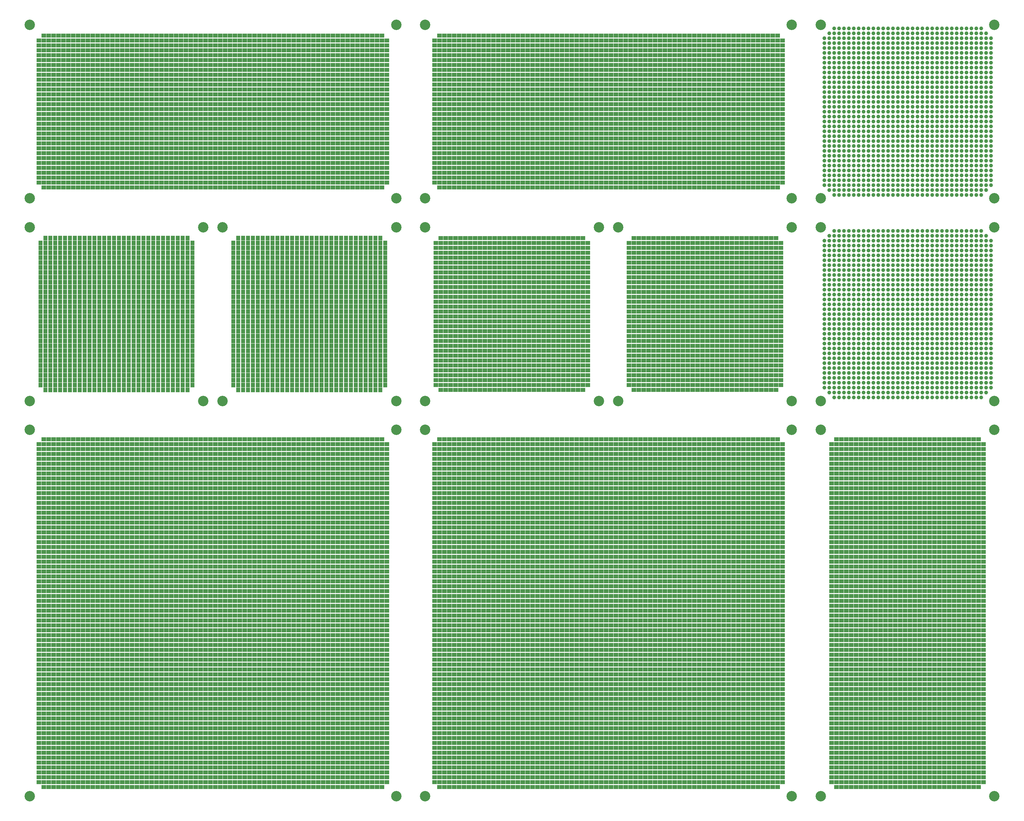
<source format=gbr>
%TF.GenerationSoftware,KiCad,Pcbnew,7.0.7*%
%TF.CreationDate,2023-10-11T17:25:22+01:00*%
%TF.ProjectId,Ru-PerfBoard,52752d50-6572-4664-926f-6172642e6b69,rev?*%
%TF.SameCoordinates,Original*%
%TF.FileFunction,Soldermask,Top*%
%TF.FilePolarity,Negative*%
%FSLAX46Y46*%
G04 Gerber Fmt 4.6, Leading zero omitted, Abs format (unit mm)*
G04 Created by KiCad (PCBNEW 7.0.7) date 2023-10-11 17:25:22*
%MOMM*%
%LPD*%
G01*
G04 APERTURE LIST*
%ADD10R,1.270000X1.016000*%
%ADD11C,1.000000*%
%ADD12R,1.016000X1.270000*%
%ADD13C,2.700000*%
G04 APERTURE END LIST*
D10*
%TO.C,REF\u002A\u002A8710*%
X188765001Y-172935000D03*
D11*
X188765001Y-172935000D03*
%TD*%
D10*
%TO.C,REF\u002A\u002A7298*%
X121825000Y-147535000D03*
D11*
X121825000Y-147535000D03*
%TD*%
D10*
%TO.C,REF\u002A\u002A6915*%
X195115000Y-141185001D03*
D11*
X195115000Y-141185001D03*
%TD*%
D10*
%TO.C,REF\u002A\u002A1194*%
X235755000Y-55635000D03*
D11*
X235755000Y-55635000D03*
%TD*%
D12*
%TO.C,REF\u002A\u002A5140*%
X100635000Y-91625000D03*
D11*
X100635000Y-91625000D03*
%TD*%
D10*
%TO.C,REF\u002A\u002A4534*%
X318335000Y-227545000D03*
D11*
X318335000Y-227545000D03*
%TD*%
D10*
%TO.C,REF\u002A\u002A6849*%
X100235000Y-139915000D03*
D11*
X100235000Y-139915000D03*
%TD*%
D10*
%TO.C,REF\u002A\u002A8110*%
X147225000Y-161505000D03*
D11*
X147225000Y-161505000D03*
%TD*%
D10*
%TO.C,REF\u002A\u002A7400*%
X262425001Y-148805000D03*
D11*
X262425001Y-148805000D03*
%TD*%
D10*
%TO.C,REF\u002A\u002A9701*%
X156115000Y-189445000D03*
D11*
X156115000Y-189445000D03*
%TD*%
D10*
%TO.C,REF\u002A\u002A7042*%
X162465000Y-142455000D03*
D11*
X162465000Y-142455000D03*
%TD*%
D10*
%TO.C,REF\u002A\u002A2217*%
X152305000Y-73415000D03*
D11*
X152305000Y-73415000D03*
%TD*%
D10*
%TO.C,REF\u002A\u002A3484*%
X285315000Y-186905000D03*
D11*
X285315000Y-186905000D03*
%TD*%
D10*
%TO.C,REF\u002A\u002A9866*%
X193845000Y-193255001D03*
D11*
X193845000Y-193255001D03*
%TD*%
%TO.C,REF\u002A\u002A6719*%
X301190000Y-72780000D03*
%TD*%
D10*
%TO.C,REF\u002A\u002A7817*%
X140875000Y-156425000D03*
D11*
X140875000Y-156425000D03*
%TD*%
%TO.C,REF\u002A\u002A6099*%
X313890000Y-49920000D03*
%TD*%
D10*
%TO.C,REF\u002A\u002A11140*%
X257345000Y-214845000D03*
D11*
X257345000Y-214845000D03*
%TD*%
D10*
%TO.C,REF\u002A\u002A5348*%
X206945001Y-97975000D03*
D11*
X206945001Y-97975000D03*
%TD*%
D10*
%TO.C,REF\u002A\u002A1812*%
X95155000Y-67065000D03*
D11*
X95155000Y-67065000D03*
%TD*%
D10*
%TO.C,REF\u002A\u002A8452*%
X226865001Y-167855000D03*
D11*
X226865001Y-167855000D03*
%TD*%
D10*
%TO.C,REF\u002A\u002A2145*%
X254805000Y-72145000D03*
D11*
X254805000Y-72145000D03*
%TD*%
D10*
%TO.C,REF\u002A\u002A9776*%
X159925000Y-190715000D03*
D11*
X159925000Y-190715000D03*
%TD*%
%TO.C,REF\u002A\u002A6404*%
X301190000Y-61350000D03*
%TD*%
D10*
%TO.C,REF\u002A\u002A592*%
X202735000Y-45475000D03*
D11*
X202735000Y-45475000D03*
%TD*%
D12*
%TO.C,REF\u002A\u002A4612*%
X130315000Y-111945000D03*
D11*
X130315000Y-111945000D03*
%TD*%
D10*
%TO.C,REF\u002A\u002A11994*%
X244645000Y-230085000D03*
D11*
X244645000Y-230085000D03*
%TD*%
D10*
%TO.C,REF\u002A\u002A304*%
X100235000Y-40395000D03*
D11*
X100235000Y-40395000D03*
%TD*%
D10*
%TO.C,REF\u002A\u002A9638*%
X167545000Y-188175000D03*
D11*
X167545000Y-188175000D03*
%TD*%
D10*
%TO.C,REF\u002A\u002A6917*%
X197655000Y-141185001D03*
D11*
X197655000Y-141185001D03*
%TD*%
D12*
%TO.C,REF\u002A\u002A4722*%
X84125000Y-94165000D03*
D11*
X84125000Y-94165000D03*
%TD*%
%TO.C,REF\u002A\u002A6425*%
X283410000Y-115120000D03*
%TD*%
D10*
%TO.C,REF\u002A\u002A11359*%
X261155001Y-218655000D03*
D11*
X261155001Y-218655000D03*
%TD*%
D10*
%TO.C,REF\u002A\u002A9475*%
X245915000Y-185635001D03*
D11*
X245915000Y-185635001D03*
%TD*%
D13*
%TO.C,H6*%
X327500000Y-137500000D03*
%TD*%
D10*
%TO.C,REF\u002A\u002A9537*%
X233215000Y-186905001D03*
D11*
X233215000Y-186905001D03*
%TD*%
D10*
%TO.C,REF\u002A\u002A451*%
X206545000Y-42935000D03*
D11*
X206545000Y-42935000D03*
%TD*%
%TO.C,REF\u002A\u002A6166*%
X310080000Y-52460000D03*
%TD*%
D10*
%TO.C,REF\u002A\u002A5226*%
X199325000Y-103054999D03*
D11*
X199325000Y-103054999D03*
%TD*%
D10*
%TO.C,REF\u002A\u002A1052*%
X135795000Y-53095000D03*
D11*
X135795000Y-53095000D03*
%TD*%
D10*
%TO.C,REF\u002A\u002A4525*%
X306905000Y-227545000D03*
D11*
X306905000Y-227545000D03*
%TD*%
D10*
%TO.C,REF\u002A\u002A11243*%
X205275000Y-217385000D03*
D11*
X205275000Y-217385000D03*
%TD*%
D10*
%TO.C,REF\u002A\u002A1858*%
X256075000Y-67065000D03*
D11*
X256075000Y-67065000D03*
%TD*%
D10*
%TO.C,REF\u002A\u002A7563*%
X92615000Y-152615000D03*
D11*
X92615000Y-152615000D03*
%TD*%
D10*
%TO.C,REF\u002A\u002A9079*%
X200195001Y-179285002D03*
D11*
X200195001Y-179285002D03*
%TD*%
D10*
%TO.C,REF\u002A\u002A9283*%
X184955000Y-183095000D03*
D11*
X184955000Y-183095000D03*
%TD*%
D10*
%TO.C,REF\u002A\u002A9789*%
X84995000Y-191985000D03*
D11*
X84995000Y-191985000D03*
%TD*%
D10*
%TO.C,REF\u002A\u002A2615*%
X319605000Y-151345000D03*
D11*
X319605000Y-151345000D03*
%TD*%
D10*
%TO.C,REF\u002A\u002A5350*%
X204405000Y-97974999D03*
D11*
X204405000Y-97974999D03*
%TD*%
D10*
%TO.C,REF\u002A\u002A11011*%
X184955000Y-213575001D03*
D11*
X184955000Y-213575001D03*
%TD*%
D10*
%TO.C,REF\u002A\u002A885*%
X106585000Y-50555000D03*
D11*
X106585000Y-50555000D03*
%TD*%
D10*
%TO.C,REF\u002A\u002A9829*%
X238295000Y-191985001D03*
D11*
X238295000Y-191985001D03*
%TD*%
D10*
%TO.C,REF\u002A\u002A1471*%
X221785000Y-60715000D03*
D11*
X221785000Y-60715000D03*
%TD*%
D10*
%TO.C,REF\u002A\u002A10367*%
X87535000Y-202145000D03*
D11*
X87535000Y-202145000D03*
%TD*%
D10*
%TO.C,REF\u002A\u002A740*%
X207815000Y-48015000D03*
D11*
X207815000Y-48015000D03*
%TD*%
D10*
%TO.C,REF\u002A\u002A11797*%
X166275000Y-226275000D03*
D11*
X166275000Y-226275000D03*
%TD*%
D10*
%TO.C,REF\u002A\u002A9236*%
X216705001Y-181825001D03*
D11*
X216705001Y-181825001D03*
%TD*%
%TO.C,REF\u002A\u002A5719*%
X320240000Y-88450000D03*
%TD*%
D10*
%TO.C,REF\u002A\u002A2049*%
X224325000Y-70875000D03*
D11*
X224325000Y-70875000D03*
%TD*%
%TO.C,REF\u002A\u002A6483*%
X312620000Y-63890000D03*
%TD*%
D10*
%TO.C,REF\u002A\u002A902*%
X128175000Y-50555000D03*
D11*
X128175000Y-50555000D03*
%TD*%
D10*
%TO.C,REF\u002A\u002A3629*%
X306905000Y-191985000D03*
D11*
X306905000Y-191985000D03*
%TD*%
D12*
%TO.C,REF\u002A\u002A5157*%
X101905000Y-110675000D03*
D11*
X101905000Y-110675000D03*
%TD*%
D12*
%TO.C,REF\u002A\u002A5361*%
X159525000Y-95435000D03*
D11*
X159525000Y-95435000D03*
%TD*%
D10*
%TO.C,REF\u002A\u002A10335*%
X138335000Y-200875000D03*
D11*
X138335000Y-200875000D03*
%TD*%
D10*
%TO.C,REF\u002A\u002A1712*%
X253535000Y-64525000D03*
D11*
X253535000Y-64525000D03*
%TD*%
D10*
%TO.C,REF\u002A\u002A3424*%
X290395000Y-184365000D03*
D11*
X290395000Y-184365000D03*
%TD*%
D10*
%TO.C,REF\u002A\u002A7068*%
X206545000Y-143725000D03*
D11*
X206545000Y-143725000D03*
%TD*%
D10*
%TO.C,REF\u002A\u002A9143*%
X190035000Y-180555000D03*
D11*
X190035000Y-180555000D03*
%TD*%
D10*
%TO.C,REF\u002A\u002A10857*%
X161195000Y-209765000D03*
D11*
X161195000Y-209765000D03*
%TD*%
%TO.C,REF\u002A\u002A6635*%
X283410000Y-70240000D03*
%TD*%
D10*
%TO.C,REF\u002A\u002A7855*%
X97695000Y-157695000D03*
D11*
X97695000Y-157695000D03*
%TD*%
D10*
%TO.C,REF\u002A\u002A9876*%
X206545000Y-193255000D03*
D11*
X206545000Y-193255000D03*
%TD*%
D10*
%TO.C,REF\u002A\u002A548*%
X238295000Y-44205000D03*
D11*
X238295000Y-44205000D03*
%TD*%
D10*
%TO.C,REF\u002A\u002A3332*%
X295475000Y-180555000D03*
D11*
X295475000Y-180555000D03*
%TD*%
%TO.C,REF\u002A\u002A6593*%
X318970000Y-120200000D03*
%TD*%
D10*
%TO.C,REF\u002A\u002A427*%
X267505000Y-41665000D03*
D11*
X267505000Y-41665000D03*
%TD*%
D10*
%TO.C,REF\u002A\u002A7984*%
X170085000Y-158965000D03*
D11*
X170085000Y-158965000D03*
%TD*%
D10*
%TO.C,REF\u002A\u002A2253*%
X209085000Y-74685000D03*
D11*
X209085000Y-74685000D03*
%TD*%
D10*
%TO.C,REF\u002A\u002A8495*%
X87535000Y-169125000D03*
D11*
X87535000Y-169125000D03*
%TD*%
D10*
%TO.C,REF\u002A\u002A7460*%
X144685000Y-150075000D03*
D11*
X144685000Y-150075000D03*
%TD*%
D12*
%TO.C,REF\u002A\u002A4645*%
X81585000Y-110675000D03*
D11*
X81585000Y-110675000D03*
%TD*%
D13*
%TO.C,H1*%
X77500000Y-32500000D03*
%TD*%
D12*
%TO.C,REF\u002A\u002A4788*%
X86665000Y-91625000D03*
D11*
X86665000Y-91625000D03*
%TD*%
%TO.C,REF\u002A\u002A6760*%
X308810000Y-74050000D03*
%TD*%
D10*
%TO.C,REF\u002A\u002A11180*%
X114205000Y-216115000D03*
D11*
X114205000Y-216115000D03*
%TD*%
D10*
%TO.C,REF\u002A\u002A4830*%
X214565000Y-118295000D03*
D11*
X214565000Y-118295000D03*
%TD*%
%TO.C,REF\u002A\u002A6544*%
X301190000Y-118930000D03*
%TD*%
D10*
%TO.C,REF\u002A\u002A189*%
X239565000Y-37855000D03*
D11*
X239565000Y-37855000D03*
%TD*%
D10*
%TO.C,REF\u002A\u002A7842*%
X81185000Y-157695000D03*
D11*
X81185000Y-157695000D03*
%TD*%
%TO.C,REF\u002A\u002A6167*%
X311350000Y-52460000D03*
%TD*%
D10*
%TO.C,REF\u002A\u002A11568*%
X252265000Y-222465000D03*
D11*
X252265000Y-222465000D03*
%TD*%
D10*
%TO.C,REF\u002A\u002A1754*%
X112935000Y-65795000D03*
D11*
X112935000Y-65795000D03*
%TD*%
D12*
%TO.C,REF\u002A\u002A5611*%
X119685000Y-103055000D03*
D11*
X119685000Y-103055000D03*
%TD*%
D13*
%TO.C,H7*%
X327500000Y-32500000D03*
%TD*%
D10*
%TO.C,REF\u002A\u002A8846*%
X270045000Y-174205001D03*
D11*
X270045000Y-174205001D03*
%TD*%
D10*
%TO.C,REF\u002A\u002A904*%
X130715000Y-50555000D03*
D11*
X130715000Y-50555000D03*
%TD*%
D10*
%TO.C,REF\u002A\u002A5248*%
X212025000Y-101785000D03*
D11*
X212025000Y-101785000D03*
%TD*%
D10*
%TO.C,REF\u002A\u002A8718*%
X96425000Y-172935000D03*
D11*
X96425000Y-172935000D03*
%TD*%
D12*
%TO.C,REF\u002A\u002A5594*%
X169685000Y-124645000D03*
D11*
X169685000Y-124645000D03*
%TD*%
D10*
%TO.C,REF\u002A\u002A9049*%
X151035000Y-178015000D03*
D11*
X151035000Y-178015000D03*
%TD*%
D10*
%TO.C,REF\u002A\u002A5619*%
X267105001Y-127185000D03*
D11*
X267105001Y-127185000D03*
%TD*%
D10*
%TO.C,REF\u002A\u002A4759*%
X182815000Y-122105001D03*
D11*
X182815000Y-122105001D03*
%TD*%
D10*
%TO.C,REF\u002A\u002A11128*%
X242105000Y-214845001D03*
D11*
X242105000Y-214845001D03*
%TD*%
D10*
%TO.C,REF\u002A\u002A10974*%
X229405000Y-212305001D03*
D11*
X229405000Y-212305001D03*
%TD*%
%TO.C,REF\u002A\u002A6193*%
X299920000Y-106230000D03*
%TD*%
D12*
%TO.C,REF\u002A\u002A4721*%
X84125000Y-95435000D03*
D11*
X84125000Y-95435000D03*
%TD*%
D10*
%TO.C,REF\u002A\u002A5231*%
X262025000Y-111945001D03*
D11*
X262025000Y-111945001D03*
%TD*%
D10*
%TO.C,REF\u002A\u002A9085*%
X207815000Y-179285000D03*
D11*
X207815000Y-179285000D03*
%TD*%
D10*
%TO.C,REF\u002A\u002A7932*%
X104045000Y-158965000D03*
D11*
X104045000Y-158965000D03*
%TD*%
D10*
%TO.C,REF\u002A\u002A1697*%
X234485000Y-64525000D03*
D11*
X234485000Y-64525000D03*
%TD*%
%TO.C,REF\u002A\u002A6530*%
X283410000Y-66430000D03*
%TD*%
D10*
%TO.C,REF\u002A\u002A10157*%
X197655000Y-198335000D03*
D11*
X197655000Y-198335000D03*
%TD*%
D10*
%TO.C,REF\u002A\u002A5126*%
X204405000Y-106865000D03*
D11*
X204405000Y-106865000D03*
%TD*%
D10*
%TO.C,REF\u002A\u002A4602*%
X323415000Y-230085000D03*
D11*
X323415000Y-230085000D03*
%TD*%
D10*
%TO.C,REF\u002A\u002A8772*%
X267505001Y-172935000D03*
D11*
X267505001Y-172935000D03*
%TD*%
%TO.C,REF\u002A\u002A6459*%
X326590000Y-115120000D03*
%TD*%
D12*
%TO.C,REF\u002A\u002A4980*%
X144285000Y-91625000D03*
D11*
X144285000Y-91625000D03*
%TD*%
D10*
%TO.C,REF\u002A\u002A2922*%
X303095000Y-164045000D03*
D11*
X303095000Y-164045000D03*
%TD*%
D10*
%TO.C,REF\u002A\u002A4659*%
X267105000Y-89085000D03*
D11*
X267105000Y-89085000D03*
%TD*%
D10*
%TO.C,REF\u002A\u002A602*%
X112935000Y-45475000D03*
D11*
X112935000Y-45475000D03*
%TD*%
D10*
%TO.C,REF\u002A\u002A11767*%
X230675000Y-226275001D03*
D11*
X230675000Y-226275001D03*
%TD*%
D10*
%TO.C,REF\u002A\u002A11142*%
X259885000Y-214845000D03*
D11*
X259885000Y-214845000D03*
%TD*%
D10*
%TO.C,REF\u002A\u002A402*%
X235755000Y-41665000D03*
D11*
X235755000Y-41665000D03*
%TD*%
D10*
%TO.C,REF\u002A\u002A9610*%
X131985000Y-188175000D03*
D11*
X131985000Y-188175000D03*
%TD*%
D10*
%TO.C,REF\u002A\u002A2023*%
X88805000Y-70875000D03*
D11*
X88805000Y-70875000D03*
%TD*%
D10*
%TO.C,REF\u002A\u002A10539*%
X123095000Y-204685000D03*
D11*
X123095000Y-204685000D03*
%TD*%
D10*
%TO.C,REF\u002A\u002A9835*%
X245915000Y-191985001D03*
D11*
X245915000Y-191985001D03*
%TD*%
%TO.C,REF\u002A\u002A6740*%
X283410000Y-126550000D03*
%TD*%
D10*
%TO.C,REF\u002A\u002A7598*%
X239565001Y-152615001D03*
D11*
X239565001Y-152615001D03*
%TD*%
D10*
%TO.C,REF\u002A\u002A10919*%
X250995000Y-211035000D03*
D11*
X250995000Y-211035000D03*
%TD*%
D10*
%TO.C,REF\u002A\u002A8154*%
X111665000Y-162775000D03*
D11*
X111665000Y-162775000D03*
%TD*%
%TO.C,REF\u002A\u002A6628*%
X318970000Y-121470000D03*
%TD*%
D12*
%TO.C,REF\u002A\u002A5426*%
X162065000Y-94165000D03*
D11*
X162065000Y-94165000D03*
%TD*%
D10*
%TO.C,REF\u002A\u002A965*%
X116745000Y-51825000D03*
D11*
X116745000Y-51825000D03*
%TD*%
D10*
%TO.C,REF\u002A\u002A9459*%
X225595000Y-185635001D03*
D11*
X225595000Y-185635001D03*
%TD*%
D10*
%TO.C,REF\u002A\u002A9102*%
X229405000Y-179285001D03*
D11*
X229405000Y-179285001D03*
%TD*%
D10*
%TO.C,REF\u002A\u002A2263*%
X119285000Y-74685000D03*
D11*
X119285000Y-74685000D03*
%TD*%
D12*
%TO.C,REF\u002A\u002A4907*%
X141745000Y-103055000D03*
D11*
X141745000Y-103055000D03*
%TD*%
D10*
%TO.C,REF\u002A\u002A7503*%
X210355001Y-151345000D03*
D11*
X210355001Y-151345000D03*
%TD*%
D10*
%TO.C,REF\u002A\u002A7769*%
X79915000Y-156425000D03*
D11*
X79915000Y-156425000D03*
%TD*%
%TO.C,REF\u002A\u002A6499*%
X288490000Y-65160000D03*
%TD*%
D10*
%TO.C,REF\u002A\u002A3233*%
X291665000Y-176745000D03*
D11*
X291665000Y-176745000D03*
%TD*%
D10*
%TO.C,REF\u002A\u002A2289*%
X254805000Y-74685000D03*
D11*
X254805000Y-74685000D03*
%TD*%
D10*
%TO.C,REF\u002A\u002A1952*%
X192575000Y-69605000D03*
D11*
X192575000Y-69605000D03*
%TD*%
D10*
%TO.C,REF\u002A\u002A1051*%
X134525000Y-53095000D03*
D11*
X134525000Y-53095000D03*
%TD*%
D10*
%TO.C,REF\u002A\u002A655*%
X191305000Y-46745000D03*
D11*
X191305000Y-46745000D03*
%TD*%
D10*
%TO.C,REF\u002A\u002A4642*%
X245515001Y-89085000D03*
D11*
X245515001Y-89085000D03*
%TD*%
D12*
%TO.C,REF\u002A\u002A5250*%
X155715000Y-114485000D03*
D11*
X155715000Y-114485000D03*
%TD*%
D10*
%TO.C,REF\u002A\u002A7829*%
X156115000Y-156425000D03*
D11*
X156115000Y-156425000D03*
%TD*%
D10*
%TO.C,REF\u002A\u002A10563*%
X256075001Y-204685001D03*
D11*
X256075001Y-204685001D03*
%TD*%
D10*
%TO.C,REF\u002A\u002A10905*%
X233215001Y-211035000D03*
D11*
X233215001Y-211035000D03*
%TD*%
D10*
%TO.C,REF\u002A\u002A11133*%
X248455000Y-214845001D03*
D11*
X248455000Y-214845001D03*
%TD*%
D10*
%TO.C,REF\u002A\u002A1649*%
X162465000Y-63255000D03*
D11*
X162465000Y-63255000D03*
%TD*%
D10*
%TO.C,REF\u002A\u002A718*%
X168815000Y-46745000D03*
D11*
X168815000Y-46745000D03*
%TD*%
D10*
%TO.C,REF\u002A\u002A3908*%
X295475000Y-203415000D03*
D11*
X295475000Y-203415000D03*
%TD*%
D10*
%TO.C,REF\u002A\u002A4915*%
X187895000Y-115755000D03*
D11*
X187895000Y-115755000D03*
%TD*%
D10*
%TO.C,REF\u002A\u002A8456*%
X129445000Y-167855000D03*
D11*
X129445000Y-167855000D03*
%TD*%
D10*
%TO.C,REF\u002A\u002A2116*%
X115475000Y-72145000D03*
D11*
X115475000Y-72145000D03*
%TD*%
D10*
%TO.C,REF\u002A\u002A5126*%
X250595000Y-108135000D03*
D11*
X250595000Y-108135000D03*
%TD*%
%TO.C,REF\u002A\u002A6277*%
X317700000Y-108770000D03*
%TD*%
D10*
%TO.C,REF\u002A\u002A7162*%
X131985000Y-144995000D03*
D11*
X131985000Y-144995000D03*
%TD*%
%TO.C,REF\u002A\u002A5925*%
X315160000Y-96070000D03*
%TD*%
D10*
%TO.C,REF\u002A\u002A9898*%
X234485000Y-193255001D03*
D11*
X234485000Y-193255001D03*
%TD*%
D10*
%TO.C,REF\u002A\u002A8484*%
X267505000Y-167855000D03*
D11*
X267505000Y-167855000D03*
%TD*%
D10*
%TO.C,REF\u002A\u002A4835*%
X208215000Y-118295000D03*
D11*
X208215000Y-118295000D03*
%TD*%
D10*
%TO.C,REF\u002A\u002A7021*%
X238295000Y-142455000D03*
D11*
X238295000Y-142455000D03*
%TD*%
D10*
%TO.C,REF\u002A\u002A10607*%
X220515000Y-205955000D03*
D11*
X220515000Y-205955000D03*
%TD*%
D10*
%TO.C,REF\u002A\u002A379*%
X104045000Y-41665000D03*
D11*
X104045000Y-41665000D03*
%TD*%
%TO.C,REF\u002A\u002A5718*%
X318970000Y-35950000D03*
%TD*%
D12*
%TO.C,REF\u002A\u002A5399*%
X160795000Y-87815000D03*
D11*
X160795000Y-87815000D03*
%TD*%
%TO.C,REF\u002A\u002A6033*%
X318970000Y-47380000D03*
%TD*%
D10*
%TO.C,REF\u002A\u002A2986*%
X303095000Y-166585000D03*
D11*
X303095000Y-166585000D03*
%TD*%
D10*
%TO.C,REF\u002A\u002A2817*%
X291665000Y-160235000D03*
D11*
X291665000Y-160235000D03*
%TD*%
D10*
%TO.C,REF\u002A\u002A11075*%
X163735000Y-213575000D03*
D11*
X163735000Y-213575000D03*
%TD*%
D10*
%TO.C,REF\u002A\u002A2071*%
X149765000Y-70875000D03*
D11*
X149765000Y-70875000D03*
%TD*%
D10*
%TO.C,REF\u002A\u002A5597*%
X239165000Y-127185000D03*
D11*
X239165000Y-127185000D03*
%TD*%
D10*
%TO.C,REF\u002A\u002A7781*%
X95155000Y-156425000D03*
D11*
X95155000Y-156425000D03*
%TD*%
D10*
%TO.C,REF\u002A\u002A7350*%
X198925000Y-148805000D03*
D11*
X198925000Y-148805000D03*
%TD*%
D10*
%TO.C,REF\u002A\u002A3579*%
X324685000Y-189445000D03*
D11*
X324685000Y-189445000D03*
%TD*%
D10*
%TO.C,REF\u002A\u002A1769*%
X131985000Y-65795000D03*
D11*
X131985000Y-65795000D03*
%TD*%
D12*
%TO.C,REF\u002A\u002A4648*%
X131585000Y-106865000D03*
D11*
X131585000Y-106865000D03*
%TD*%
D10*
%TO.C,REF\u002A\u002A8544*%
X149765000Y-169125000D03*
D11*
X149765000Y-169125000D03*
%TD*%
D10*
%TO.C,REF\u002A\u002A651*%
X186225000Y-46745000D03*
D11*
X186225000Y-46745000D03*
%TD*%
D10*
%TO.C,REF\u002A\u002A10627*%
X143415000Y-205955000D03*
D11*
X143415000Y-205955000D03*
%TD*%
D10*
%TO.C,REF\u002A\u002A10484*%
X144685000Y-203415000D03*
D11*
X144685000Y-203415000D03*
%TD*%
%TO.C,REF\u002A\u002A5723*%
X325320000Y-35950000D03*
%TD*%
D10*
%TO.C,REF\u002A\u002A5033*%
X200595001Y-110675000D03*
D11*
X200595001Y-110675000D03*
%TD*%
D10*
%TO.C,REF\u002A\u002A11635*%
X143415000Y-223735000D03*
D11*
X143415000Y-223735000D03*
%TD*%
%TO.C,REF\u002A\u002A5748*%
X312620000Y-37220000D03*
%TD*%
%TO.C,REF\u002A\u002A6467*%
X292300000Y-63890000D03*
%TD*%
D10*
%TO.C,REF\u002A\u002A8111*%
X148495000Y-161505000D03*
D11*
X148495000Y-161505000D03*
%TD*%
D10*
%TO.C,REF\u002A\u002A3029*%
X317065000Y-167855000D03*
D11*
X317065000Y-167855000D03*
%TD*%
%TO.C,REF\u002A\u002A6666*%
X322780000Y-122740000D03*
%TD*%
%TO.C,REF\u002A\u002A6061*%
X310080000Y-101150000D03*
%TD*%
D10*
%TO.C,REF\u002A\u002A9306*%
X111665000Y-183095000D03*
D11*
X111665000Y-183095000D03*
%TD*%
D10*
%TO.C,REF\u002A\u002A5570*%
X209484999Y-89085000D03*
D11*
X209484999Y-89085000D03*
%TD*%
D10*
%TO.C,REF\u002A\u002A9734*%
X106585000Y-190715000D03*
D11*
X106585000Y-190715000D03*
%TD*%
D10*
%TO.C,REF\u002A\u002A528*%
X212895000Y-44205000D03*
D11*
X212895000Y-44205000D03*
%TD*%
D12*
%TO.C,REF\u002A\u002A5220*%
X154445000Y-111945000D03*
D11*
X154445000Y-111945000D03*
%TD*%
D12*
%TO.C,REF\u002A\u002A5283*%
X156985000Y-113215000D03*
D11*
X156985000Y-113215000D03*
%TD*%
%TO.C,REF\u002A\u002A6765*%
X315160000Y-126550000D03*
%TD*%
D10*
%TO.C,REF\u002A\u002A4168*%
X300555000Y-213575000D03*
D11*
X300555000Y-213575000D03*
%TD*%
D10*
%TO.C,REF\u002A\u002A8484*%
X165005000Y-167855000D03*
D11*
X165005000Y-167855000D03*
%TD*%
D10*
%TO.C,REF\u002A\u002A10498*%
X264965000Y-203415000D03*
D11*
X264965000Y-203415000D03*
%TD*%
D10*
%TO.C,REF\u002A\u002A1810*%
X92615000Y-67065000D03*
D11*
X92615000Y-67065000D03*
%TD*%
D12*
%TO.C,REF\u002A\u002A4825*%
X89205000Y-125915000D03*
D11*
X89205000Y-125915000D03*
%TD*%
D10*
%TO.C,REF\u002A\u002A9084*%
X104045000Y-179285000D03*
D11*
X104045000Y-179285000D03*
%TD*%
D10*
%TO.C,REF\u002A\u002A11253*%
X217975000Y-217385000D03*
D11*
X217975000Y-217385000D03*
%TD*%
D10*
%TO.C,REF\u002A\u002A9204*%
X165005000Y-180555000D03*
D11*
X165005000Y-180555000D03*
%TD*%
D12*
%TO.C,REF\u002A\u002A4934*%
X143015000Y-109405000D03*
D11*
X143015000Y-109405000D03*
%TD*%
D10*
%TO.C,REF\u002A\u002A5203*%
X187894999Y-104325000D03*
D11*
X187894999Y-104325000D03*
%TD*%
D10*
%TO.C,REF\u002A\u002A8753*%
X243375000Y-172935000D03*
D11*
X243375000Y-172935000D03*
%TD*%
D12*
%TO.C,REF\u002A\u002A4828*%
X89205000Y-122105000D03*
D11*
X89205000Y-122105000D03*
%TD*%
D10*
%TO.C,REF\u002A\u002A6871*%
X128175000Y-139915000D03*
D11*
X128175000Y-139915000D03*
%TD*%
D10*
%TO.C,REF\u002A\u002A786*%
X266235000Y-48015000D03*
D11*
X266235000Y-48015000D03*
%TD*%
D10*
%TO.C,REF\u002A\u002A3919*%
X309445000Y-203415000D03*
D11*
X309445000Y-203415000D03*
%TD*%
D10*
%TO.C,REF\u002A\u002A4833*%
X210755000Y-118295000D03*
D11*
X210755000Y-118295000D03*
%TD*%
D10*
%TO.C,REF\u002A\u002A7819*%
X143415000Y-156425000D03*
D11*
X143415000Y-156425000D03*
%TD*%
D10*
%TO.C,REF\u002A\u002A5206*%
X184085001Y-104325000D03*
D11*
X184085001Y-104325000D03*
%TD*%
D10*
%TO.C,REF\u002A\u002A4968*%
X201865000Y-113215000D03*
D11*
X201865000Y-113215000D03*
%TD*%
D10*
%TO.C,REF\u002A\u002A3718*%
X298015000Y-195795000D03*
D11*
X298015000Y-195795000D03*
%TD*%
D10*
%TO.C,REF\u002A\u002A834*%
X235755000Y-49285000D03*
D11*
X235755000Y-49285000D03*
%TD*%
D12*
%TO.C,REF\u002A\u002A5499*%
X115875000Y-123375000D03*
D11*
X115875000Y-123375000D03*
%TD*%
%TO.C,REF\u002A\u002A5929*%
X320240000Y-96070000D03*
%TD*%
D10*
%TO.C,REF\u002A\u002A10200*%
X149765000Y-198335000D03*
D11*
X149765000Y-198335000D03*
%TD*%
D12*
%TO.C,REF\u002A\u002A4866*%
X90475000Y-114485000D03*
D11*
X90475000Y-114485000D03*
%TD*%
D10*
%TO.C,REF\u002A\u002A8874*%
X214165000Y-175475000D03*
D11*
X214165000Y-175475000D03*
%TD*%
D10*
%TO.C,REF\u002A\u002A8416*%
X170085000Y-166585000D03*
D11*
X170085000Y-166585000D03*
%TD*%
D10*
%TO.C,REF\u002A\u002A5579*%
X256945000Y-125915000D03*
D11*
X256945000Y-125915000D03*
%TD*%
D10*
%TO.C,REF\u002A\u002A376*%
X100235000Y-41665000D03*
D11*
X100235000Y-41665000D03*
%TD*%
D10*
%TO.C,REF\u002A\u002A4928*%
X242975000Y-100515000D03*
D11*
X242975000Y-100515000D03*
%TD*%
D12*
%TO.C,REF\u002A\u002A5208*%
X104445000Y-127185000D03*
D11*
X104445000Y-127185000D03*
%TD*%
D10*
%TO.C,REF\u002A\u002A11818*%
X204005001Y-227545000D03*
D11*
X204005001Y-227545000D03*
%TD*%
D10*
%TO.C,REF\u002A\u002A11167*%
X97695000Y-216115000D03*
D11*
X97695000Y-216115000D03*
%TD*%
D12*
%TO.C,REF\u002A\u002A4941*%
X143015000Y-100515000D03*
D11*
X143015000Y-100515000D03*
%TD*%
D10*
%TO.C,REF\u002A\u002A8203*%
X184955000Y-164045001D03*
D11*
X184955000Y-164045001D03*
%TD*%
D10*
%TO.C,REF\u002A\u002A7060*%
X93885000Y-143725000D03*
D11*
X93885000Y-143725000D03*
%TD*%
D12*
%TO.C,REF\u002A\u002A4845*%
X139205000Y-100515000D03*
D11*
X139205000Y-100515000D03*
%TD*%
D10*
%TO.C,REF\u002A\u002A3040*%
X290395000Y-169125000D03*
D11*
X290395000Y-169125000D03*
%TD*%
D10*
%TO.C,REF\u002A\u002A8692*%
X257345000Y-171665000D03*
D11*
X257345000Y-171665000D03*
%TD*%
D10*
%TO.C,REF\u002A\u002A5571*%
X246785000Y-125915000D03*
D11*
X246785000Y-125915000D03*
%TD*%
D10*
%TO.C,REF\u002A\u002A2140*%
X248455000Y-72145000D03*
D11*
X248455000Y-72145000D03*
%TD*%
D10*
%TO.C,REF\u002A\u002A8687*%
X148495000Y-171665000D03*
D11*
X148495000Y-171665000D03*
%TD*%
D10*
%TO.C,REF\u002A\u002A3009*%
X291665000Y-167855000D03*
D11*
X291665000Y-167855000D03*
%TD*%
D10*
%TO.C,REF\u002A\u002A10220*%
X186225001Y-199605000D03*
D11*
X186225001Y-199605000D03*
%TD*%
D10*
%TO.C,REF\u002A\u002A6926*%
X106585000Y-141185000D03*
D11*
X106585000Y-141185000D03*
%TD*%
D10*
%TO.C,REF\u002A\u002A7116*%
X267505001Y-143725000D03*
D11*
X267505001Y-143725000D03*
%TD*%
D10*
%TO.C,REF\u002A\u002A11255*%
X118015000Y-217385000D03*
D11*
X118015000Y-217385000D03*
%TD*%
D10*
%TO.C,REF\u002A\u002A2407*%
X299285000Y-143725000D03*
D11*
X299285000Y-143725000D03*
%TD*%
%TO.C,REF\u002A\u002A6583*%
X306270000Y-120200000D03*
%TD*%
D10*
%TO.C,REF\u002A\u002A10061*%
X258615000Y-195795001D03*
D11*
X258615000Y-195795001D03*
%TD*%
D10*
%TO.C,REF\u002A\u002A5022*%
X240435000Y-104325000D03*
D11*
X240435000Y-104325000D03*
%TD*%
D10*
%TO.C,REF\u002A\u002A6967*%
X261155001Y-141185001D03*
D11*
X261155001Y-141185001D03*
%TD*%
D10*
%TO.C,REF\u002A\u002A503*%
X170085000Y-42935000D03*
D11*
X170085000Y-42935000D03*
%TD*%
D10*
%TO.C,REF\u002A\u002A3422*%
X287855000Y-184365000D03*
D11*
X287855000Y-184365000D03*
%TD*%
D10*
%TO.C,REF\u002A\u002A534*%
X220515000Y-44205000D03*
D11*
X220515000Y-44205000D03*
%TD*%
D10*
%TO.C,REF\u002A\u002A2268*%
X125635000Y-74685000D03*
D11*
X125635000Y-74685000D03*
%TD*%
D10*
%TO.C,REF\u002A\u002A1493*%
X249725000Y-60715000D03*
D11*
X249725000Y-60715000D03*
%TD*%
D10*
%TO.C,REF\u002A\u002A1878*%
X190035000Y-68335000D03*
D11*
X190035000Y-68335000D03*
%TD*%
D10*
%TO.C,REF\u002A\u002A7796*%
X216705000Y-156425000D03*
D11*
X216705000Y-156425000D03*
%TD*%
D10*
%TO.C,REF\u002A\u002A2519*%
X319605000Y-147535000D03*
D11*
X319605000Y-147535000D03*
%TD*%
D10*
%TO.C,REF\u002A\u002A11137*%
X151035000Y-214845000D03*
D11*
X151035000Y-214845000D03*
%TD*%
D10*
%TO.C,REF\u002A\u002A10509*%
X187495001Y-204685001D03*
D11*
X187495001Y-204685001D03*
%TD*%
D10*
%TO.C,REF\u002A\u002A10473*%
X233215000Y-203415001D03*
D11*
X233215000Y-203415001D03*
%TD*%
D10*
%TO.C,REF\u002A\u002A4718*%
X194245000Y-123375000D03*
D11*
X194245000Y-123375000D03*
%TD*%
D10*
%TO.C,REF\u002A\u002A6889*%
X151035000Y-139915000D03*
D11*
X151035000Y-139915000D03*
%TD*%
D10*
%TO.C,REF\u002A\u002A8630*%
X270045000Y-170395001D03*
D11*
X270045000Y-170395001D03*
%TD*%
D10*
%TO.C,REF\u002A\u002A9401*%
X140875000Y-184365000D03*
D11*
X140875000Y-184365000D03*
%TD*%
D10*
%TO.C,REF\u002A\u002A8444*%
X114205000Y-167855000D03*
D11*
X114205000Y-167855000D03*
%TD*%
D10*
%TO.C,REF\u002A\u002A8476*%
X257345000Y-167855001D03*
D11*
X257345000Y-167855001D03*
%TD*%
D10*
%TO.C,REF\u002A\u002A3331*%
X294205000Y-180555000D03*
D11*
X294205000Y-180555000D03*
%TD*%
D10*
%TO.C,REF\u002A\u002A1026*%
X205275000Y-53095000D03*
D11*
X205275000Y-53095000D03*
%TD*%
D10*
%TO.C,REF\u002A\u002A11200*%
X139605000Y-216115000D03*
D11*
X139605000Y-216115000D03*
%TD*%
D10*
%TO.C,REF\u002A\u002A5502*%
X240435000Y-123375000D03*
D11*
X240435000Y-123375000D03*
%TD*%
D10*
%TO.C,REF\u002A\u002A757*%
X126905000Y-48015000D03*
D11*
X126905000Y-48015000D03*
%TD*%
D10*
%TO.C,REF\u002A\u002A7280*%
X201465000Y-147535001D03*
D11*
X201465000Y-147535001D03*
%TD*%
D10*
%TO.C,REF\u002A\u002A9944*%
X98965000Y-194525000D03*
D11*
X98965000Y-194525000D03*
%TD*%
D12*
%TO.C,REF\u002A\u002A5259*%
X105715000Y-103055000D03*
D11*
X105715000Y-103055000D03*
%TD*%
D10*
%TO.C,REF\u002A\u002A11547*%
X123095000Y-222465000D03*
D11*
X123095000Y-222465000D03*
%TD*%
D10*
%TO.C,REF\u002A\u002A1615*%
X119285000Y-63255000D03*
D11*
X119285000Y-63255000D03*
%TD*%
D10*
%TO.C,REF\u002A\u002A7020*%
X237025001Y-142455000D03*
D11*
X237025001Y-142455000D03*
%TD*%
D10*
%TO.C,REF\u002A\u002A7411*%
X184955000Y-150075000D03*
D11*
X184955000Y-150075000D03*
%TD*%
D10*
%TO.C,REF\u002A\u002A2382*%
X308175000Y-142455000D03*
D11*
X308175000Y-142455000D03*
%TD*%
D10*
%TO.C,REF\u002A\u002A11042*%
X121825000Y-213575000D03*
D11*
X121825000Y-213575000D03*
%TD*%
D10*
%TO.C,REF\u002A\u002A889*%
X214165000Y-50555000D03*
D11*
X214165000Y-50555000D03*
%TD*%
%TO.C,REF\u002A\u002A5804*%
X294840000Y-39760000D03*
%TD*%
D10*
%TO.C,REF\u002A\u002A9249*%
X233215001Y-181825001D03*
D11*
X233215001Y-181825001D03*
%TD*%
D10*
%TO.C,REF\u002A\u002A1161*%
X193845000Y-55635000D03*
D11*
X193845000Y-55635000D03*
%TD*%
D10*
%TO.C,REF\u002A\u002A10660*%
X93885000Y-207225000D03*
D11*
X93885000Y-207225000D03*
%TD*%
%TO.C,REF\u002A\u002A5888*%
X312620000Y-42300000D03*
%TD*%
D12*
%TO.C,REF\u002A\u002A4986*%
X145555000Y-124645000D03*
D11*
X145555000Y-124645000D03*
%TD*%
D10*
%TO.C,REF\u002A\u002A8412*%
X267505001Y-166585000D03*
D11*
X267505001Y-166585000D03*
%TD*%
%TO.C,REF\u002A\u002A6456*%
X322780000Y-62620000D03*
%TD*%
D10*
%TO.C,REF\u002A\u002A1973*%
X116745000Y-69605000D03*
D11*
X116745000Y-69605000D03*
%TD*%
D10*
%TO.C,REF\u002A\u002A6971*%
X163735000Y-141185000D03*
D11*
X163735000Y-141185000D03*
%TD*%
D10*
%TO.C,REF\u002A\u002A7772*%
X83725000Y-156425000D03*
D11*
X83725000Y-156425000D03*
%TD*%
D10*
%TO.C,REF\u002A\u002A277*%
X157385000Y-39125000D03*
D11*
X157385000Y-39125000D03*
%TD*%
D12*
%TO.C,REF\u002A\u002A5032*%
X146825000Y-106865000D03*
D11*
X146825000Y-106865000D03*
%TD*%
D10*
%TO.C,REF\u002A\u002A7672*%
X242105000Y-153885000D03*
D11*
X242105000Y-153885000D03*
%TD*%
D10*
%TO.C,REF\u002A\u002A797*%
X86265000Y-49285000D03*
D11*
X86265000Y-49285000D03*
%TD*%
D10*
%TO.C,REF\u002A\u002A9874*%
X204005000Y-193255001D03*
D11*
X204005000Y-193255001D03*
%TD*%
D12*
%TO.C,REF\u002A\u002A5393*%
X110795000Y-95435000D03*
D11*
X110795000Y-95435000D03*
%TD*%
D10*
%TO.C,REF\u002A\u002A8572*%
X93885000Y-170395000D03*
D11*
X93885000Y-170395000D03*
%TD*%
D10*
%TO.C,REF\u002A\u002A1109*%
X116745000Y-54365000D03*
D11*
X116745000Y-54365000D03*
%TD*%
D10*
%TO.C,REF\u002A\u002A11656*%
X170085000Y-223735000D03*
D11*
X170085000Y-223735000D03*
%TD*%
D10*
%TO.C,REF\u002A\u002A2357*%
X317065000Y-141185000D03*
D11*
X317065000Y-141185000D03*
%TD*%
D10*
%TO.C,REF\u002A\u002A9820*%
X124365000Y-191985000D03*
D11*
X124365000Y-191985000D03*
%TD*%
D10*
%TO.C,REF\u002A\u002A11105*%
X212895000Y-214845001D03*
D11*
X212895000Y-214845001D03*
%TD*%
D10*
%TO.C,REF\u002A\u002A10074*%
X81185000Y-197065000D03*
D11*
X81185000Y-197065000D03*
%TD*%
D10*
%TO.C,REF\u002A\u002A10160*%
X201465000Y-198335000D03*
D11*
X201465000Y-198335000D03*
%TD*%
D10*
%TO.C,REF\u002A\u002A5172*%
X268375000Y-109405000D03*
D11*
X268375000Y-109405000D03*
%TD*%
D10*
%TO.C,REF\u002A\u002A11040*%
X119285000Y-213575000D03*
D11*
X119285000Y-213575000D03*
%TD*%
D10*
%TO.C,REF\u002A\u002A7207*%
X97695000Y-146265000D03*
D11*
X97695000Y-146265000D03*
%TD*%
D10*
%TO.C,REF\u002A\u002A10566*%
X157385000Y-204685000D03*
D11*
X157385000Y-204685000D03*
%TD*%
%TO.C,REF\u002A\u002A5863*%
X325320000Y-93530000D03*
%TD*%
D10*
%TO.C,REF\u002A\u002A8992*%
X272585000Y-176745000D03*
D11*
X272585000Y-176745000D03*
%TD*%
D10*
%TO.C,REF\u002A\u002A4148*%
X315795000Y-212305000D03*
D11*
X315795000Y-212305000D03*
%TD*%
D10*
%TO.C,REF\u002A\u002A1468*%
X115475000Y-60715000D03*
D11*
X115475000Y-60715000D03*
%TD*%
D10*
%TO.C,REF\u002A\u002A4744*%
X253135000Y-92895000D03*
D11*
X253135000Y-92895000D03*
%TD*%
D10*
%TO.C,REF\u002A\u002A1761*%
X121825000Y-65795000D03*
D11*
X121825000Y-65795000D03*
%TD*%
D10*
%TO.C,REF\u002A\u002A1173*%
X209085000Y-55635000D03*
D11*
X209085000Y-55635000D03*
%TD*%
%TO.C,REF\u002A\u002A6761*%
X310080000Y-126550000D03*
%TD*%
D10*
%TO.C,REF\u002A\u002A7702*%
X188765000Y-155155000D03*
D11*
X188765000Y-155155000D03*
%TD*%
D10*
%TO.C,REF\u002A\u002A689*%
X234485000Y-46745000D03*
D11*
X234485000Y-46745000D03*
%TD*%
D10*
%TO.C,REF\u002A\u002A3120*%
X310715000Y-171665000D03*
D11*
X310715000Y-171665000D03*
%TD*%
%TO.C,REF\u002A\u002A5760*%
X283410000Y-38490000D03*
%TD*%
D10*
%TO.C,REF\u002A\u002A2247*%
X98965000Y-74685000D03*
D11*
X98965000Y-74685000D03*
%TD*%
D10*
%TO.C,REF\u002A\u002A5200*%
X191705000Y-104325000D03*
D11*
X191705000Y-104325000D03*
%TD*%
D10*
%TO.C,REF\u002A\u002A8211*%
X92615000Y-164045000D03*
D11*
X92615000Y-164045000D03*
%TD*%
D10*
%TO.C,REF\u002A\u002A7138*%
X204005001Y-144995000D03*
D11*
X204005001Y-144995000D03*
%TD*%
D10*
%TO.C,REF\u002A\u002A9000*%
X88805000Y-178015000D03*
D11*
X88805000Y-178015000D03*
%TD*%
D10*
%TO.C,REF\u002A\u002A4611*%
X208215000Y-127185000D03*
D11*
X208215000Y-127185000D03*
%TD*%
D10*
%TO.C,REF\u002A\u002A6964*%
X257345000Y-141185001D03*
D11*
X257345000Y-141185001D03*
%TD*%
D10*
%TO.C,REF\u002A\u002A7962*%
X244645000Y-158965001D03*
D11*
X244645000Y-158965001D03*
%TD*%
D10*
%TO.C,REF\u002A\u002A2947*%
X294205000Y-165315000D03*
D11*
X294205000Y-165315000D03*
%TD*%
D10*
%TO.C,REF\u002A\u002A158*%
X97695000Y-37855000D03*
D11*
X97695000Y-37855000D03*
%TD*%
D12*
%TO.C,REF\u002A\u002A5134*%
X100635000Y-99245000D03*
D11*
X100635000Y-99245000D03*
%TD*%
D10*
%TO.C,REF\u002A\u002A10809*%
X100235000Y-209765000D03*
D11*
X100235000Y-209765000D03*
%TD*%
D10*
%TO.C,REF\u002A\u002A4248*%
X320875000Y-216115000D03*
D11*
X320875000Y-216115000D03*
%TD*%
D10*
%TO.C,REF\u002A\u002A10669*%
X207815000Y-207225001D03*
D11*
X207815000Y-207225001D03*
%TD*%
D10*
%TO.C,REF\u002A\u002A4636*%
X237895000Y-89085000D03*
D11*
X237895000Y-89085000D03*
%TD*%
D12*
%TO.C,REF\u002A\u002A5621*%
X169685000Y-90355000D03*
D11*
X169685000Y-90355000D03*
%TD*%
D10*
%TO.C,REF\u002A\u002A9917*%
X156115000Y-193255000D03*
D11*
X156115000Y-193255000D03*
%TD*%
%TO.C,REF\u002A\u002A5658*%
X287220000Y-87180000D03*
%TD*%
D10*
%TO.C,REF\u002A\u002A7481*%
X182415000Y-151345000D03*
D11*
X182415000Y-151345000D03*
%TD*%
D10*
%TO.C,REF\u002A\u002A5434*%
X235355000Y-120835000D03*
D11*
X235355000Y-120835000D03*
%TD*%
%TO.C,REF\u002A\u002A6787*%
X298650000Y-127820000D03*
%TD*%
D10*
%TO.C,REF\u002A\u002A7532*%
X144685000Y-151345000D03*
D11*
X144685000Y-151345000D03*
%TD*%
D10*
%TO.C,REF\u002A\u002A3222*%
X318335000Y-175475000D03*
D11*
X318335000Y-175475000D03*
%TD*%
D10*
%TO.C,REF\u002A\u002A5554*%
X189165000Y-90355000D03*
D11*
X189165000Y-90355000D03*
%TD*%
D12*
%TO.C,REF\u002A\u002A5572*%
X168415000Y-111945000D03*
D11*
X168415000Y-111945000D03*
%TD*%
D10*
%TO.C,REF\u002A\u002A11931*%
X153575000Y-228815000D03*
D11*
X153575000Y-228815000D03*
%TD*%
D10*
%TO.C,REF\u002A\u002A1345*%
X244645000Y-58175000D03*
D11*
X244645000Y-58175000D03*
%TD*%
D13*
%TO.C,H1*%
X172500000Y-32500000D03*
%TD*%
D10*
%TO.C,REF\u002A\u002A435*%
X83725000Y-42935000D03*
D11*
X83725000Y-42935000D03*
%TD*%
D12*
%TO.C,REF\u002A\u002A4833*%
X89205000Y-115755000D03*
D11*
X89205000Y-115755000D03*
%TD*%
D10*
%TO.C,REF\u002A\u002A7654*%
X219245000Y-153885000D03*
D11*
X219245000Y-153885000D03*
%TD*%
D10*
%TO.C,REF\u002A\u002A2005*%
X157385000Y-69605000D03*
D11*
X157385000Y-69605000D03*
%TD*%
D10*
%TO.C,REF\u002A\u002A7098*%
X142145000Y-143725000D03*
D11*
X142145000Y-143725000D03*
%TD*%
D10*
%TO.C,REF\u002A\u002A2075*%
X257345000Y-70875000D03*
D11*
X257345000Y-70875000D03*
%TD*%
D10*
%TO.C,REF\u002A\u002A902*%
X230675000Y-50555000D03*
D11*
X230675000Y-50555000D03*
%TD*%
D10*
%TO.C,REF\u002A\u002A3921*%
X311985000Y-203415000D03*
D11*
X311985000Y-203415000D03*
%TD*%
D10*
%TO.C,REF\u002A\u002A883*%
X206545000Y-50555000D03*
D11*
X206545000Y-50555000D03*
%TD*%
%TO.C,REF\u002A\u002A6838*%
X318970000Y-129090000D03*
%TD*%
%TO.C,REF\u002A\u002A6652*%
X305000000Y-70240000D03*
%TD*%
D10*
%TO.C,REF\u002A\u002A8316*%
X134525000Y-165315000D03*
D11*
X134525000Y-165315000D03*
%TD*%
D10*
%TO.C,REF\u002A\u002A1207*%
X252265000Y-55635000D03*
D11*
X252265000Y-55635000D03*
%TD*%
%TO.C,REF\u002A\u002A5992*%
X311350000Y-98610000D03*
%TD*%
D10*
%TO.C,REF\u002A\u002A3041*%
X291665000Y-169125000D03*
D11*
X291665000Y-169125000D03*
%TD*%
%TO.C,REF\u002A\u002A6576*%
X297380000Y-120200000D03*
%TD*%
D10*
%TO.C,REF\u002A\u002A1143*%
X159925000Y-54365000D03*
D11*
X159925000Y-54365000D03*
%TD*%
D10*
%TO.C,REF\u002A\u002A11188*%
X226865000Y-216115000D03*
D11*
X226865000Y-216115000D03*
%TD*%
D10*
%TO.C,REF\u002A\u002A9317*%
X228135001Y-183095000D03*
D11*
X228135001Y-183095000D03*
%TD*%
D10*
%TO.C,REF\u002A\u002A1880*%
X192575000Y-68335000D03*
D11*
X192575000Y-68335000D03*
%TD*%
D10*
%TO.C,REF\u002A\u002A6998*%
X106585000Y-142455000D03*
D11*
X106585000Y-142455000D03*
%TD*%
D10*
%TO.C,REF\u002A\u002A5381*%
X205675000Y-96705000D03*
D11*
X205675000Y-96705000D03*
%TD*%
D10*
%TO.C,REF\u002A\u002A4325*%
X296745000Y-219925000D03*
D11*
X296745000Y-219925000D03*
%TD*%
D10*
%TO.C,REF\u002A\u002A8184*%
X252265000Y-162775001D03*
D11*
X252265000Y-162775001D03*
%TD*%
%TO.C,REF\u002A\u002A6448*%
X312620000Y-115120000D03*
%TD*%
%TO.C,REF\u002A\u002A6175*%
X321510000Y-52460000D03*
%TD*%
D10*
%TO.C,REF\u002A\u002A9700*%
X154845000Y-189445000D03*
D11*
X154845000Y-189445000D03*
%TD*%
D10*
%TO.C,REF\u002A\u002A1568*%
X151035000Y-61985000D03*
D11*
X151035000Y-61985000D03*
%TD*%
D10*
%TO.C,REF\u002A\u002A614*%
X128175000Y-45475000D03*
D11*
X128175000Y-45475000D03*
%TD*%
D10*
%TO.C,REF\u002A\u002A11559*%
X240835000Y-222465000D03*
D11*
X240835000Y-222465000D03*
%TD*%
D10*
%TO.C,REF\u002A\u002A3111*%
X299285000Y-171665000D03*
D11*
X299285000Y-171665000D03*
%TD*%
D10*
%TO.C,REF\u002A\u002A11134*%
X147225000Y-214845000D03*
D11*
X147225000Y-214845000D03*
%TD*%
D10*
%TO.C,REF\u002A\u002A4352*%
X290395000Y-221195000D03*
D11*
X290395000Y-221195000D03*
%TD*%
D10*
%TO.C,REF\u002A\u002A10406*%
X137065000Y-202145000D03*
D11*
X137065000Y-202145000D03*
%TD*%
D10*
%TO.C,REF\u002A\u002A10883*%
X205275000Y-211035000D03*
D11*
X205275000Y-211035000D03*
%TD*%
D10*
%TO.C,REF\u002A\u002A1946*%
X82455000Y-69605000D03*
D11*
X82455000Y-69605000D03*
%TD*%
D10*
%TO.C,REF\u002A\u002A2367*%
X289125000Y-142455000D03*
D11*
X289125000Y-142455000D03*
%TD*%
D12*
%TO.C,REF\u002A\u002A4718*%
X84125000Y-99245000D03*
D11*
X84125000Y-99245000D03*
%TD*%
D10*
%TO.C,REF\u002A\u002A8475*%
X153575000Y-167855000D03*
D11*
X153575000Y-167855000D03*
%TD*%
D10*
%TO.C,REF\u002A\u002A3910*%
X298015000Y-203415000D03*
D11*
X298015000Y-203415000D03*
%TD*%
D10*
%TO.C,REF\u002A\u002A2655*%
X289125000Y-153885000D03*
D11*
X289125000Y-153885000D03*
%TD*%
D10*
%TO.C,REF\u002A\u002A10885*%
X207815000Y-211035000D03*
D11*
X207815000Y-211035000D03*
%TD*%
%TO.C,REF\u002A\u002A6790*%
X302460000Y-75320000D03*
%TD*%
D12*
%TO.C,REF\u002A\u002A4812*%
X87935000Y-101785000D03*
D11*
X87935000Y-101785000D03*
%TD*%
D10*
%TO.C,REF\u002A\u002A5029*%
X205675000Y-110675000D03*
D11*
X205675000Y-110675000D03*
%TD*%
D10*
%TO.C,REF\u002A\u002A11163*%
X195115000Y-216115000D03*
D11*
X195115000Y-216115000D03*
%TD*%
D10*
%TO.C,REF\u002A\u002A4959*%
X213295000Y-113215000D03*
D11*
X213295000Y-113215000D03*
%TD*%
D10*
%TO.C,REF\u002A\u002A3030*%
X318335000Y-167855000D03*
D11*
X318335000Y-167855000D03*
%TD*%
D10*
%TO.C,REF\u002A\u002A8622*%
X259885000Y-170395001D03*
D11*
X259885000Y-170395001D03*
%TD*%
D10*
%TO.C,REF\u002A\u002A877*%
X198925000Y-50555000D03*
D11*
X198925000Y-50555000D03*
%TD*%
D10*
%TO.C,REF\u002A\u002A3344*%
X310715000Y-180555000D03*
D11*
X310715000Y-180555000D03*
%TD*%
D10*
%TO.C,REF\u002A\u002A3618*%
X292935000Y-191985000D03*
D11*
X292935000Y-191985000D03*
%TD*%
D10*
%TO.C,REF\u002A\u002A808*%
X100235000Y-49285000D03*
D11*
X100235000Y-49285000D03*
%TD*%
D12*
%TO.C,REF\u002A\u002A5139*%
X100635000Y-92895000D03*
D11*
X100635000Y-92895000D03*
%TD*%
D10*
%TO.C,REF\u002A\u002A11771*%
X133255000Y-226275000D03*
D11*
X133255000Y-226275000D03*
%TD*%
D10*
%TO.C,REF\u002A\u002A10729*%
X192575000Y-208495001D03*
D11*
X192575000Y-208495001D03*
%TD*%
D10*
%TO.C,REF\u002A\u002A10728*%
X88805000Y-208495000D03*
D11*
X88805000Y-208495000D03*
%TD*%
D10*
%TO.C,REF\u002A\u002A10079*%
X190035000Y-197065000D03*
D11*
X190035000Y-197065000D03*
%TD*%
D10*
%TO.C,REF\u002A\u002A4479*%
X289125000Y-226275000D03*
D11*
X289125000Y-226275000D03*
%TD*%
D10*
%TO.C,REF\u002A\u002A8510*%
X209085000Y-169125001D03*
D11*
X209085000Y-169125001D03*
%TD*%
D10*
%TO.C,REF\u002A\u002A10793*%
X182415001Y-209765001D03*
D11*
X182415001Y-209765001D03*
%TD*%
D10*
%TO.C,REF\u002A\u002A4675*%
X246785000Y-90355000D03*
D11*
X246785000Y-90355000D03*
%TD*%
D10*
%TO.C,REF\u002A\u002A3917*%
X306905000Y-203415000D03*
D11*
X306905000Y-203415000D03*
%TD*%
D10*
%TO.C,REF\u002A\u002A5543*%
X203135000Y-90355000D03*
D11*
X203135000Y-90355000D03*
%TD*%
D10*
%TO.C,REF\u002A\u002A9769*%
X253535000Y-190715001D03*
D11*
X253535000Y-190715001D03*
%TD*%
D10*
%TO.C,REF\u002A\u002A10885*%
X105315000Y-211035000D03*
D11*
X105315000Y-211035000D03*
%TD*%
D12*
%TO.C,REF\u002A\u002A5327*%
X108255000Y-97975000D03*
D11*
X108255000Y-97975000D03*
%TD*%
%TO.C,REF\u002A\u002A5915*%
X302460000Y-43570000D03*
%TD*%
D10*
%TO.C,REF\u002A\u002A8634*%
X81185000Y-171665000D03*
D11*
X81185000Y-171665000D03*
%TD*%
D10*
%TO.C,REF\u002A\u002A8813*%
X125635000Y-174205000D03*
D11*
X125635000Y-174205000D03*
%TD*%
D10*
%TO.C,REF\u002A\u002A374*%
X97695000Y-41665000D03*
D11*
X97695000Y-41665000D03*
%TD*%
%TO.C,REF\u002A\u002A6636*%
X284680000Y-122740000D03*
%TD*%
D10*
%TO.C,REF\u002A\u002A8412*%
X165005000Y-166585000D03*
D11*
X165005000Y-166585000D03*
%TD*%
D10*
%TO.C,REF\u002A\u002A2734*%
X308175000Y-156425000D03*
D11*
X308175000Y-156425000D03*
%TD*%
D10*
%TO.C,REF\u002A\u002A4098*%
X292935000Y-211035000D03*
D11*
X292935000Y-211035000D03*
%TD*%
D12*
%TO.C,REF\u002A\u002A4696*%
X134125000Y-127185000D03*
D11*
X134125000Y-127185000D03*
%TD*%
D10*
%TO.C,REF\u002A\u002A1801*%
X183685000Y-67065000D03*
D11*
X183685000Y-67065000D03*
%TD*%
D10*
%TO.C,REF\u002A\u002A8024*%
X231945001Y-160235000D03*
D11*
X231945001Y-160235000D03*
%TD*%
D10*
%TO.C,REF\u002A\u002A1339*%
X134525000Y-58175000D03*
D11*
X134525000Y-58175000D03*
%TD*%
D10*
%TO.C,REF\u002A\u002A9087*%
X210355000Y-179285000D03*
D11*
X210355000Y-179285000D03*
%TD*%
D10*
%TO.C,REF\u002A\u002A9196*%
X257345000Y-180555001D03*
D11*
X257345000Y-180555001D03*
%TD*%
D10*
%TO.C,REF\u002A\u002A4272*%
X310715000Y-217385000D03*
D11*
X310715000Y-217385000D03*
%TD*%
D10*
%TO.C,REF\u002A\u002A1306*%
X195115000Y-58175000D03*
D11*
X195115000Y-58175000D03*
%TD*%
%TO.C,REF\u002A\u002A6758*%
X306270000Y-126550000D03*
%TD*%
D10*
%TO.C,REF\u002A\u002A1098*%
X205275000Y-54365000D03*
D11*
X205275000Y-54365000D03*
%TD*%
D10*
%TO.C,REF\u002A\u002A5585*%
X190435000Y-89085000D03*
D11*
X190435000Y-89085000D03*
%TD*%
D10*
%TO.C,REF\u002A\u002A9036*%
X237025001Y-178015000D03*
D11*
X237025001Y-178015000D03*
%TD*%
D10*
%TO.C,REF\u002A\u002A8504*%
X201465000Y-169125000D03*
D11*
X201465000Y-169125000D03*
%TD*%
D10*
%TO.C,REF\u002A\u002A8794*%
X101505000Y-174205000D03*
D11*
X101505000Y-174205000D03*
%TD*%
%TO.C,REF\u002A\u002A5779*%
X307540000Y-90990000D03*
%TD*%
D10*
%TO.C,REF\u002A\u002A10155*%
X92615000Y-198335000D03*
D11*
X92615000Y-198335000D03*
%TD*%
D10*
%TO.C,REF\u002A\u002A1824*%
X212895000Y-67065000D03*
D11*
X212895000Y-67065000D03*
%TD*%
D10*
%TO.C,REF\u002A\u002A2131*%
X237025000Y-72145000D03*
D11*
X237025000Y-72145000D03*
%TD*%
D10*
%TO.C,REF\u002A\u002A8636*%
X186225000Y-171665000D03*
D11*
X186225000Y-171665000D03*
%TD*%
%TO.C,REF\u002A\u002A5883*%
X306270000Y-42300000D03*
%TD*%
D10*
%TO.C,REF\u002A\u002A8564*%
X186225000Y-170395000D03*
D11*
X186225000Y-170395000D03*
%TD*%
D12*
%TO.C,REF\u002A\u002A5197*%
X153175000Y-100515000D03*
D11*
X153175000Y-100515000D03*
%TD*%
D10*
%TO.C,REF\u002A\u002A3769*%
X322145000Y-197065000D03*
D11*
X322145000Y-197065000D03*
%TD*%
D10*
%TO.C,REF\u002A\u002A1779*%
X144685000Y-65795000D03*
D11*
X144685000Y-65795000D03*
%TD*%
D10*
%TO.C,REF\u002A\u002A6898*%
X264965000Y-139915001D03*
D11*
X264965000Y-139915001D03*
%TD*%
D10*
%TO.C,REF\u002A\u002A3780*%
X295475000Y-198335000D03*
D11*
X295475000Y-198335000D03*
%TD*%
D10*
%TO.C,REF\u002A\u002A10667*%
X205275000Y-207225000D03*
D11*
X205275000Y-207225000D03*
%TD*%
D10*
%TO.C,REF\u002A\u002A8453*%
X228135000Y-167855000D03*
D11*
X228135000Y-167855000D03*
%TD*%
D10*
%TO.C,REF\u002A\u002A8561*%
X79915000Y-170395000D03*
D11*
X79915000Y-170395000D03*
%TD*%
%TO.C,REF\u002A\u002A6047*%
X292300000Y-48650000D03*
%TD*%
D10*
%TO.C,REF\u002A\u002A1067*%
X154845000Y-53095000D03*
D11*
X154845000Y-53095000D03*
%TD*%
D12*
%TO.C,REF\u002A\u002A4699*%
X134125000Y-123375000D03*
D11*
X134125000Y-123375000D03*
%TD*%
D10*
%TO.C,REF\u002A\u002A31*%
X221785000Y-35315000D03*
D11*
X221785000Y-35315000D03*
%TD*%
D10*
%TO.C,REF\u002A\u002A1324*%
X217975000Y-58175000D03*
D11*
X217975000Y-58175000D03*
%TD*%
D10*
%TO.C,REF\u002A\u002A10062*%
X157385000Y-195795000D03*
D11*
X157385000Y-195795000D03*
%TD*%
%TO.C,REF\u002A\u002A6722*%
X305000000Y-125280000D03*
%TD*%
D10*
%TO.C,REF\u002A\u002A7843*%
X82455000Y-157695000D03*
D11*
X82455000Y-157695000D03*
%TD*%
D10*
%TO.C,REF\u002A\u002A7434*%
X214165000Y-150075000D03*
D11*
X214165000Y-150075000D03*
%TD*%
D10*
%TO.C,REF\u002A\u002A2377*%
X301825000Y-142455000D03*
D11*
X301825000Y-142455000D03*
%TD*%
D10*
%TO.C,REF\u002A\u002A3371*%
X304365000Y-181825000D03*
D11*
X304365000Y-181825000D03*
%TD*%
D10*
%TO.C,REF\u002A\u002A11895*%
X107855000Y-228815000D03*
D11*
X107855000Y-228815000D03*
%TD*%
D12*
%TO.C,REF\u002A\u002A5225*%
X154445000Y-105595000D03*
D11*
X154445000Y-105595000D03*
%TD*%
D10*
%TO.C,REF\u002A\u002A7623*%
X168815000Y-152615000D03*
D11*
X168815000Y-152615000D03*
%TD*%
D10*
%TO.C,REF\u002A\u002A2557*%
X286585000Y-150075000D03*
D11*
X286585000Y-150075000D03*
%TD*%
D10*
%TO.C,REF\u002A\u002A8241*%
X233215000Y-164045001D03*
D11*
X233215000Y-164045001D03*
%TD*%
D10*
%TO.C,REF\u002A\u002A5085*%
X239165000Y-106865000D03*
D11*
X239165000Y-106865000D03*
%TD*%
D10*
%TO.C,REF\u002A\u002A1180*%
X217975000Y-55635000D03*
D11*
X217975000Y-55635000D03*
%TD*%
D10*
%TO.C,REF\u002A\u002A10064*%
X262425000Y-195795000D03*
D11*
X262425000Y-195795000D03*
%TD*%
D10*
%TO.C,REF\u002A\u002A10946*%
X193845000Y-212305000D03*
D11*
X193845000Y-212305000D03*
%TD*%
D10*
%TO.C,REF\u002A\u002A1643*%
X257345000Y-63255000D03*
D11*
X257345000Y-63255000D03*
%TD*%
D12*
%TO.C,REF\u002A\u002A5474*%
X114605000Y-114485000D03*
D11*
X114605000Y-114485000D03*
%TD*%
D10*
%TO.C,REF\u002A\u002A10543*%
X230675000Y-204685000D03*
D11*
X230675000Y-204685000D03*
%TD*%
D10*
%TO.C,REF\u002A\u002A11306*%
X91345000Y-218655000D03*
D11*
X91345000Y-218655000D03*
%TD*%
D10*
%TO.C,REF\u002A\u002A9062*%
X167545000Y-178015000D03*
D11*
X167545000Y-178015000D03*
%TD*%
D10*
%TO.C,REF\u002A\u002A52*%
X248455000Y-35315000D03*
D11*
X248455000Y-35315000D03*
%TD*%
%TO.C,REF\u002A\u002A6478*%
X306270000Y-63890000D03*
%TD*%
D10*
%TO.C,REF\u002A\u002A10294*%
X188765000Y-200875000D03*
D11*
X188765000Y-200875000D03*
%TD*%
D12*
%TO.C,REF\u002A\u002A5122*%
X150635000Y-114485000D03*
D11*
X150635000Y-114485000D03*
%TD*%
D10*
%TO.C,REF\u002A\u002A4459*%
X304365000Y-225005000D03*
D11*
X304365000Y-225005000D03*
%TD*%
D10*
%TO.C,REF\u002A\u002A2920*%
X300555000Y-164045000D03*
D11*
X300555000Y-164045000D03*
%TD*%
D10*
%TO.C,REF\u002A\u002A9433*%
X90075000Y-185635000D03*
D11*
X90075000Y-185635000D03*
%TD*%
D10*
%TO.C,REF\u002A\u002A4607*%
X241705000Y-87815000D03*
D11*
X241705000Y-87815000D03*
%TD*%
D10*
%TO.C,REF\u002A\u002A1088*%
X90075000Y-54365000D03*
D11*
X90075000Y-54365000D03*
%TD*%
D10*
%TO.C,REF\u002A\u002A11650*%
X162465000Y-223735000D03*
D11*
X162465000Y-223735000D03*
%TD*%
D10*
%TO.C,REF\u002A\u002A11076*%
X165005000Y-213575000D03*
D11*
X165005000Y-213575000D03*
%TD*%
D10*
%TO.C,REF\u002A\u002A11947*%
X184955000Y-230085001D03*
D11*
X184955000Y-230085001D03*
%TD*%
D10*
%TO.C,REF\u002A\u002A7127*%
X87535000Y-144995000D03*
D11*
X87535000Y-144995000D03*
%TD*%
D10*
%TO.C,REF\u002A\u002A5533*%
X239165000Y-124645000D03*
D11*
X239165000Y-124645000D03*
%TD*%
D10*
%TO.C,REF\u002A\u002A10989*%
X248455001Y-212305000D03*
D11*
X248455001Y-212305000D03*
%TD*%
D10*
%TO.C,REF\u002A\u002A9883*%
X112935000Y-193255000D03*
D11*
X112935000Y-193255000D03*
%TD*%
D10*
%TO.C,REF\u002A\u002A9471*%
X138335000Y-185635000D03*
D11*
X138335000Y-185635000D03*
%TD*%
D10*
%TO.C,REF\u002A\u002A10190*%
X137065000Y-198335000D03*
D11*
X137065000Y-198335000D03*
%TD*%
D10*
%TO.C,REF\u002A\u002A4668*%
X237895000Y-90355000D03*
D11*
X237895000Y-90355000D03*
%TD*%
D10*
%TO.C,REF\u002A\u002A692*%
X135795000Y-46745000D03*
D11*
X135795000Y-46745000D03*
%TD*%
D10*
%TO.C,REF\u002A\u002A2452*%
X315795000Y-144995000D03*
D11*
X315795000Y-144995000D03*
%TD*%
D10*
%TO.C,REF\u002A\u002A5458*%
X189165000Y-94165000D03*
D11*
X189165000Y-94165000D03*
%TD*%
D10*
%TO.C,REF\u002A\u002A10919*%
X148495000Y-211035000D03*
D11*
X148495000Y-211035000D03*
%TD*%
%TO.C,REF\u002A\u002A6682*%
X298650000Y-124010000D03*
%TD*%
D10*
%TO.C,REF\u002A\u002A11265*%
X233215001Y-217385000D03*
D11*
X233215001Y-217385000D03*
%TD*%
D10*
%TO.C,REF\u002A\u002A7097*%
X140875000Y-143725000D03*
D11*
X140875000Y-143725000D03*
%TD*%
D12*
%TO.C,REF\u002A\u002A4942*%
X143015000Y-99245000D03*
D11*
X143015000Y-99245000D03*
%TD*%
D10*
%TO.C,REF\u002A\u002A5617*%
X264565000Y-127185000D03*
D11*
X264565000Y-127185000D03*
%TD*%
D10*
%TO.C,REF\u002A\u002A3407*%
X309445000Y-183095000D03*
D11*
X309445000Y-183095000D03*
%TD*%
D10*
%TO.C,REF\u002A\u002A10725*%
X84995000Y-208495000D03*
D11*
X84995000Y-208495000D03*
%TD*%
D10*
%TO.C,REF\u002A\u002A4144*%
X310715000Y-212305000D03*
D11*
X310715000Y-212305000D03*
%TD*%
D12*
%TO.C,REF\u002A\u002A5464*%
X114605000Y-127185000D03*
D11*
X114605000Y-127185000D03*
%TD*%
%TO.C,REF\u002A\u002A6610*%
X296110000Y-68970000D03*
%TD*%
D10*
%TO.C,REF\u002A\u002A1070*%
X158655000Y-53095000D03*
D11*
X158655000Y-53095000D03*
%TD*%
D10*
%TO.C,REF\u002A\u002A10947*%
X195115000Y-212305000D03*
D11*
X195115000Y-212305000D03*
%TD*%
D10*
%TO.C,REF\u002A\u002A1001*%
X264965000Y-51825000D03*
D11*
X264965000Y-51825000D03*
%TD*%
D10*
%TO.C,REF\u002A\u002A5412*%
X206945000Y-95435000D03*
D11*
X206945000Y-95435000D03*
%TD*%
D10*
%TO.C,REF\u002A\u002A1487*%
X242105000Y-60715000D03*
D11*
X242105000Y-60715000D03*
%TD*%
D10*
%TO.C,REF\u002A\u002A10994*%
X254805001Y-212305000D03*
D11*
X254805001Y-212305000D03*
%TD*%
D10*
%TO.C,REF\u002A\u002A8757*%
X145955000Y-172935000D03*
D11*
X145955000Y-172935000D03*
%TD*%
D10*
%TO.C,REF\u002A\u002A5611*%
X256945001Y-127185000D03*
D11*
X256945001Y-127185000D03*
%TD*%
D10*
%TO.C,REF\u002A\u002A1675*%
X104045000Y-64525000D03*
D11*
X104045000Y-64525000D03*
%TD*%
D10*
%TO.C,REF\u002A\u002A4634*%
X219645000Y-125915000D03*
D11*
X219645000Y-125915000D03*
%TD*%
%TO.C,REF\u002A\u002A6759*%
X307540000Y-126550000D03*
%TD*%
D10*
%TO.C,REF\u002A\u002A9197*%
X258615000Y-180555000D03*
D11*
X258615000Y-180555000D03*
%TD*%
D10*
%TO.C,REF\u002A\u002A4203*%
X304365000Y-214845000D03*
D11*
X304365000Y-214845000D03*
%TD*%
D10*
%TO.C,REF\u002A\u002A11540*%
X114205000Y-222465000D03*
D11*
X114205000Y-222465000D03*
%TD*%
D10*
%TO.C,REF\u002A\u002A5032*%
X253135000Y-104325000D03*
D11*
X253135000Y-104325000D03*
%TD*%
D10*
%TO.C,REF\u002A\u002A8047*%
X158655000Y-160235000D03*
D11*
X158655000Y-160235000D03*
%TD*%
D10*
%TO.C,REF\u002A\u002A11955*%
X92615000Y-230085000D03*
D11*
X92615000Y-230085000D03*
%TD*%
D10*
%TO.C,REF\u002A\u002A2162*%
X184955000Y-73415000D03*
D11*
X184955000Y-73415000D03*
%TD*%
D10*
%TO.C,REF\u002A\u002A7537*%
X151035000Y-151345000D03*
D11*
X151035000Y-151345000D03*
%TD*%
D10*
%TO.C,REF\u002A\u002A9511*%
X200195001Y-186905000D03*
D11*
X200195001Y-186905000D03*
%TD*%
D10*
%TO.C,REF\u002A\u002A10457*%
X212895000Y-203415000D03*
D11*
X212895000Y-203415000D03*
%TD*%
%TO.C,REF\u002A\u002A5742*%
X305000000Y-89720000D03*
%TD*%
D10*
%TO.C,REF\u002A\u002A11521*%
X192575001Y-222465000D03*
D11*
X192575001Y-222465000D03*
%TD*%
D10*
%TO.C,REF\u002A\u002A7285*%
X207815000Y-147535001D03*
D11*
X207815000Y-147535001D03*
%TD*%
D10*
%TO.C,REF\u002A\u002A8409*%
X263695000Y-166585000D03*
D11*
X263695000Y-166585000D03*
%TD*%
D10*
%TO.C,REF\u002A\u002A540*%
X228135000Y-44205000D03*
D11*
X228135000Y-44205000D03*
%TD*%
D10*
%TO.C,REF\u002A\u002A7058*%
X193845000Y-143725000D03*
D11*
X193845000Y-143725000D03*
%TD*%
D10*
%TO.C,REF\u002A\u002A2211*%
X247185000Y-73415000D03*
D11*
X247185000Y-73415000D03*
%TD*%
D10*
%TO.C,REF\u002A\u002A5104*%
X191705000Y-108135000D03*
D11*
X191705000Y-108135000D03*
%TD*%
D10*
%TO.C,REF\u002A\u002A836*%
X135795000Y-49285000D03*
D11*
X135795000Y-49285000D03*
%TD*%
%TO.C,REF\u002A\u002A6701*%
X322780000Y-124010000D03*
%TD*%
%TO.C,REF\u002A\u002A6499*%
X288490000Y-117660000D03*
%TD*%
D10*
%TO.C,REF\u002A\u002A3163*%
X324685000Y-172935000D03*
D11*
X324685000Y-172935000D03*
%TD*%
D12*
%TO.C,REF\u002A\u002A5178*%
X153175000Y-124645000D03*
D11*
X153175000Y-124645000D03*
%TD*%
D10*
%TO.C,REF\u002A\u002A8435*%
X102775000Y-167855000D03*
D11*
X102775000Y-167855000D03*
%TD*%
D10*
%TO.C,REF\u002A\u002A5158*%
X250595000Y-109405000D03*
D11*
X250595000Y-109405000D03*
%TD*%
D10*
%TO.C,REF\u002A\u002A5378*%
X209485000Y-96705000D03*
D11*
X209485000Y-96705000D03*
%TD*%
D10*
%TO.C,REF\u002A\u002A11003*%
X163735000Y-212305000D03*
D11*
X163735000Y-212305000D03*
%TD*%
D10*
%TO.C,REF\u002A\u002A7779*%
X195115000Y-156425000D03*
D11*
X195115000Y-156425000D03*
%TD*%
D10*
%TO.C,REF\u002A\u002A10530*%
X214165000Y-204685000D03*
D11*
X214165000Y-204685000D03*
%TD*%
D10*
%TO.C,REF\u002A\u002A3432*%
X300555000Y-184365000D03*
D11*
X300555000Y-184365000D03*
%TD*%
D10*
%TO.C,REF\u002A\u002A7088*%
X129445000Y-143725000D03*
D11*
X129445000Y-143725000D03*
%TD*%
D10*
%TO.C,REF\u002A\u002A1680*%
X110395000Y-64525000D03*
D11*
X110395000Y-64525000D03*
%TD*%
D10*
%TO.C,REF\u002A\u002A188*%
X135795000Y-37855000D03*
D11*
X135795000Y-37855000D03*
%TD*%
D12*
%TO.C,REF\u002A\u002A5357*%
X109525000Y-100515000D03*
D11*
X109525000Y-100515000D03*
%TD*%
D10*
%TO.C,REF\u002A\u002A4631*%
X81185000Y-139915000D03*
D11*
X81185000Y-139915000D03*
%TD*%
D10*
%TO.C,REF\u002A\u002A7584*%
X119285000Y-152615000D03*
D11*
X119285000Y-152615000D03*
%TD*%
D10*
%TO.C,REF\u002A\u002A1924*%
X248455000Y-68335000D03*
D11*
X248455000Y-68335000D03*
%TD*%
%TO.C,REF\u002A\u002A6367*%
X298650000Y-60080000D03*
%TD*%
D10*
%TO.C,REF\u002A\u002A8579*%
X205275001Y-170395001D03*
D11*
X205275001Y-170395001D03*
%TD*%
D10*
%TO.C,REF\u002A\u002A8612*%
X144685000Y-170395000D03*
D11*
X144685000Y-170395000D03*
%TD*%
D10*
%TO.C,REF\u002A\u002A3388*%
X285315000Y-183095000D03*
D11*
X285315000Y-183095000D03*
%TD*%
D10*
%TO.C,REF\u002A\u002A7335*%
X271315000Y-147535000D03*
D11*
X271315000Y-147535000D03*
%TD*%
D10*
%TO.C,REF\u002A\u002A5402*%
X235355000Y-119565000D03*
D11*
X235355000Y-119565000D03*
%TD*%
D10*
%TO.C,REF\u002A\u002A7938*%
X111665000Y-158965000D03*
D11*
X111665000Y-158965000D03*
%TD*%
%TO.C,REF\u002A\u002A6538*%
X293570000Y-66430000D03*
%TD*%
%TO.C,REF\u002A\u002A6472*%
X298650000Y-116390000D03*
%TD*%
%TO.C,REF\u002A\u002A6249*%
X326590000Y-55000000D03*
%TD*%
%TO.C,REF\u002A\u002A5908*%
X293570000Y-43570000D03*
%TD*%
D10*
%TO.C,REF\u002A\u002A10091*%
X205275001Y-197065001D03*
D11*
X205275001Y-197065001D03*
%TD*%
D10*
%TO.C,REF\u002A\u002A2865*%
X311985000Y-161505000D03*
D11*
X311985000Y-161505000D03*
%TD*%
D10*
%TO.C,REF\u002A\u002A540*%
X125635000Y-44205000D03*
D11*
X125635000Y-44205000D03*
%TD*%
D10*
%TO.C,REF\u002A\u002A4638*%
X240435000Y-89085000D03*
D11*
X240435000Y-89085000D03*
%TD*%
D10*
%TO.C,REF\u002A\u002A8371*%
X112935000Y-166585000D03*
D11*
X112935000Y-166585000D03*
%TD*%
D10*
%TO.C,REF\u002A\u002A7765*%
X268775000Y-155155000D03*
D11*
X268775000Y-155155000D03*
%TD*%
D10*
%TO.C,REF\u002A\u002A2148*%
X258615000Y-72145000D03*
D11*
X258615000Y-72145000D03*
%TD*%
D12*
%TO.C,REF\u002A\u002A5394*%
X110795000Y-94165000D03*
D11*
X110795000Y-94165000D03*
%TD*%
D10*
%TO.C,REF\u002A\u002A1134*%
X250995000Y-54365000D03*
D11*
X250995000Y-54365000D03*
%TD*%
D10*
%TO.C,REF\u002A\u002A10805*%
X197655000Y-209765001D03*
D11*
X197655000Y-209765001D03*
%TD*%
D10*
%TO.C,REF\u002A\u002A7445*%
X125635000Y-150075000D03*
D11*
X125635000Y-150075000D03*
%TD*%
D10*
%TO.C,REF\u002A\u002A8472*%
X149765000Y-167855000D03*
D11*
X149765000Y-167855000D03*
%TD*%
D10*
%TO.C,REF\u002A\u002A10167*%
X107855000Y-198335000D03*
D11*
X107855000Y-198335000D03*
%TD*%
D10*
%TO.C,REF\u002A\u002A4693*%
X185355000Y-124645000D03*
D11*
X185355000Y-124645000D03*
%TD*%
D10*
%TO.C,REF\u002A\u002A4818*%
X265835000Y-95435000D03*
D11*
X265835000Y-95435000D03*
%TD*%
D10*
%TO.C,REF\u002A\u002A8776*%
X170085000Y-172935000D03*
D11*
X170085000Y-172935000D03*
%TD*%
D10*
%TO.C,REF\u002A\u002A2722*%
X292935000Y-156425000D03*
D11*
X292935000Y-156425000D03*
%TD*%
D10*
%TO.C,REF\u002A\u002A2427*%
X324685000Y-143725000D03*
D11*
X324685000Y-143725000D03*
%TD*%
D10*
%TO.C,REF\u002A\u002A1085*%
X86265000Y-54365000D03*
D11*
X86265000Y-54365000D03*
%TD*%
D12*
%TO.C,REF\u002A\u002A5207*%
X103175000Y-87815000D03*
D11*
X103175000Y-87815000D03*
%TD*%
D10*
%TO.C,REF\u002A\u002A10196*%
X247185000Y-198335000D03*
D11*
X247185000Y-198335000D03*
%TD*%
D10*
%TO.C,REF\u002A\u002A9973*%
X238295000Y-194525000D03*
D11*
X238295000Y-194525000D03*
%TD*%
D10*
%TO.C,REF\u002A\u002A12007*%
X261155000Y-230085000D03*
D11*
X261155000Y-230085000D03*
%TD*%
%TO.C,REF\u002A\u002A6641*%
X291030000Y-122740000D03*
%TD*%
D10*
%TO.C,REF\u002A\u002A8854*%
X188765001Y-175475000D03*
D11*
X188765001Y-175475000D03*
%TD*%
D10*
%TO.C,REF\u002A\u002A2296*%
X161195000Y-74685000D03*
D11*
X161195000Y-74685000D03*
%TD*%
D10*
%TO.C,REF\u002A\u002A7778*%
X193845000Y-156425000D03*
D11*
X193845000Y-156425000D03*
%TD*%
D10*
%TO.C,REF\u002A\u002A5326*%
X260755000Y-115755000D03*
D11*
X260755000Y-115755000D03*
%TD*%
D10*
%TO.C,REF\u002A\u002A2871*%
X319605000Y-161505000D03*
D11*
X319605000Y-161505000D03*
%TD*%
D12*
%TO.C,REF\u002A\u002A4687*%
X82855000Y-97975000D03*
D11*
X82855000Y-97975000D03*
%TD*%
D10*
%TO.C,REF\u002A\u002A7677*%
X145955000Y-153885000D03*
D11*
X145955000Y-153885000D03*
%TD*%
D10*
%TO.C,REF\u002A\u002A5590*%
X184085000Y-89085000D03*
D11*
X184085000Y-89085000D03*
%TD*%
D12*
%TO.C,REF\u002A\u002A5396*%
X110795000Y-91625000D03*
D11*
X110795000Y-91625000D03*
%TD*%
D10*
%TO.C,REF\u002A\u002A7161*%
X130715000Y-144995000D03*
D11*
X130715000Y-144995000D03*
%TD*%
D10*
%TO.C,REF\u002A\u002A10297*%
X90075000Y-200875000D03*
D11*
X90075000Y-200875000D03*
%TD*%
D10*
%TO.C,REF\u002A\u002A5099*%
X198055000Y-108135000D03*
D11*
X198055000Y-108135000D03*
%TD*%
D10*
%TO.C,REF\u002A\u002A425*%
X264965000Y-41665000D03*
D11*
X264965000Y-41665000D03*
%TD*%
D10*
%TO.C,REF\u002A\u002A8800*%
X211625000Y-174205001D03*
D11*
X211625000Y-174205001D03*
%TD*%
D10*
%TO.C,REF\u002A\u002A8393*%
X243375000Y-166585000D03*
D11*
X243375000Y-166585000D03*
%TD*%
%TO.C,REF\u002A\u002A5984*%
X301190000Y-46110000D03*
%TD*%
D10*
%TO.C,REF\u002A\u002A645*%
X167545000Y-45475000D03*
D11*
X167545000Y-45475000D03*
%TD*%
D10*
%TO.C,REF\u002A\u002A5282*%
X245515000Y-114485000D03*
D11*
X245515000Y-114485000D03*
%TD*%
D10*
%TO.C,REF\u002A\u002A4139*%
X304365000Y-212305000D03*
D11*
X304365000Y-212305000D03*
%TD*%
D10*
%TO.C,REF\u002A\u002A3318*%
X318335000Y-179285000D03*
D11*
X318335000Y-179285000D03*
%TD*%
D10*
%TO.C,REF\u002A\u002A11239*%
X200195001Y-217385000D03*
D11*
X200195001Y-217385000D03*
%TD*%
D10*
%TO.C,REF\u002A\u002A7585*%
X120555000Y-152615000D03*
D11*
X120555000Y-152615000D03*
%TD*%
%TO.C,REF\u002A\u002A6470*%
X296110000Y-63890000D03*
%TD*%
D10*
%TO.C,REF\u002A\u002A4656*%
X191705000Y-125915000D03*
D11*
X191705000Y-125915000D03*
%TD*%
D10*
%TO.C,REF\u002A\u002A8162*%
X121825000Y-162775000D03*
D11*
X121825000Y-162775000D03*
%TD*%
D10*
%TO.C,REF\u002A\u002A11784*%
X149765000Y-226275000D03*
D11*
X149765000Y-226275000D03*
%TD*%
%TO.C,REF\u002A\u002A6430*%
X289760000Y-115120000D03*
%TD*%
D12*
%TO.C,REF\u002A\u002A5486*%
X114605000Y-99245000D03*
D11*
X114605000Y-99245000D03*
%TD*%
D10*
%TO.C,REF\u002A\u002A3386*%
X323415000Y-181825000D03*
D11*
X323415000Y-181825000D03*
%TD*%
%TO.C,REF\u002A\u002A5657*%
X285950000Y-34680000D03*
%TD*%
D10*
%TO.C,REF\u002A\u002A2934*%
X318335000Y-164045000D03*
D11*
X318335000Y-164045000D03*
%TD*%
D10*
%TO.C,REF\u002A\u002A4646*%
X204405000Y-125915000D03*
D11*
X204405000Y-125915000D03*
%TD*%
D10*
%TO.C,REF\u002A\u002A9737*%
X110395000Y-190715000D03*
D11*
X110395000Y-190715000D03*
%TD*%
D10*
%TO.C,REF\u002A\u002A5262*%
X194245000Y-101785000D03*
D11*
X194245000Y-101785000D03*
%TD*%
D10*
%TO.C,REF\u002A\u002A2635*%
X304365000Y-152615000D03*
D11*
X304365000Y-152615000D03*
%TD*%
%TO.C,REF\u002A\u002A6215*%
X283410000Y-55000000D03*
%TD*%
D10*
%TO.C,REF\u002A\u002A1678*%
X210355000Y-64525000D03*
D11*
X210355000Y-64525000D03*
%TD*%
D10*
%TO.C,REF\u002A\u002A683*%
X124365000Y-46745000D03*
D11*
X124365000Y-46745000D03*
%TD*%
D10*
%TO.C,REF\u002A\u002A8782*%
X188765001Y-174205001D03*
D11*
X188765001Y-174205001D03*
%TD*%
%TO.C,REF\u002A\u002A5852*%
X311350000Y-41030000D03*
%TD*%
D10*
%TO.C,REF\u002A\u002A5603*%
X246785000Y-127185000D03*
D11*
X246785000Y-127185000D03*
%TD*%
D10*
%TO.C,REF\u002A\u002A9853*%
X268775000Y-191985001D03*
D11*
X268775000Y-191985001D03*
%TD*%
D10*
%TO.C,REF\u002A\u002A8131*%
X184955000Y-162775000D03*
D11*
X184955000Y-162775000D03*
%TD*%
D10*
%TO.C,REF\u002A\u002A11202*%
X244645001Y-216115000D03*
D11*
X244645001Y-216115000D03*
%TD*%
D10*
%TO.C,REF\u002A\u002A1558*%
X138335000Y-61985000D03*
D11*
X138335000Y-61985000D03*
%TD*%
D10*
%TO.C,REF\u002A\u002A869*%
X86265000Y-50555000D03*
D11*
X86265000Y-50555000D03*
%TD*%
D10*
%TO.C,REF\u002A\u002A3080*%
X300555000Y-170395000D03*
D11*
X300555000Y-170395000D03*
%TD*%
D10*
%TO.C,REF\u002A\u002A217*%
X183685000Y-39125000D03*
D11*
X183685000Y-39125000D03*
%TD*%
D10*
%TO.C,REF\u002A\u002A5467*%
X218375000Y-92895000D03*
D11*
X218375000Y-92895000D03*
%TD*%
D10*
%TO.C,REF\u002A\u002A7043*%
X163735000Y-142455000D03*
D11*
X163735000Y-142455000D03*
%TD*%
D10*
%TO.C,REF\u002A\u002A2059*%
X134525000Y-70875000D03*
D11*
X134525000Y-70875000D03*
%TD*%
D10*
%TO.C,REF\u002A\u002A11602*%
X101505000Y-223735000D03*
D11*
X101505000Y-223735000D03*
%TD*%
D10*
%TO.C,REF\u002A\u002A7245*%
X145955000Y-146265000D03*
D11*
X145955000Y-146265000D03*
%TD*%
%TO.C,REF\u002A\u002A6403*%
X299920000Y-113850000D03*
%TD*%
D10*
%TO.C,REF\u002A\u002A7551*%
X168815000Y-151345000D03*
D11*
X168815000Y-151345000D03*
%TD*%
D10*
%TO.C,REF\u002A\u002A4244*%
X315795000Y-216115000D03*
D11*
X315795000Y-216115000D03*
%TD*%
D10*
%TO.C,REF\u002A\u002A5010*%
X265835000Y-103054999D03*
D11*
X265835000Y-103054999D03*
%TD*%
D10*
%TO.C,REF\u002A\u002A9361*%
X192575000Y-184365000D03*
D11*
X192575000Y-184365000D03*
%TD*%
D10*
%TO.C,REF\u002A\u002A877*%
X96425000Y-50555000D03*
D11*
X96425000Y-50555000D03*
%TD*%
%TO.C,REF\u002A\u002A6680*%
X296110000Y-71510000D03*
%TD*%
D10*
%TO.C,REF\u002A\u002A11936*%
X159925000Y-228815000D03*
D11*
X159925000Y-228815000D03*
%TD*%
D10*
%TO.C,REF\u002A\u002A3663*%
X309445000Y-193255000D03*
D11*
X309445000Y-193255000D03*
%TD*%
D10*
%TO.C,REF\u002A\u002A10219*%
X184955000Y-199605000D03*
D11*
X184955000Y-199605000D03*
%TD*%
D10*
%TO.C,REF\u002A\u002A7908*%
X267505001Y-157695001D03*
D11*
X267505001Y-157695001D03*
%TD*%
%TO.C,REF\u002A\u002A6248*%
X325320000Y-107500000D03*
%TD*%
D10*
%TO.C,REF\u002A\u002A11976*%
X119285000Y-230085000D03*
D11*
X119285000Y-230085000D03*
%TD*%
D12*
%TO.C,REF\u002A\u002A5586*%
X118415000Y-94165000D03*
D11*
X118415000Y-94165000D03*
%TD*%
D10*
%TO.C,REF\u002A\u002A9761*%
X140875000Y-190715000D03*
D11*
X140875000Y-190715000D03*
%TD*%
D10*
%TO.C,REF\u002A\u002A3445*%
X317065000Y-184365000D03*
D11*
X317065000Y-184365000D03*
%TD*%
D10*
%TO.C,REF\u002A\u002A1320*%
X110395000Y-58175000D03*
D11*
X110395000Y-58175000D03*
%TD*%
D10*
%TO.C,REF\u002A\u002A8989*%
X268775000Y-176745000D03*
D11*
X268775000Y-176745000D03*
%TD*%
D10*
%TO.C,REF\u002A\u002A2385*%
X311985000Y-142455000D03*
D11*
X311985000Y-142455000D03*
%TD*%
D10*
%TO.C,REF\u002A\u002A4982*%
X270915000Y-101785000D03*
D11*
X270915000Y-101785000D03*
%TD*%
D10*
%TO.C,REF\u002A\u002A9039*%
X138335000Y-178015000D03*
D11*
X138335000Y-178015000D03*
%TD*%
D10*
%TO.C,REF\u002A\u002A10560*%
X252265000Y-204685001D03*
D11*
X252265000Y-204685001D03*
%TD*%
D10*
%TO.C,REF\u002A\u002A11272*%
X242105000Y-217385000D03*
D11*
X242105000Y-217385000D03*
%TD*%
D10*
%TO.C,REF\u002A\u002A7068*%
X104045000Y-143725000D03*
D11*
X104045000Y-143725000D03*
%TD*%
D10*
%TO.C,REF\u002A\u002A7250*%
X254805000Y-146265001D03*
D11*
X254805000Y-146265001D03*
%TD*%
D10*
%TO.C,REF\u002A\u002A9482*%
X254805000Y-185635001D03*
D11*
X254805000Y-185635001D03*
%TD*%
D10*
%TO.C,REF\u002A\u002A4654*%
X194245000Y-125915000D03*
D11*
X194245000Y-125915000D03*
%TD*%
D10*
%TO.C,REF\u002A\u002A4343*%
X319605000Y-219925000D03*
D11*
X319605000Y-219925000D03*
%TD*%
D10*
%TO.C,REF\u002A\u002A4820*%
X268375000Y-95435000D03*
D11*
X268375000Y-95435000D03*
%TD*%
D10*
%TO.C,REF\u002A\u002A8583*%
X210355000Y-170395001D03*
D11*
X210355000Y-170395001D03*
%TD*%
D10*
%TO.C,REF\u002A\u002A1190*%
X230675000Y-55635000D03*
D11*
X230675000Y-55635000D03*
%TD*%
D10*
%TO.C,REF\u002A\u002A7614*%
X259885000Y-152615000D03*
D11*
X259885000Y-152615000D03*
%TD*%
D10*
%TO.C,REF\u002A\u002A11185*%
X120555000Y-216115000D03*
D11*
X120555000Y-216115000D03*
%TD*%
D10*
%TO.C,REF\u002A\u002A8502*%
X198925000Y-169125001D03*
D11*
X198925000Y-169125001D03*
%TD*%
D10*
%TO.C,REF\u002A\u002A1602*%
X205275000Y-63255000D03*
D11*
X205275000Y-63255000D03*
%TD*%
D10*
%TO.C,REF\u002A\u002A8672*%
X129445000Y-171665000D03*
D11*
X129445000Y-171665000D03*
%TD*%
D10*
%TO.C,REF\u002A\u002A10254*%
X126905000Y-199605000D03*
D11*
X126905000Y-199605000D03*
%TD*%
D10*
%TO.C,REF\u002A\u002A4360*%
X300555000Y-221195000D03*
D11*
X300555000Y-221195000D03*
%TD*%
D10*
%TO.C,REF\u002A\u002A2444*%
X305635000Y-144995000D03*
D11*
X305635000Y-144995000D03*
%TD*%
%TO.C,REF\u002A\u002A5742*%
X305000000Y-37220000D03*
%TD*%
D10*
%TO.C,REF\u002A\u002A7676*%
X247185000Y-153885000D03*
D11*
X247185000Y-153885000D03*
%TD*%
D10*
%TO.C,REF\u002A\u002A10276*%
X257345000Y-199605000D03*
D11*
X257345000Y-199605000D03*
%TD*%
D10*
%TO.C,REF\u002A\u002A445*%
X198925000Y-42935000D03*
D11*
X198925000Y-42935000D03*
%TD*%
D10*
%TO.C,REF\u002A\u002A2195*%
X226865000Y-73415000D03*
D11*
X226865000Y-73415000D03*
%TD*%
D10*
%TO.C,REF\u002A\u002A690*%
X235755000Y-46745000D03*
D11*
X235755000Y-46745000D03*
%TD*%
D10*
%TO.C,REF\u002A\u002A3348*%
X315795000Y-180555000D03*
D11*
X315795000Y-180555000D03*
%TD*%
D10*
%TO.C,REF\u002A\u002A7943*%
X118015000Y-158965000D03*
D11*
X118015000Y-158965000D03*
%TD*%
D12*
%TO.C,REF\u002A\u002A5419*%
X112065000Y-103055000D03*
D11*
X112065000Y-103055000D03*
%TD*%
D10*
%TO.C,REF\u002A\u002A5238*%
X270915000Y-111945000D03*
D11*
X270915000Y-111945000D03*
%TD*%
D10*
%TO.C,REF\u002A\u002A8037*%
X248455001Y-160235000D03*
D11*
X248455001Y-160235000D03*
%TD*%
D10*
%TO.C,REF\u002A\u002A10903*%
X230675001Y-211035000D03*
D11*
X230675001Y-211035000D03*
%TD*%
%TO.C,REF\u002A\u002A6318*%
X325320000Y-110040000D03*
%TD*%
%TO.C,REF\u002A\u002A6250*%
X283410000Y-56270000D03*
%TD*%
%TO.C,REF\u002A\u002A6527*%
X324050000Y-117660000D03*
%TD*%
D10*
%TO.C,REF\u002A\u002A5146*%
X219645000Y-105595000D03*
D11*
X219645000Y-105595000D03*
%TD*%
D10*
%TO.C,REF\u002A\u002A135*%
X159925000Y-36585000D03*
D11*
X159925000Y-36585000D03*
%TD*%
D10*
%TO.C,REF\u002A\u002A3614*%
X287855000Y-191985000D03*
D11*
X287855000Y-191985000D03*
%TD*%
D10*
%TO.C,REF\u002A\u002A512*%
X90075000Y-44205000D03*
D11*
X90075000Y-44205000D03*
%TD*%
D10*
%TO.C,REF\u002A\u002A7239*%
X240835000Y-146265000D03*
D11*
X240835000Y-146265000D03*
%TD*%
D10*
%TO.C,REF\u002A\u002A2125*%
X229405000Y-72145000D03*
D11*
X229405000Y-72145000D03*
%TD*%
D10*
%TO.C,REF\u002A\u002A8328*%
X252265000Y-165315000D03*
D11*
X252265000Y-165315000D03*
%TD*%
D10*
%TO.C,REF\u002A\u002A9473*%
X140875000Y-185635000D03*
D11*
X140875000Y-185635000D03*
%TD*%
D10*
%TO.C,REF\u002A\u002A8818*%
X131985000Y-174205000D03*
D11*
X131985000Y-174205000D03*
%TD*%
D10*
%TO.C,REF\u002A\u002A4627*%
X267105001Y-87815000D03*
D11*
X267105001Y-87815000D03*
%TD*%
D10*
%TO.C,REF\u002A\u002A3703*%
X319605000Y-194525000D03*
D11*
X319605000Y-194525000D03*
%TD*%
D10*
%TO.C,REF\u002A\u002A5538*%
X209485000Y-90355000D03*
D11*
X209485000Y-90355000D03*
%TD*%
D10*
%TO.C,REF\u002A\u002A1338*%
X133255000Y-58175000D03*
D11*
X133255000Y-58175000D03*
%TD*%
D10*
%TO.C,REF\u002A\u002A1445*%
X86265000Y-60715000D03*
D11*
X86265000Y-60715000D03*
%TD*%
D10*
%TO.C,REF\u002A\u002A213*%
X270045000Y-37855000D03*
D11*
X270045000Y-37855000D03*
%TD*%
D10*
%TO.C,REF\u002A\u002A11600*%
X98965000Y-223735000D03*
D11*
X98965000Y-223735000D03*
%TD*%
%TO.C,REF\u002A\u002A5804*%
X294840000Y-92260000D03*
%TD*%
D10*
%TO.C,REF\u002A\u002A8529*%
X233215001Y-169125001D03*
D11*
X233215001Y-169125001D03*
%TD*%
D10*
%TO.C,REF\u002A\u002A1431*%
X159925000Y-59445000D03*
D11*
X159925000Y-59445000D03*
%TD*%
D10*
%TO.C,REF\u002A\u002A1197*%
X137065000Y-55635000D03*
D11*
X137065000Y-55635000D03*
%TD*%
D10*
%TO.C,REF\u002A\u002A985*%
X142145000Y-51825000D03*
D11*
X142145000Y-51825000D03*
%TD*%
D10*
%TO.C,REF\u002A\u002A1481*%
X234485000Y-60715000D03*
D11*
X234485000Y-60715000D03*
%TD*%
D10*
%TO.C,REF\u002A\u002A8965*%
X238295001Y-176745000D03*
D11*
X238295001Y-176745000D03*
%TD*%
D10*
%TO.C,REF\u002A\u002A5014*%
X270915000Y-103055000D03*
D11*
X270915000Y-103055000D03*
%TD*%
D10*
%TO.C,REF\u002A\u002A8771*%
X266235000Y-172935000D03*
D11*
X266235000Y-172935000D03*
%TD*%
D12*
%TO.C,REF\u002A\u002A5318*%
X108255000Y-109405000D03*
D11*
X108255000Y-109405000D03*
%TD*%
D10*
%TO.C,REF\u002A\u002A10436*%
X83725000Y-203415000D03*
D11*
X83725000Y-203415000D03*
%TD*%
D10*
%TO.C,REF\u002A\u002A8124*%
X165005000Y-161505000D03*
D11*
X165005000Y-161505000D03*
%TD*%
D10*
%TO.C,REF\u002A\u002A8022*%
X229405000Y-160235000D03*
D11*
X229405000Y-160235000D03*
%TD*%
D10*
%TO.C,REF\u002A\u002A4072*%
X300555000Y-209765000D03*
D11*
X300555000Y-209765000D03*
%TD*%
D10*
%TO.C,REF\u002A\u002A18*%
X205275000Y-35315000D03*
D11*
X205275000Y-35315000D03*
%TD*%
D10*
%TO.C,REF\u002A\u002A7910*%
X167545000Y-157695000D03*
D11*
X167545000Y-157695000D03*
%TD*%
D10*
%TO.C,REF\u002A\u002A10728*%
X191305000Y-208495000D03*
D11*
X191305000Y-208495000D03*
%TD*%
D10*
%TO.C,REF\u002A\u002A7103*%
X148495000Y-143725000D03*
D11*
X148495000Y-143725000D03*
%TD*%
D10*
%TO.C,REF\u002A\u002A9554*%
X152305000Y-186905000D03*
D11*
X152305000Y-186905000D03*
%TD*%
D10*
%TO.C,REF\u002A\u002A10735*%
X200195001Y-208495001D03*
D11*
X200195001Y-208495001D03*
%TD*%
D10*
%TO.C,REF\u002A\u002A7881*%
X233215001Y-157695000D03*
D11*
X233215001Y-157695000D03*
%TD*%
D10*
%TO.C,REF\u002A\u002A8077*%
X105315000Y-161505000D03*
D11*
X105315000Y-161505000D03*
%TD*%
D10*
%TO.C,REF\u002A\u002A1150*%
X168815000Y-54365000D03*
D11*
X168815000Y-54365000D03*
%TD*%
D10*
%TO.C,REF\u002A\u002A4539*%
X324685000Y-227545000D03*
D11*
X324685000Y-227545000D03*
%TD*%
D10*
%TO.C,REF\u002A\u002A11217*%
X263695000Y-216115000D03*
D11*
X263695000Y-216115000D03*
%TD*%
%TO.C,REF\u002A\u002A6409*%
X307540000Y-113850000D03*
%TD*%
%TO.C,REF\u002A\u002A5903*%
X287220000Y-96070000D03*
%TD*%
D10*
%TO.C,REF\u002A\u002A10935*%
X168815000Y-211035000D03*
D11*
X168815000Y-211035000D03*
%TD*%
D10*
%TO.C,REF\u002A\u002A3991*%
X319605000Y-205955000D03*
D11*
X319605000Y-205955000D03*
%TD*%
D12*
%TO.C,REF\u002A\u002A4759*%
X85395000Y-87815000D03*
D11*
X85395000Y-87815000D03*
%TD*%
D10*
%TO.C,REF\u002A\u002A1752*%
X110395000Y-65795000D03*
D11*
X110395000Y-65795000D03*
%TD*%
D10*
%TO.C,REF\u002A\u002A4999*%
X251865000Y-103055000D03*
D11*
X251865000Y-103055000D03*
%TD*%
D10*
%TO.C,REF\u002A\u002A10639*%
X158655000Y-205955000D03*
D11*
X158655000Y-205955000D03*
%TD*%
D10*
%TO.C,REF\u002A\u002A1196*%
X135795000Y-55635000D03*
D11*
X135795000Y-55635000D03*
%TD*%
D10*
%TO.C,REF\u002A\u002A2666*%
X303095000Y-153885000D03*
D11*
X303095000Y-153885000D03*
%TD*%
D10*
%TO.C,REF\u002A\u002A8802*%
X214165000Y-174205001D03*
D11*
X214165000Y-174205001D03*
%TD*%
D10*
%TO.C,REF\u002A\u002A8522*%
X121825000Y-169125000D03*
D11*
X121825000Y-169125000D03*
%TD*%
D10*
%TO.C,REF\u002A\u002A9474*%
X142145000Y-185635000D03*
D11*
X142145000Y-185635000D03*
%TD*%
D10*
%TO.C,REF\u002A\u002A1434*%
X163735000Y-59445000D03*
D11*
X163735000Y-59445000D03*
%TD*%
D10*
%TO.C,REF\u002A\u002A10752*%
X119285000Y-208495000D03*
D11*
X119285000Y-208495000D03*
%TD*%
D10*
%TO.C,REF\u002A\u002A4510*%
X287855000Y-227545000D03*
D11*
X287855000Y-227545000D03*
%TD*%
D10*
%TO.C,REF\u002A\u002A11638*%
X147225000Y-223735000D03*
D11*
X147225000Y-223735000D03*
%TD*%
D10*
%TO.C,REF\u002A\u002A205*%
X157385000Y-37855000D03*
D11*
X157385000Y-37855000D03*
%TD*%
D10*
%TO.C,REF\u002A\u002A1285*%
X259885000Y-56905000D03*
D11*
X259885000Y-56905000D03*
%TD*%
D10*
%TO.C,REF\u002A\u002A6895*%
X261155001Y-139915000D03*
D11*
X261155001Y-139915000D03*
%TD*%
D10*
%TO.C,REF\u002A\u002A8351*%
X87535000Y-166585000D03*
D11*
X87535000Y-166585000D03*
%TD*%
D10*
%TO.C,REF\u002A\u002A1466*%
X112935000Y-60715000D03*
D11*
X112935000Y-60715000D03*
%TD*%
D12*
%TO.C,REF\u002A\u002A4947*%
X143015000Y-92895000D03*
D11*
X143015000Y-92895000D03*
%TD*%
D12*
%TO.C,REF\u002A\u002A5485*%
X164605000Y-100515000D03*
D11*
X164605000Y-100515000D03*
%TD*%
D10*
%TO.C,REF\u002A\u002A8198*%
X270045000Y-162775000D03*
D11*
X270045000Y-162775000D03*
%TD*%
D12*
%TO.C,REF\u002A\u002A5235*%
X104445000Y-92895000D03*
D11*
X104445000Y-92895000D03*
%TD*%
D10*
%TO.C,REF\u002A\u002A4869*%
X205675000Y-117025000D03*
D11*
X205675000Y-117025000D03*
%TD*%
D10*
%TO.C,REF\u002A\u002A4963*%
X246785000Y-101785000D03*
D11*
X246785000Y-101785000D03*
%TD*%
D10*
%TO.C,REF\u002A\u002A1789*%
X259885000Y-65795000D03*
D11*
X259885000Y-65795000D03*
%TD*%
D10*
%TO.C,REF\u002A\u002A5300*%
X186625000Y-100515000D03*
D11*
X186625000Y-100515000D03*
%TD*%
D10*
%TO.C,REF\u002A\u002A10488*%
X252265000Y-203415000D03*
D11*
X252265000Y-203415000D03*
%TD*%
%TO.C,REF\u002A\u002A6739*%
X326590000Y-125280000D03*
%TD*%
D10*
%TO.C,REF\u002A\u002A7505*%
X110395000Y-151345000D03*
D11*
X110395000Y-151345000D03*
%TD*%
D10*
%TO.C,REF\u002A\u002A11080*%
X170085000Y-213575000D03*
D11*
X170085000Y-213575000D03*
%TD*%
D12*
%TO.C,REF\u002A\u002A5016*%
X96825000Y-127185000D03*
D11*
X96825000Y-127185000D03*
%TD*%
D10*
%TO.C,REF\u002A\u002A2185*%
X111665000Y-73415000D03*
D11*
X111665000Y-73415000D03*
%TD*%
D10*
%TO.C,REF\u002A\u002A7687*%
X158655000Y-153885000D03*
D11*
X158655000Y-153885000D03*
%TD*%
D10*
%TO.C,REF\u002A\u002A7744*%
X139605000Y-155155000D03*
D11*
X139605000Y-155155000D03*
%TD*%
D10*
%TO.C,REF\u002A\u002A1222*%
X168815000Y-55635000D03*
D11*
X168815000Y-55635000D03*
%TD*%
D10*
%TO.C,REF\u002A\u002A7497*%
X202735000Y-151345000D03*
D11*
X202735000Y-151345000D03*
%TD*%
D10*
%TO.C,REF\u002A\u002A2120*%
X223055000Y-72145000D03*
D11*
X223055000Y-72145000D03*
%TD*%
D10*
%TO.C,REF\u002A\u002A7116*%
X165005000Y-143725000D03*
D11*
X165005000Y-143725000D03*
%TD*%
D10*
%TO.C,REF\u002A\u002A4763*%
X236625000Y-94165000D03*
D11*
X236625000Y-94165000D03*
%TD*%
D10*
%TO.C,REF\u002A\u002A11291*%
X266235001Y-217385000D03*
D11*
X266235001Y-217385000D03*
%TD*%
%TO.C,REF\u002A\u002A6713*%
X293570000Y-125280000D03*
%TD*%
D10*
%TO.C,REF\u002A\u002A3328*%
X290395000Y-180555000D03*
D11*
X290395000Y-180555000D03*
%TD*%
D10*
%TO.C,REF\u002A\u002A7466*%
X254805001Y-150075000D03*
D11*
X254805001Y-150075000D03*
%TD*%
D10*
%TO.C,REF\u002A\u002A2270*%
X230675000Y-74685000D03*
D11*
X230675000Y-74685000D03*
%TD*%
%TO.C,REF\u002A\u002A6716*%
X297380000Y-125280000D03*
%TD*%
D10*
%TO.C,REF\u002A\u002A440*%
X192575000Y-42935000D03*
D11*
X192575000Y-42935000D03*
%TD*%
D10*
%TO.C,REF\u002A\u002A11140*%
X154845000Y-214845000D03*
D11*
X154845000Y-214845000D03*
%TD*%
D10*
%TO.C,REF\u002A\u002A9018*%
X214165001Y-178015000D03*
D11*
X214165001Y-178015000D03*
%TD*%
D10*
%TO.C,REF\u002A\u002A1964*%
X105315000Y-69605000D03*
D11*
X105315000Y-69605000D03*
%TD*%
D10*
%TO.C,REF\u002A\u002A10646*%
X167545000Y-205955000D03*
D11*
X167545000Y-205955000D03*
%TD*%
%TO.C,REF\u002A\u002A6483*%
X312620000Y-116390000D03*
%TD*%
D10*
%TO.C,REF\u002A\u002A11372*%
X186225000Y-219925000D03*
D11*
X186225000Y-219925000D03*
%TD*%
%TO.C,REF\u002A\u002A6197*%
X305000000Y-106230000D03*
%TD*%
D10*
%TO.C,REF\u002A\u002A2794*%
X303095000Y-158965000D03*
D11*
X303095000Y-158965000D03*
%TD*%
D10*
%TO.C,REF\u002A\u002A138*%
X266235000Y-36585000D03*
D11*
X266235000Y-36585000D03*
%TD*%
D10*
%TO.C,REF\u002A\u002A8622*%
X157385000Y-170395000D03*
D11*
X157385000Y-170395000D03*
%TD*%
D10*
%TO.C,REF\u002A\u002A7124*%
X186225000Y-144995000D03*
D11*
X186225000Y-144995000D03*
%TD*%
D10*
%TO.C,REF\u002A\u002A3114*%
X303095000Y-171665000D03*
D11*
X303095000Y-171665000D03*
%TD*%
%TO.C,REF\u002A\u002A5727*%
X285950000Y-89720000D03*
%TD*%
D10*
%TO.C,REF\u002A\u002A1498*%
X153575000Y-60715000D03*
D11*
X153575000Y-60715000D03*
%TD*%
D10*
%TO.C,REF\u002A\u002A380*%
X207815000Y-41665000D03*
D11*
X207815000Y-41665000D03*
%TD*%
D10*
%TO.C,REF\u002A\u002A7278*%
X198925001Y-147535001D03*
D11*
X198925001Y-147535001D03*
%TD*%
D10*
%TO.C,REF\u002A\u002A4776*%
X253135000Y-94165000D03*
D11*
X253135000Y-94165000D03*
%TD*%
D10*
%TO.C,REF\u002A\u002A3815*%
X299285000Y-199605000D03*
D11*
X299285000Y-199605000D03*
%TD*%
D12*
%TO.C,REF\u002A\u002A4792*%
X137935000Y-127185000D03*
D11*
X137935000Y-127185000D03*
%TD*%
D10*
%TO.C,REF\u002A\u002A11376*%
X191305000Y-219925001D03*
D11*
X191305000Y-219925001D03*
%TD*%
D10*
%TO.C,REF\u002A\u002A2047*%
X221785000Y-70875000D03*
D11*
X221785000Y-70875000D03*
%TD*%
D10*
%TO.C,REF\u002A\u002A191*%
X242105000Y-37855000D03*
D11*
X242105000Y-37855000D03*
%TD*%
D10*
%TO.C,REF\u002A\u002A1890*%
X205275000Y-68335000D03*
D11*
X205275000Y-68335000D03*
%TD*%
D10*
%TO.C,REF\u002A\u002A8056*%
X170085000Y-160235000D03*
D11*
X170085000Y-160235000D03*
%TD*%
D10*
%TO.C,REF\u002A\u002A9431*%
X190035000Y-185635001D03*
D11*
X190035000Y-185635001D03*
%TD*%
D10*
%TO.C,REF\u002A\u002A8409*%
X161195000Y-166585000D03*
D11*
X161195000Y-166585000D03*
%TD*%
D10*
%TO.C,REF\u002A\u002A6881*%
X243375000Y-139915000D03*
D11*
X243375000Y-139915000D03*
%TD*%
D10*
%TO.C,REF\u002A\u002A10891*%
X215435000Y-211035000D03*
D11*
X215435000Y-211035000D03*
%TD*%
D10*
%TO.C,REF\u002A\u002A11241*%
X100235000Y-217385000D03*
D11*
X100235000Y-217385000D03*
%TD*%
%TO.C,REF\u002A\u002A6147*%
X285950000Y-52460000D03*
%TD*%
D10*
%TO.C,REF\u002A\u002A1453*%
X198925000Y-60715000D03*
D11*
X198925000Y-60715000D03*
%TD*%
D10*
%TO.C,REF\u002A\u002A7888*%
X139605000Y-157695000D03*
D11*
X139605000Y-157695000D03*
%TD*%
D10*
%TO.C,REF\u002A\u002A662*%
X200195000Y-46745000D03*
D11*
X200195000Y-46745000D03*
%TD*%
D10*
%TO.C,REF\u002A\u002A2227*%
X165005000Y-73415000D03*
D11*
X165005000Y-73415000D03*
%TD*%
D12*
%TO.C,REF\u002A\u002A5236*%
X154445000Y-91625000D03*
D11*
X154445000Y-91625000D03*
%TD*%
D10*
%TO.C,REF\u002A\u002A2479*%
X309445000Y-146265000D03*
D11*
X309445000Y-146265000D03*
%TD*%
D10*
%TO.C,REF\u002A\u002A7489*%
X192575000Y-151345000D03*
D11*
X192575000Y-151345000D03*
%TD*%
D10*
%TO.C,REF\u002A\u002A4192*%
X290395000Y-214845000D03*
D11*
X290395000Y-214845000D03*
%TD*%
D10*
%TO.C,REF\u002A\u002A10719*%
X271315000Y-207225000D03*
D11*
X271315000Y-207225000D03*
%TD*%
D10*
%TO.C,REF\u002A\u002A10100*%
X216705001Y-197065000D03*
D11*
X216705001Y-197065000D03*
%TD*%
D10*
%TO.C,REF\u002A\u002A163*%
X206545000Y-37855000D03*
D11*
X206545000Y-37855000D03*
%TD*%
D10*
%TO.C,REF\u002A\u002A5030*%
X204404999Y-110675000D03*
D11*
X204404999Y-110675000D03*
%TD*%
D10*
%TO.C,REF\u002A\u002A10778*%
X152305000Y-208495000D03*
D11*
X152305000Y-208495000D03*
%TD*%
%TO.C,REF\u002A\u002A6591*%
X316430000Y-120200000D03*
%TD*%
D10*
%TO.C,REF\u002A\u002A174*%
X118015000Y-37855000D03*
D11*
X118015000Y-37855000D03*
%TD*%
D10*
%TO.C,REF\u002A\u002A11067*%
X256075001Y-213575000D03*
D11*
X256075001Y-213575000D03*
%TD*%
%TO.C,REF\u002A\u002A5931*%
X322780000Y-96070000D03*
%TD*%
%TO.C,REF\u002A\u002A6106*%
X322780000Y-49920000D03*
%TD*%
D10*
%TO.C,REF\u002A\u002A11032*%
X109125000Y-213575000D03*
D11*
X109125000Y-213575000D03*
%TD*%
D10*
%TO.C,REF\u002A\u002A8604*%
X237025000Y-170395001D03*
D11*
X237025000Y-170395001D03*
%TD*%
D10*
%TO.C,REF\u002A\u002A9095*%
X220515000Y-179285000D03*
D11*
X220515000Y-179285000D03*
%TD*%
D10*
%TO.C,REF\u002A\u002A1053*%
X239565000Y-53095000D03*
D11*
X239565000Y-53095000D03*
%TD*%
D10*
%TO.C,REF\u002A\u002A7549*%
X268775000Y-151345000D03*
D11*
X268775000Y-151345000D03*
%TD*%
D10*
%TO.C,REF\u002A\u002A11173*%
X207815000Y-216115000D03*
D11*
X207815000Y-216115000D03*
%TD*%
D10*
%TO.C,REF\u002A\u002A3824*%
X310715000Y-199605000D03*
D11*
X310715000Y-199605000D03*
%TD*%
D10*
%TO.C,REF\u002A\u002A7462*%
X249725000Y-150075000D03*
D11*
X249725000Y-150075000D03*
%TD*%
D10*
%TO.C,REF\u002A\u002A2306*%
X292935000Y-139915000D03*
D11*
X292935000Y-139915000D03*
%TD*%
D10*
%TO.C,REF\u002A\u002A10713*%
X263695000Y-207225001D03*
D11*
X263695000Y-207225001D03*
%TD*%
D10*
%TO.C,REF\u002A\u002A2718*%
X287855000Y-156425000D03*
D11*
X287855000Y-156425000D03*
%TD*%
D10*
%TO.C,REF\u002A\u002A5273*%
X234085000Y-114484999D03*
D11*
X234085000Y-114484999D03*
%TD*%
D10*
%TO.C,REF\u002A\u002A7313*%
X140875000Y-147535000D03*
D11*
X140875000Y-147535000D03*
%TD*%
D10*
%TO.C,REF\u002A\u002A3327*%
X289125000Y-180555000D03*
D11*
X289125000Y-180555000D03*
%TD*%
D10*
%TO.C,REF\u002A\u002A2669*%
X306905000Y-153885000D03*
D11*
X306905000Y-153885000D03*
%TD*%
D10*
%TO.C,REF\u002A\u002A2966*%
X318335000Y-165315000D03*
D11*
X318335000Y-165315000D03*
%TD*%
D10*
%TO.C,REF\u002A\u002A97*%
X214165000Y-36585000D03*
D11*
X214165000Y-36585000D03*
%TD*%
%TO.C,REF\u002A\u002A6298*%
X299920000Y-57540000D03*
%TD*%
D10*
%TO.C,REF\u002A\u002A4002*%
X292935000Y-207225000D03*
D11*
X292935000Y-207225000D03*
%TD*%
D10*
%TO.C,REF\u002A\u002A11981*%
X125635000Y-230085000D03*
D11*
X125635000Y-230085000D03*
%TD*%
D12*
%TO.C,REF\u002A\u002A4749*%
X85395000Y-100515000D03*
D11*
X85395000Y-100515000D03*
%TD*%
D10*
%TO.C,REF\u002A\u002A10046*%
X137065000Y-195795000D03*
D11*
X137065000Y-195795000D03*
%TD*%
D10*
%TO.C,REF\u002A\u002A11078*%
X270045000Y-213575001D03*
D11*
X270045000Y-213575001D03*
%TD*%
D10*
%TO.C,REF\u002A\u002A7881*%
X130715000Y-157695000D03*
D11*
X130715000Y-157695000D03*
%TD*%
D10*
%TO.C,REF\u002A\u002A4730*%
X219645000Y-122105000D03*
D11*
X219645000Y-122105000D03*
%TD*%
D10*
%TO.C,REF\u002A\u002A11822*%
X106585000Y-227545000D03*
D11*
X106585000Y-227545000D03*
%TD*%
D10*
%TO.C,REF\u002A\u002A7312*%
X139605000Y-147535000D03*
D11*
X139605000Y-147535000D03*
%TD*%
D12*
%TO.C,REF\u002A\u002A5481*%
X114605000Y-105595000D03*
D11*
X114605000Y-105595000D03*
%TD*%
D10*
%TO.C,REF\u002A\u002A9013*%
X207815000Y-178015001D03*
D11*
X207815000Y-178015001D03*
%TD*%
D10*
%TO.C,REF\u002A\u002A8537*%
X140875000Y-169125000D03*
D11*
X140875000Y-169125000D03*
%TD*%
D10*
%TO.C,REF\u002A\u002A9044*%
X247185000Y-178015001D03*
D11*
X247185000Y-178015001D03*
%TD*%
D10*
%TO.C,REF\u002A\u002A9052*%
X154845000Y-178015000D03*
D11*
X154845000Y-178015000D03*
%TD*%
D10*
%TO.C,REF\u002A\u002A44*%
X238295000Y-35315000D03*
D11*
X238295000Y-35315000D03*
%TD*%
D10*
%TO.C,REF\u002A\u002A8380*%
X226865000Y-166585000D03*
D11*
X226865000Y-166585000D03*
%TD*%
D10*
%TO.C,REF\u002A\u002A11041*%
X120555000Y-213575000D03*
D11*
X120555000Y-213575000D03*
%TD*%
D10*
%TO.C,REF\u002A\u002A8752*%
X139605000Y-172935000D03*
D11*
X139605000Y-172935000D03*
%TD*%
D10*
%TO.C,REF\u002A\u002A7030*%
X249725001Y-142455000D03*
D11*
X249725001Y-142455000D03*
%TD*%
D10*
%TO.C,REF\u002A\u002A10036*%
X226865000Y-195795000D03*
D11*
X226865000Y-195795000D03*
%TD*%
D10*
%TO.C,REF\u002A\u002A10729*%
X90075000Y-208495000D03*
D11*
X90075000Y-208495000D03*
%TD*%
D10*
%TO.C,REF\u002A\u002A1213*%
X157385000Y-55635000D03*
D11*
X157385000Y-55635000D03*
%TD*%
D10*
%TO.C,REF\u002A\u002A2074*%
X256075000Y-70875000D03*
D11*
X256075000Y-70875000D03*
%TD*%
D10*
%TO.C,REF\u002A\u002A11663*%
X87535000Y-225005000D03*
D11*
X87535000Y-225005000D03*
%TD*%
D10*
%TO.C,REF\u002A\u002A2778*%
X323415000Y-157695000D03*
D11*
X323415000Y-157695000D03*
%TD*%
D10*
%TO.C,REF\u002A\u002A2470*%
X298015000Y-146265000D03*
D11*
X298015000Y-146265000D03*
%TD*%
D10*
%TO.C,REF\u002A\u002A9464*%
X129445000Y-185635000D03*
D11*
X129445000Y-185635000D03*
%TD*%
D10*
%TO.C,REF\u002A\u002A4087*%
X319605000Y-209765000D03*
D11*
X319605000Y-209765000D03*
%TD*%
%TO.C,REF\u002A\u002A5758*%
X325320000Y-89720000D03*
%TD*%
D10*
%TO.C,REF\u002A\u002A9981*%
X248455000Y-194525000D03*
D11*
X248455000Y-194525000D03*
%TD*%
D13*
%TO.C,H8*%
X275000000Y-130000000D03*
%TD*%
D10*
%TO.C,REF\u002A\u002A1260*%
X125635000Y-56905000D03*
D11*
X125635000Y-56905000D03*
%TD*%
D10*
%TO.C,REF\u002A\u002A3113*%
X301825000Y-171665000D03*
D11*
X301825000Y-171665000D03*
%TD*%
D10*
%TO.C,REF\u002A\u002A130*%
X256075000Y-36585000D03*
D11*
X256075000Y-36585000D03*
%TD*%
D10*
%TO.C,REF\u002A\u002A8767*%
X158655000Y-172935000D03*
D11*
X158655000Y-172935000D03*
%TD*%
D10*
%TO.C,REF\u002A\u002A3101*%
X286585000Y-171665000D03*
D11*
X286585000Y-171665000D03*
%TD*%
D10*
%TO.C,REF\u002A\u002A4047*%
X309445000Y-208495000D03*
D11*
X309445000Y-208495000D03*
%TD*%
D10*
%TO.C,REF\u002A\u002A1562*%
X143415000Y-61985000D03*
D11*
X143415000Y-61985000D03*
%TD*%
%TO.C,REF\u002A\u002A6082*%
X292300000Y-49920000D03*
%TD*%
D10*
%TO.C,REF\u002A\u002A1460*%
X207815000Y-60715000D03*
D11*
X207815000Y-60715000D03*
%TD*%
D10*
%TO.C,REF\u002A\u002A1519*%
X88805000Y-61985000D03*
D11*
X88805000Y-61985000D03*
%TD*%
D10*
%TO.C,REF\u002A\u002A1630*%
X240835000Y-63255000D03*
D11*
X240835000Y-63255000D03*
%TD*%
%TO.C,REF\u002A\u002A6009*%
X288490000Y-47380000D03*
%TD*%
D10*
%TO.C,REF\u002A\u002A2959*%
X309445000Y-165315000D03*
D11*
X309445000Y-165315000D03*
%TD*%
D10*
%TO.C,REF\u002A\u002A7284*%
X104045000Y-147535000D03*
D11*
X104045000Y-147535000D03*
%TD*%
D10*
%TO.C,REF\u002A\u002A1542*%
X220515000Y-61985000D03*
D11*
X220515000Y-61985000D03*
%TD*%
D10*
%TO.C,REF\u002A\u002A8851*%
X82455000Y-175475000D03*
D11*
X82455000Y-175475000D03*
%TD*%
D10*
%TO.C,REF\u002A\u002A11939*%
X266235000Y-228815000D03*
D11*
X266235000Y-228815000D03*
%TD*%
D12*
%TO.C,REF\u002A\u002A5371*%
X110795000Y-123375000D03*
D11*
X110795000Y-123375000D03*
%TD*%
D10*
%TO.C,REF\u002A\u002A8939*%
X102775000Y-176745000D03*
D11*
X102775000Y-176745000D03*
%TD*%
D10*
%TO.C,REF\u002A\u002A4996*%
X206945000Y-111945000D03*
D11*
X206945000Y-111945000D03*
%TD*%
D10*
%TO.C,REF\u002A\u002A3853*%
X306905000Y-200875000D03*
D11*
X306905000Y-200875000D03*
%TD*%
D10*
%TO.C,REF\u002A\u002A7756*%
X257345000Y-155155000D03*
D11*
X257345000Y-155155000D03*
%TD*%
D10*
%TO.C,REF\u002A\u002A1672*%
X202735000Y-64525000D03*
D11*
X202735000Y-64525000D03*
%TD*%
D10*
%TO.C,REF\u002A\u002A7151*%
X118015000Y-144995000D03*
D11*
X118015000Y-144995000D03*
%TD*%
D10*
%TO.C,REF\u002A\u002A1443*%
X83725000Y-60715000D03*
D11*
X83725000Y-60715000D03*
%TD*%
D10*
%TO.C,REF\u002A\u002A5074*%
X265835000Y-105595001D03*
D11*
X265835000Y-105595001D03*
%TD*%
D10*
%TO.C,REF\u002A\u002A10488*%
X149765000Y-203415000D03*
D11*
X149765000Y-203415000D03*
%TD*%
D10*
%TO.C,REF\u002A\u002A235*%
X104045000Y-39125000D03*
D11*
X104045000Y-39125000D03*
%TD*%
D10*
%TO.C,REF\u002A\u002A4606*%
X214565000Y-127185000D03*
D11*
X214565000Y-127185000D03*
%TD*%
D10*
%TO.C,REF\u002A\u002A2130*%
X235755000Y-72145000D03*
D11*
X235755000Y-72145000D03*
%TD*%
D10*
%TO.C,REF\u002A\u002A2272*%
X233215000Y-74685000D03*
D11*
X233215000Y-74685000D03*
%TD*%
D10*
%TO.C,REF\u002A\u002A3296*%
X290395000Y-179285000D03*
D11*
X290395000Y-179285000D03*
%TD*%
%TO.C,REF\u002A\u002A6105*%
X321510000Y-49920000D03*
%TD*%
D10*
%TO.C,REF\u002A\u002A628*%
X145955000Y-45475000D03*
D11*
X145955000Y-45475000D03*
%TD*%
%TO.C,REF\u002A\u002A6153*%
X293570000Y-52460000D03*
%TD*%
%TO.C,REF\u002A\u002A6821*%
X297380000Y-76590000D03*
%TD*%
D10*
%TO.C,REF\u002A\u002A9246*%
X229405000Y-181825001D03*
D11*
X229405000Y-181825001D03*
%TD*%
D10*
%TO.C,REF\u002A\u002A2500*%
X295475000Y-147535000D03*
D11*
X295475000Y-147535000D03*
%TD*%
D10*
%TO.C,REF\u002A\u002A1764*%
X228135000Y-65795000D03*
D11*
X228135000Y-65795000D03*
%TD*%
D10*
%TO.C,REF\u002A\u002A11435*%
X163735000Y-219925000D03*
D11*
X163735000Y-219925000D03*
%TD*%
%TO.C,REF\u002A\u002A5631*%
X297380000Y-33410000D03*
%TD*%
D10*
%TO.C,REF\u002A\u002A5352*%
X253135000Y-117025000D03*
D11*
X253135000Y-117025000D03*
%TD*%
D10*
%TO.C,REF\u002A\u002A4041*%
X301825000Y-208495000D03*
D11*
X301825000Y-208495000D03*
%TD*%
%TO.C,REF\u002A\u002A6074*%
X326590000Y-48650000D03*
%TD*%
D10*
%TO.C,REF\u002A\u002A4163*%
X294205000Y-213575000D03*
D11*
X294205000Y-213575000D03*
%TD*%
D10*
%TO.C,REF\u002A\u002A11983*%
X230675000Y-230085001D03*
D11*
X230675000Y-230085001D03*
%TD*%
D10*
%TO.C,REF\u002A\u002A9716*%
X83725000Y-190715000D03*
D11*
X83725000Y-190715000D03*
%TD*%
D10*
%TO.C,REF\u002A\u002A10555*%
X143415000Y-204685000D03*
D11*
X143415000Y-204685000D03*
%TD*%
D10*
%TO.C,REF\u002A\u002A1867*%
X165005000Y-67065000D03*
D11*
X165005000Y-67065000D03*
%TD*%
D10*
%TO.C,REF\u002A\u002A812*%
X207815000Y-49285000D03*
D11*
X207815000Y-49285000D03*
%TD*%
D10*
%TO.C,REF\u002A\u002A5489*%
X264565000Y-122105000D03*
D11*
X264565000Y-122105000D03*
%TD*%
D10*
%TO.C,REF\u002A\u002A10998*%
X157385000Y-212305000D03*
D11*
X157385000Y-212305000D03*
%TD*%
D10*
%TO.C,REF\u002A\u002A8189*%
X156115000Y-162775000D03*
D11*
X156115000Y-162775000D03*
%TD*%
D10*
%TO.C,REF\u002A\u002A11014*%
X188765001Y-213575002D03*
D11*
X188765001Y-213575002D03*
%TD*%
D10*
%TO.C,REF\u002A\u002A189*%
X137065000Y-37855000D03*
D11*
X137065000Y-37855000D03*
%TD*%
D10*
%TO.C,REF\u002A\u002A22*%
X210355000Y-35315000D03*
D11*
X210355000Y-35315000D03*
%TD*%
D10*
%TO.C,REF\u002A\u002A11580*%
X165005000Y-222465000D03*
D11*
X165005000Y-222465000D03*
%TD*%
D12*
%TO.C,REF\u002A\u002A5049*%
X148095000Y-125915000D03*
D11*
X148095000Y-125915000D03*
%TD*%
D10*
%TO.C,REF\u002A\u002A7886*%
X239565001Y-157695000D03*
D11*
X239565001Y-157695000D03*
%TD*%
D10*
%TO.C,REF\u002A\u002A9199*%
X158655000Y-180555000D03*
D11*
X158655000Y-180555000D03*
%TD*%
D12*
%TO.C,REF\u002A\u002A5342*%
X159525000Y-119565000D03*
D11*
X159525000Y-119565000D03*
%TD*%
D12*
%TO.C,REF\u002A\u002A5219*%
X104445000Y-113215000D03*
D11*
X104445000Y-113215000D03*
%TD*%
D10*
%TO.C,REF\u002A\u002A11513*%
X182415001Y-222465000D03*
D11*
X182415001Y-222465000D03*
%TD*%
D10*
%TO.C,REF\u002A\u002A7931*%
X102775000Y-158965000D03*
D11*
X102775000Y-158965000D03*
%TD*%
D10*
%TO.C,REF\u002A\u002A1174*%
X107855000Y-55635000D03*
D11*
X107855000Y-55635000D03*
%TD*%
D10*
%TO.C,REF\u002A\u002A5145*%
X234085000Y-109405000D03*
D11*
X234085000Y-109405000D03*
%TD*%
%TO.C,REF\u002A\u002A6589*%
X313890000Y-120200000D03*
%TD*%
D10*
%TO.C,REF\u002A\u002A9101*%
X228135001Y-179285000D03*
D11*
X228135001Y-179285000D03*
%TD*%
D12*
%TO.C,REF\u002A\u002A5239*%
X154445000Y-87815000D03*
D11*
X154445000Y-87815000D03*
%TD*%
%TO.C,REF\u002A\u002A6612*%
X298650000Y-68970000D03*
%TD*%
D12*
%TO.C,REF\u002A\u002A5142*%
X100635000Y-89085000D03*
D11*
X100635000Y-89085000D03*
%TD*%
D12*
%TO.C,REF\u002A\u002A4931*%
X93015000Y-113215000D03*
D11*
X93015000Y-113215000D03*
%TD*%
D10*
%TO.C,REF\u002A\u002A9987*%
X153575000Y-194525000D03*
D11*
X153575000Y-194525000D03*
%TD*%
%TO.C,REF\u002A\u002A6357*%
X285950000Y-112580000D03*
%TD*%
D10*
%TO.C,REF\u002A\u002A4026*%
X323415000Y-207225000D03*
D11*
X323415000Y-207225000D03*
%TD*%
D10*
%TO.C,REF\u002A\u002A1261*%
X126905000Y-56905000D03*
D11*
X126905000Y-56905000D03*
%TD*%
D12*
%TO.C,REF\u002A\u002A5319*%
X158255000Y-108135000D03*
D11*
X158255000Y-108135000D03*
%TD*%
D10*
%TO.C,REF\u002A\u002A2509*%
X306905000Y-147535000D03*
D11*
X306905000Y-147535000D03*
%TD*%
D10*
%TO.C,REF\u002A\u002A1028*%
X105315000Y-53095000D03*
D11*
X105315000Y-53095000D03*
%TD*%
D12*
%TO.C,REF\u002A\u002A5514*%
X115875000Y-104325000D03*
D11*
X115875000Y-104325000D03*
%TD*%
D10*
%TO.C,REF\u002A\u002A3251*%
X314525000Y-176745000D03*
D11*
X314525000Y-176745000D03*
%TD*%
D10*
%TO.C,REF\u002A\u002A1991*%
X139605000Y-69605000D03*
D11*
X139605000Y-69605000D03*
%TD*%
D10*
%TO.C,REF\u002A\u002A258*%
X133255000Y-39125000D03*
D11*
X133255000Y-39125000D03*
%TD*%
D10*
%TO.C,REF\u002A\u002A1393*%
X214165000Y-59445000D03*
D11*
X214165000Y-59445000D03*
%TD*%
D12*
%TO.C,REF\u002A\u002A5133*%
X150635000Y-100515000D03*
D11*
X150635000Y-100515000D03*
%TD*%
D10*
%TO.C,REF\u002A\u002A10500*%
X165005000Y-203415000D03*
D11*
X165005000Y-203415000D03*
%TD*%
D10*
%TO.C,REF\u002A\u002A2908*%
X285315000Y-164045000D03*
D11*
X285315000Y-164045000D03*
%TD*%
D10*
%TO.C,REF\u002A\u002A8398*%
X249725000Y-166585000D03*
D11*
X249725000Y-166585000D03*
%TD*%
D10*
%TO.C,REF\u002A\u002A11388*%
X104045000Y-219925000D03*
D11*
X104045000Y-219925000D03*
%TD*%
D10*
%TO.C,REF\u002A\u002A9240*%
X119285000Y-181825000D03*
D11*
X119285000Y-181825000D03*
%TD*%
D10*
%TO.C,REF\u002A\u002A11100*%
X206545000Y-214845001D03*
D11*
X206545000Y-214845001D03*
%TD*%
D10*
%TO.C,REF\u002A\u002A2746*%
X323415000Y-156425000D03*
D11*
X323415000Y-156425000D03*
%TD*%
D10*
%TO.C,REF\u002A\u002A9988*%
X154845000Y-194525000D03*
D11*
X154845000Y-194525000D03*
%TD*%
D10*
%TO.C,REF\u002A\u002A11927*%
X148495000Y-228815000D03*
D11*
X148495000Y-228815000D03*
%TD*%
D10*
%TO.C,REF\u002A\u002A7619*%
X163735000Y-152615000D03*
D11*
X163735000Y-152615000D03*
%TD*%
D10*
%TO.C,REF\u002A\u002A10282*%
X264965001Y-199605000D03*
D11*
X264965001Y-199605000D03*
%TD*%
D10*
%TO.C,REF\u002A\u002A4614*%
X250595001Y-87815000D03*
D11*
X250595001Y-87815000D03*
%TD*%
D10*
%TO.C,REF\u002A\u002A415*%
X149765000Y-41665000D03*
D11*
X149765000Y-41665000D03*
%TD*%
D13*
%TO.C,H8*%
X122500000Y-130000000D03*
%TD*%
D10*
%TO.C,REF\u002A\u002A8633*%
X182415000Y-171665000D03*
D11*
X182415000Y-171665000D03*
%TD*%
D10*
%TO.C,REF\u002A\u002A257*%
X131985000Y-39125000D03*
D11*
X131985000Y-39125000D03*
%TD*%
D10*
%TO.C,REF\u002A\u002A10986*%
X142145000Y-212305000D03*
D11*
X142145000Y-212305000D03*
%TD*%
D12*
%TO.C,REF\u002A\u002A5014*%
X145555000Y-89085000D03*
D11*
X145555000Y-89085000D03*
%TD*%
D10*
%TO.C,REF\u002A\u002A3476*%
X315795000Y-185635000D03*
D11*
X315795000Y-185635000D03*
%TD*%
D10*
%TO.C,REF\u002A\u002A11802*%
X81185000Y-227545000D03*
D11*
X81185000Y-227545000D03*
%TD*%
D10*
%TO.C,REF\u002A\u002A11546*%
X224325000Y-222465000D03*
D11*
X224325000Y-222465000D03*
%TD*%
D10*
%TO.C,REF\u002A\u002A9935*%
X190035000Y-194525000D03*
D11*
X190035000Y-194525000D03*
%TD*%
D10*
%TO.C,REF\u002A\u002A11422*%
X249725000Y-219925001D03*
D11*
X249725000Y-219925001D03*
%TD*%
D10*
%TO.C,REF\u002A\u002A9257*%
X243375001Y-181825001D03*
D11*
X243375001Y-181825001D03*
%TD*%
D10*
%TO.C,REF\u002A\u002A5573*%
X249325000Y-125914999D03*
D11*
X249325000Y-125914999D03*
%TD*%
D10*
%TO.C,REF\u002A\u002A8040*%
X149765000Y-160235000D03*
D11*
X149765000Y-160235000D03*
%TD*%
D10*
%TO.C,REF\u002A\u002A8181*%
X248455000Y-162775001D03*
D11*
X248455000Y-162775001D03*
%TD*%
D10*
%TO.C,REF\u002A\u002A1587*%
X83725000Y-63255000D03*
D11*
X83725000Y-63255000D03*
%TD*%
D10*
%TO.C,REF\u002A\u002A11413*%
X135795000Y-219925000D03*
D11*
X135795000Y-219925000D03*
%TD*%
D10*
%TO.C,REF\u002A\u002A11869*%
X166275000Y-227545000D03*
D11*
X166275000Y-227545000D03*
%TD*%
D10*
%TO.C,REF\u002A\u002A10187*%
X235755000Y-198335001D03*
D11*
X235755000Y-198335001D03*
%TD*%
D10*
%TO.C,REF\u002A\u002A556*%
X145955000Y-44205000D03*
D11*
X145955000Y-44205000D03*
%TD*%
D10*
%TO.C,REF\u002A\u002A1935*%
X262425000Y-68335000D03*
D11*
X262425000Y-68335000D03*
%TD*%
D10*
%TO.C,REF\u002A\u002A4538*%
X323415000Y-227545000D03*
D11*
X323415000Y-227545000D03*
%TD*%
%TO.C,REF\u002A\u002A6143*%
X325320000Y-51190000D03*
%TD*%
D10*
%TO.C,REF\u002A\u002A9983*%
X148495000Y-194525000D03*
D11*
X148495000Y-194525000D03*
%TD*%
D10*
%TO.C,REF\u002A\u002A11688*%
X221785001Y-225005000D03*
D11*
X221785001Y-225005000D03*
%TD*%
D10*
%TO.C,REF\u002A\u002A10070*%
X270045000Y-195795000D03*
D11*
X270045000Y-195795000D03*
%TD*%
%TO.C,REF\u002A\u002A5722*%
X324050000Y-35950000D03*
%TD*%
D10*
%TO.C,REF\u002A\u002A8070*%
X198925000Y-161505000D03*
D11*
X198925000Y-161505000D03*
%TD*%
%TO.C,REF\u002A\u002A6384*%
X320240000Y-60080000D03*
%TD*%
D10*
%TO.C,REF\u002A\u002A10081*%
X192575000Y-197065000D03*
D11*
X192575000Y-197065000D03*
%TD*%
D10*
%TO.C,REF\u002A\u002A143*%
X272585000Y-36585000D03*
D11*
X272585000Y-36585000D03*
%TD*%
D10*
%TO.C,REF\u002A\u002A11776*%
X139605000Y-226275000D03*
D11*
X139605000Y-226275000D03*
%TD*%
%TO.C,REF\u002A\u002A6592*%
X317700000Y-120200000D03*
%TD*%
D10*
%TO.C,REF\u002A\u002A7108*%
X257345000Y-143725000D03*
D11*
X257345000Y-143725000D03*
%TD*%
D10*
%TO.C,REF\u002A\u002A2771*%
X314525000Y-157695000D03*
D11*
X314525000Y-157695000D03*
%TD*%
D10*
%TO.C,REF\u002A\u002A410*%
X143415000Y-41665000D03*
D11*
X143415000Y-41665000D03*
%TD*%
D10*
%TO.C,REF\u002A\u002A1674*%
X102775000Y-64525000D03*
D11*
X102775000Y-64525000D03*
%TD*%
D10*
%TO.C,REF\u002A\u002A10585*%
X90075000Y-205955000D03*
D11*
X90075000Y-205955000D03*
%TD*%
D10*
%TO.C,REF\u002A\u002A648*%
X79915000Y-46745000D03*
D11*
X79915000Y-46745000D03*
%TD*%
D10*
%TO.C,REF\u002A\u002A3273*%
X301825000Y-178015000D03*
D11*
X301825000Y-178015000D03*
%TD*%
%TO.C,REF\u002A\u002A6347*%
X317700000Y-111310000D03*
%TD*%
D10*
%TO.C,REF\u002A\u002A571*%
X267505000Y-44205000D03*
D11*
X267505000Y-44205000D03*
%TD*%
D10*
%TO.C,REF\u002A\u002A1874*%
X82455000Y-68335000D03*
D11*
X82455000Y-68335000D03*
%TD*%
D10*
%TO.C,REF\u002A\u002A9323*%
X133255000Y-183095000D03*
D11*
X133255000Y-183095000D03*
%TD*%
D10*
%TO.C,REF\u002A\u002A398*%
X230675000Y-41665000D03*
D11*
X230675000Y-41665000D03*
%TD*%
D10*
%TO.C,REF\u002A\u002A7867*%
X112935000Y-157695000D03*
D11*
X112935000Y-157695000D03*
%TD*%
D10*
%TO.C,REF\u002A\u002A10468*%
X124365000Y-203415000D03*
D11*
X124365000Y-203415000D03*
%TD*%
D10*
%TO.C,REF\u002A\u002A1279*%
X252265000Y-56905000D03*
D11*
X252265000Y-56905000D03*
%TD*%
D10*
%TO.C,REF\u002A\u002A1466*%
X215435000Y-60715000D03*
D11*
X215435000Y-60715000D03*
%TD*%
D12*
%TO.C,REF\u002A\u002A5176*%
X103175000Y-127185000D03*
D11*
X103175000Y-127185000D03*
%TD*%
D10*
%TO.C,REF\u002A\u002A3762*%
X313255000Y-197065000D03*
D11*
X313255000Y-197065000D03*
%TD*%
D10*
%TO.C,REF\u002A\u002A10142*%
X167545000Y-197065000D03*
D11*
X167545000Y-197065000D03*
%TD*%
D10*
%TO.C,REF\u002A\u002A4916*%
X186625000Y-115755000D03*
D11*
X186625000Y-115755000D03*
%TD*%
D10*
%TO.C,REF\u002A\u002A9165*%
X115475000Y-180555000D03*
D11*
X115475000Y-180555000D03*
%TD*%
D10*
%TO.C,REF\u002A\u002A635*%
X257345000Y-45475000D03*
D11*
X257345000Y-45475000D03*
%TD*%
D10*
%TO.C,REF\u002A\u002A8295*%
X210355001Y-165315000D03*
D11*
X210355001Y-165315000D03*
%TD*%
D10*
%TO.C,REF\u002A\u002A7082*%
X224325000Y-143725000D03*
D11*
X224325000Y-143725000D03*
%TD*%
D10*
%TO.C,REF\u002A\u002A9858*%
X81185000Y-193255000D03*
D11*
X81185000Y-193255000D03*
%TD*%
D10*
%TO.C,REF\u002A\u002A8129*%
X79915000Y-162775000D03*
D11*
X79915000Y-162775000D03*
%TD*%
D10*
%TO.C,REF\u002A\u002A9846*%
X157385000Y-191985000D03*
D11*
X157385000Y-191985000D03*
%TD*%
D10*
%TO.C,REF\u002A\u002A7026*%
X244645000Y-142455000D03*
D11*
X244645000Y-142455000D03*
%TD*%
D10*
%TO.C,REF\u002A\u002A8719*%
X97695000Y-172935000D03*
D11*
X97695000Y-172935000D03*
%TD*%
D10*
%TO.C,REF\u002A\u002A11773*%
X135795000Y-226275000D03*
D11*
X135795000Y-226275000D03*
%TD*%
D10*
%TO.C,REF\u002A\u002A9858*%
X183685000Y-193255000D03*
D11*
X183685000Y-193255000D03*
%TD*%
D10*
%TO.C,REF\u002A\u002A7912*%
X170085000Y-157695000D03*
D11*
X170085000Y-157695000D03*
%TD*%
D10*
%TO.C,REF\u002A\u002A1378*%
X195115000Y-59445000D03*
D11*
X195115000Y-59445000D03*
%TD*%
%TO.C,REF\u002A\u002A5987*%
X305000000Y-98610000D03*
%TD*%
D10*
%TO.C,REF\u002A\u002A3602*%
X313255000Y-190715000D03*
D11*
X313255000Y-190715000D03*
%TD*%
D10*
%TO.C,REF\u002A\u002A9061*%
X166275000Y-178015000D03*
D11*
X166275000Y-178015000D03*
%TD*%
D10*
%TO.C,REF\u002A\u002A11836*%
X226865001Y-227545000D03*
D11*
X226865001Y-227545000D03*
%TD*%
D10*
%TO.C,REF\u002A\u002A9359*%
X190035000Y-184365000D03*
D11*
X190035000Y-184365000D03*
%TD*%
D10*
%TO.C,REF\u002A\u002A3592*%
X300555000Y-190715000D03*
D11*
X300555000Y-190715000D03*
%TD*%
D10*
%TO.C,REF\u002A\u002A9854*%
X270045000Y-191985000D03*
D11*
X270045000Y-191985000D03*
%TD*%
D10*
%TO.C,REF\u002A\u002A2548*%
X315795000Y-148805000D03*
D11*
X315795000Y-148805000D03*
%TD*%
D10*
%TO.C,REF\u002A\u002A11460*%
X206545000Y-221195001D03*
D11*
X206545000Y-221195001D03*
%TD*%
D10*
%TO.C,REF\u002A\u002A913*%
X142145000Y-50555000D03*
D11*
X142145000Y-50555000D03*
%TD*%
D10*
%TO.C,REF\u002A\u002A11442*%
X183685000Y-221195001D03*
D11*
X183685000Y-221195001D03*
%TD*%
D10*
%TO.C,REF\u002A\u002A11973*%
X217975000Y-230085001D03*
D11*
X217975000Y-230085001D03*
%TD*%
%TO.C,REF\u002A\u002A6380*%
X315160000Y-60080000D03*
%TD*%
D10*
%TO.C,REF\u002A\u002A9335*%
X250995001Y-183095000D03*
D11*
X250995001Y-183095000D03*
%TD*%
D10*
%TO.C,REF\u002A\u002A11815*%
X200195001Y-227545000D03*
D11*
X200195001Y-227545000D03*
%TD*%
D10*
%TO.C,REF\u002A\u002A8686*%
X147225000Y-171665000D03*
D11*
X147225000Y-171665000D03*
%TD*%
D10*
%TO.C,REF\u002A\u002A1533*%
X209085000Y-61985000D03*
D11*
X209085000Y-61985000D03*
%TD*%
D10*
%TO.C,REF\u002A\u002A2063*%
X242105000Y-70875000D03*
D11*
X242105000Y-70875000D03*
%TD*%
%TO.C,REF\u002A\u002A6145*%
X283410000Y-104960000D03*
%TD*%
D10*
%TO.C,REF\u002A\u002A9288*%
X191305000Y-183095000D03*
D11*
X191305000Y-183095000D03*
%TD*%
D10*
%TO.C,REF\u002A\u002A3275*%
X304365000Y-178015000D03*
D11*
X304365000Y-178015000D03*
%TD*%
D12*
%TO.C,REF\u002A\u002A4694*%
X82855000Y-89085000D03*
D11*
X82855000Y-89085000D03*
%TD*%
D10*
%TO.C,REF\u002A\u002A1220*%
X268775000Y-55635000D03*
D11*
X268775000Y-55635000D03*
%TD*%
D10*
%TO.C,REF\u002A\u002A9286*%
X86265000Y-183095000D03*
D11*
X86265000Y-183095000D03*
%TD*%
D12*
%TO.C,REF\u002A\u002A5037*%
X146825000Y-100515000D03*
D11*
X146825000Y-100515000D03*
%TD*%
D10*
%TO.C,REF\u002A\u002A6854*%
X106585000Y-139915000D03*
D11*
X106585000Y-139915000D03*
%TD*%
D10*
%TO.C,REF\u002A\u002A8660*%
X216705001Y-171665000D03*
D11*
X216705001Y-171665000D03*
%TD*%
D10*
%TO.C,REF\u002A\u002A4924*%
X237895000Y-100515001D03*
D11*
X237895000Y-100515001D03*
%TD*%
%TO.C,REF\u002A\u002A6705*%
X283410000Y-72780000D03*
%TD*%
%TO.C,REF\u002A\u002A5661*%
X291030000Y-34680000D03*
%TD*%
%TO.C,REF\u002A\u002A6297*%
X298650000Y-110040000D03*
%TD*%
D10*
%TO.C,REF\u002A\u002A3267*%
X294205000Y-178015000D03*
D11*
X294205000Y-178015000D03*
%TD*%
D10*
%TO.C,REF\u002A\u002A10640*%
X159925000Y-205955000D03*
D11*
X159925000Y-205955000D03*
%TD*%
D10*
%TO.C,REF\u002A\u002A11404*%
X226865000Y-219925001D03*
D11*
X226865000Y-219925001D03*
%TD*%
D10*
%TO.C,REF\u002A\u002A9304*%
X211625000Y-183095000D03*
D11*
X211625000Y-183095000D03*
%TD*%
D10*
%TO.C,REF\u002A\u002A1259*%
X226865000Y-56905000D03*
D11*
X226865000Y-56905000D03*
%TD*%
D10*
%TO.C,REF\u002A\u002A9787*%
X184955000Y-191985000D03*
D11*
X184955000Y-191985000D03*
%TD*%
D10*
%TO.C,REF\u002A\u002A1475*%
X124365000Y-60715000D03*
D11*
X124365000Y-60715000D03*
%TD*%
D10*
%TO.C,REF\u002A\u002A919*%
X252265000Y-50555000D03*
D11*
X252265000Y-50555000D03*
%TD*%
D10*
%TO.C,REF\u002A\u002A8839*%
X261155000Y-174205000D03*
D11*
X261155000Y-174205000D03*
%TD*%
D10*
%TO.C,REF\u002A\u002A11332*%
X124365000Y-218655000D03*
D11*
X124365000Y-218655000D03*
%TD*%
D10*
%TO.C,REF\u002A\u002A7998*%
X96425000Y-160235000D03*
D11*
X96425000Y-160235000D03*
%TD*%
%TO.C,REF\u002A\u002A5998*%
X318970000Y-98610000D03*
%TD*%
D10*
%TO.C,REF\u002A\u002A10519*%
X200195001Y-204685001D03*
D11*
X200195001Y-204685001D03*
%TD*%
D10*
%TO.C,REF\u002A\u002A9711*%
X168815000Y-189445000D03*
D11*
X168815000Y-189445000D03*
%TD*%
D10*
%TO.C,REF\u002A\u002A340*%
X145955000Y-40395000D03*
D11*
X145955000Y-40395000D03*
%TD*%
D10*
%TO.C,REF\u002A\u002A1496*%
X151035000Y-60715000D03*
D11*
X151035000Y-60715000D03*
%TD*%
D10*
%TO.C,REF\u002A\u002A626*%
X245915000Y-45475000D03*
D11*
X245915000Y-45475000D03*
%TD*%
D10*
%TO.C,REF\u002A\u002A7521*%
X130715000Y-151345000D03*
D11*
X130715000Y-151345000D03*
%TD*%
%TO.C,REF\u002A\u002A6057*%
X305000000Y-101150000D03*
%TD*%
D10*
%TO.C,REF\u002A\u002A11958*%
X198925000Y-230085000D03*
D11*
X198925000Y-230085000D03*
%TD*%
D10*
%TO.C,REF\u002A\u002A11014*%
X86265000Y-213575000D03*
D11*
X86265000Y-213575000D03*
%TD*%
D10*
%TO.C,REF\u002A\u002A4699*%
X218375000Y-123375000D03*
D11*
X218375000Y-123375000D03*
%TD*%
D10*
%TO.C,REF\u002A\u002A8133*%
X84995000Y-162775000D03*
D11*
X84995000Y-162775000D03*
%TD*%
D10*
%TO.C,REF\u002A\u002A10726*%
X188765001Y-208495000D03*
D11*
X188765001Y-208495000D03*
%TD*%
D10*
%TO.C,REF\u002A\u002A1428*%
X156115000Y-59445000D03*
D11*
X156115000Y-59445000D03*
%TD*%
D10*
%TO.C,REF\u002A\u002A9903*%
X138335000Y-193255000D03*
D11*
X138335000Y-193255000D03*
%TD*%
D10*
%TO.C,REF\u002A\u002A1595*%
X93885000Y-63255000D03*
D11*
X93885000Y-63255000D03*
%TD*%
D10*
%TO.C,REF\u002A\u002A10402*%
X234485000Y-202145000D03*
D11*
X234485000Y-202145000D03*
%TD*%
D10*
%TO.C,REF\u002A\u002A803*%
X93885000Y-49285000D03*
D11*
X93885000Y-49285000D03*
%TD*%
D10*
%TO.C,REF\u002A\u002A1423*%
X149765000Y-59445000D03*
D11*
X149765000Y-59445000D03*
%TD*%
D10*
%TO.C,REF\u002A\u002A3007*%
X289125000Y-167855000D03*
D11*
X289125000Y-167855000D03*
%TD*%
D10*
%TO.C,REF\u002A\u002A11701*%
X238295001Y-225005000D03*
D11*
X238295001Y-225005000D03*
%TD*%
D10*
%TO.C,REF\u002A\u002A11751*%
X107855000Y-226275000D03*
D11*
X107855000Y-226275000D03*
%TD*%
D10*
%TO.C,REF\u002A\u002A10415*%
X148495000Y-202145000D03*
D11*
X148495000Y-202145000D03*
%TD*%
%TO.C,REF\u002A\u002A6066*%
X316430000Y-48650000D03*
%TD*%
D10*
%TO.C,REF\u002A\u002A620*%
X238295000Y-45475000D03*
D11*
X238295000Y-45475000D03*
%TD*%
D12*
%TO.C,REF\u002A\u002A5071*%
X98095000Y-97975000D03*
D11*
X98095000Y-97975000D03*
%TD*%
D10*
%TO.C,REF\u002A\u002A10322*%
X121825000Y-200875000D03*
D11*
X121825000Y-200875000D03*
%TD*%
D10*
%TO.C,REF\u002A\u002A4256*%
X290395000Y-217385000D03*
D11*
X290395000Y-217385000D03*
%TD*%
D10*
%TO.C,REF\u002A\u002A10751*%
X118015000Y-208495000D03*
D11*
X118015000Y-208495000D03*
%TD*%
D10*
%TO.C,REF\u002A\u002A10538*%
X121825000Y-204685000D03*
D11*
X121825000Y-204685000D03*
%TD*%
D10*
%TO.C,REF\u002A\u002A11517*%
X187495000Y-222465000D03*
D11*
X187495000Y-222465000D03*
%TD*%
D10*
%TO.C,REF\u002A\u002A2535*%
X299285000Y-148805000D03*
D11*
X299285000Y-148805000D03*
%TD*%
D10*
%TO.C,REF\u002A\u002A11283*%
X256075001Y-217385000D03*
D11*
X256075001Y-217385000D03*
%TD*%
%TO.C,REF\u002A\u002A6261*%
X297380000Y-56270000D03*
%TD*%
D10*
%TO.C,REF\u002A\u002A2073*%
X152305000Y-70875000D03*
D11*
X152305000Y-70875000D03*
%TD*%
D10*
%TO.C,REF\u002A\u002A10819*%
X112935000Y-209765000D03*
D11*
X112935000Y-209765000D03*
%TD*%
D10*
%TO.C,REF\u002A\u002A7766*%
X167545000Y-155155000D03*
D11*
X167545000Y-155155000D03*
%TD*%
D10*
%TO.C,REF\u002A\u002A8289*%
X100235000Y-165315000D03*
D11*
X100235000Y-165315000D03*
%TD*%
D10*
%TO.C,REF\u002A\u002A2727*%
X299285000Y-156425000D03*
D11*
X299285000Y-156425000D03*
%TD*%
D10*
%TO.C,REF\u002A\u002A2315*%
X304365000Y-139915000D03*
D11*
X304365000Y-139915000D03*
%TD*%
%TO.C,REF\u002A\u002A6314*%
X320240000Y-57540000D03*
%TD*%
D10*
%TO.C,REF\u002A\u002A10408*%
X139605000Y-202145000D03*
D11*
X139605000Y-202145000D03*
%TD*%
D10*
%TO.C,REF\u002A\u002A2256*%
X110395000Y-74685000D03*
D11*
X110395000Y-74685000D03*
%TD*%
D10*
%TO.C,REF\u002A\u002A268*%
X248455000Y-39125000D03*
D11*
X248455000Y-39125000D03*
%TD*%
D10*
%TO.C,REF\u002A\u002A9740*%
X114205000Y-190715000D03*
D11*
X114205000Y-190715000D03*
%TD*%
D10*
%TO.C,REF\u002A\u002A1279*%
X149765000Y-56905000D03*
D11*
X149765000Y-56905000D03*
%TD*%
%TO.C,REF\u002A\u002A6226*%
X297380000Y-55000000D03*
%TD*%
D10*
%TO.C,REF\u002A\u002A419*%
X154845000Y-41665000D03*
D11*
X154845000Y-41665000D03*
%TD*%
D10*
%TO.C,REF\u002A\u002A3805*%
X286585000Y-199605000D03*
D11*
X286585000Y-199605000D03*
%TD*%
D10*
%TO.C,REF\u002A\u002A11910*%
X229405000Y-228815000D03*
D11*
X229405000Y-228815000D03*
%TD*%
%TO.C,REF\u002A\u002A5673*%
X306270000Y-87180000D03*
%TD*%
D10*
%TO.C,REF\u002A\u002A1320*%
X212895000Y-58175000D03*
D11*
X212895000Y-58175000D03*
%TD*%
D10*
%TO.C,REF\u002A\u002A11523*%
X92615000Y-222465000D03*
D11*
X92615000Y-222465000D03*
%TD*%
D10*
%TO.C,REF\u002A\u002A8248*%
X139605000Y-164045000D03*
D11*
X139605000Y-164045000D03*
%TD*%
%TO.C,REF\u002A\u002A5916*%
X303730000Y-43570000D03*
%TD*%
D10*
%TO.C,REF\u002A\u002A2499*%
X294205000Y-147535000D03*
D11*
X294205000Y-147535000D03*
%TD*%
D12*
%TO.C,REF\u002A\u002A5425*%
X162065000Y-95435000D03*
D11*
X162065000Y-95435000D03*
%TD*%
D10*
%TO.C,REF\u002A\u002A9217*%
X192575000Y-181825001D03*
D11*
X192575000Y-181825001D03*
%TD*%
D10*
%TO.C,REF\u002A\u002A2177*%
X101505000Y-73415000D03*
D11*
X101505000Y-73415000D03*
%TD*%
%TO.C,REF\u002A\u002A6419*%
X320240000Y-61350000D03*
%TD*%
D10*
%TO.C,REF\u002A\u002A10763*%
X235755000Y-208495001D03*
D11*
X235755000Y-208495001D03*
%TD*%
D10*
%TO.C,REF\u002A\u002A5142*%
X184085000Y-106865000D03*
D11*
X184085000Y-106865000D03*
%TD*%
D12*
%TO.C,REF\u002A\u002A4639*%
X131585000Y-118295000D03*
D11*
X131585000Y-118295000D03*
%TD*%
D10*
%TO.C,REF\u002A\u002A9500*%
X186225000Y-186905000D03*
D11*
X186225000Y-186905000D03*
%TD*%
D12*
%TO.C,REF\u002A\u002A5487*%
X114605000Y-97975000D03*
D11*
X114605000Y-97975000D03*
%TD*%
D10*
%TO.C,REF\u002A\u002A7277*%
X95155000Y-147535000D03*
D11*
X95155000Y-147535000D03*
%TD*%
D10*
%TO.C,REF\u002A\u002A1471*%
X119285000Y-60715000D03*
D11*
X119285000Y-60715000D03*
%TD*%
D10*
%TO.C,REF\u002A\u002A420*%
X258615000Y-41665000D03*
D11*
X258615000Y-41665000D03*
%TD*%
%TO.C,REF\u002A\u002A6239*%
X313890000Y-107500000D03*
%TD*%
D10*
%TO.C,REF\u002A\u002A685*%
X126905000Y-46745000D03*
D11*
X126905000Y-46745000D03*
%TD*%
D10*
%TO.C,REF\u002A\u002A11539*%
X112935000Y-222465000D03*
D11*
X112935000Y-222465000D03*
%TD*%
D10*
%TO.C,REF\u002A\u002A5294*%
X194245000Y-100515001D03*
D11*
X194245000Y-100515001D03*
%TD*%
D10*
%TO.C,REF\u002A\u002A10477*%
X238295001Y-203415001D03*
D11*
X238295001Y-203415001D03*
%TD*%
D12*
%TO.C,REF\u002A\u002A5566*%
X168415000Y-119565000D03*
D11*
X168415000Y-119565000D03*
%TD*%
D10*
%TO.C,REF\u002A\u002A2041*%
X111665000Y-70875000D03*
D11*
X111665000Y-70875000D03*
%TD*%
D10*
%TO.C,REF\u002A\u002A8706*%
X183685000Y-172935000D03*
D11*
X183685000Y-172935000D03*
%TD*%
D10*
%TO.C,REF\u002A\u002A10072*%
X170085000Y-195795000D03*
D11*
X170085000Y-195795000D03*
%TD*%
D10*
%TO.C,REF\u002A\u002A1282*%
X256075000Y-56905000D03*
D11*
X256075000Y-56905000D03*
%TD*%
D10*
%TO.C,REF\u002A\u002A1901*%
X116745000Y-68335000D03*
D11*
X116745000Y-68335000D03*
%TD*%
D10*
%TO.C,REF\u002A\u002A9094*%
X116745000Y-179285000D03*
D11*
X116745000Y-179285000D03*
%TD*%
D10*
%TO.C,REF\u002A\u002A1967*%
X109125000Y-69605000D03*
D11*
X109125000Y-69605000D03*
%TD*%
D10*
%TO.C,REF\u002A\u002A9592*%
X109125000Y-188175000D03*
D11*
X109125000Y-188175000D03*
%TD*%
%TO.C,REF\u002A\u002A5867*%
X285950000Y-94800000D03*
%TD*%
D10*
%TO.C,REF\u002A\u002A10827*%
X123095000Y-209765000D03*
D11*
X123095000Y-209765000D03*
%TD*%
D12*
%TO.C,REF\u002A\u002A5370*%
X110795000Y-124645000D03*
D11*
X110795000Y-124645000D03*
%TD*%
D10*
%TO.C,REF\u002A\u002A5479*%
X203135000Y-92895000D03*
D11*
X203135000Y-92895000D03*
%TD*%
D12*
%TO.C,REF\u002A\u002A5467*%
X114605000Y-123375000D03*
D11*
X114605000Y-123375000D03*
%TD*%
%TO.C,REF\u002A\u002A6605*%
X289760000Y-121470000D03*
%TD*%
D10*
%TO.C,REF\u002A\u002A5091*%
X208215000Y-108135000D03*
D11*
X208215000Y-108135000D03*
%TD*%
D12*
%TO.C,REF\u002A\u002A4670*%
X82855000Y-119565000D03*
D11*
X82855000Y-119565000D03*
%TD*%
D10*
%TO.C,REF\u002A\u002A7096*%
X139605000Y-143725000D03*
D11*
X139605000Y-143725000D03*
%TD*%
D10*
%TO.C,REF\u002A\u002A10539*%
X225594999Y-204685001D03*
D11*
X225594999Y-204685001D03*
%TD*%
%TO.C,REF\u002A\u002A5911*%
X297380000Y-43570000D03*
%TD*%
D10*
%TO.C,REF\u002A\u002A2141*%
X147225000Y-72145000D03*
D11*
X147225000Y-72145000D03*
%TD*%
D10*
%TO.C,REF\u002A\u002A256*%
X130715000Y-39125000D03*
D11*
X130715000Y-39125000D03*
%TD*%
D10*
%TO.C,REF\u002A\u002A10162*%
X204005001Y-198335001D03*
D11*
X204005001Y-198335001D03*
%TD*%
D10*
%TO.C,REF\u002A\u002A5247*%
X213295000Y-101785000D03*
D11*
X213295000Y-101785000D03*
%TD*%
%TO.C,REF\u002A\u002A5716*%
X316430000Y-35950000D03*
%TD*%
D10*
%TO.C,REF\u002A\u002A490*%
X153575000Y-42935000D03*
D11*
X153575000Y-42935000D03*
%TD*%
D10*
%TO.C,REF\u002A\u002A11563*%
X245915000Y-222465000D03*
D11*
X245915000Y-222465000D03*
%TD*%
D10*
%TO.C,REF\u002A\u002A8640*%
X88805000Y-171665000D03*
D11*
X88805000Y-171665000D03*
%TD*%
D10*
%TO.C,REF\u002A\u002A10806*%
X198925001Y-209765001D03*
D11*
X198925001Y-209765001D03*
%TD*%
D10*
%TO.C,REF\u002A\u002A9410*%
X254805000Y-184365000D03*
D11*
X254805000Y-184365000D03*
%TD*%
D10*
%TO.C,REF\u002A\u002A7635*%
X92615000Y-153885000D03*
D11*
X92615000Y-153885000D03*
%TD*%
D10*
%TO.C,REF\u002A\u002A8204*%
X83725000Y-164045000D03*
D11*
X83725000Y-164045000D03*
%TD*%
D10*
%TO.C,REF\u002A\u002A8066*%
X91345000Y-161505000D03*
D11*
X91345000Y-161505000D03*
%TD*%
%TO.C,REF\u002A\u002A6768*%
X318970000Y-126550000D03*
%TD*%
D10*
%TO.C,REF\u002A\u002A11237*%
X95155000Y-217385000D03*
D11*
X95155000Y-217385000D03*
%TD*%
D10*
%TO.C,REF\u002A\u002A400*%
X130715000Y-41665000D03*
D11*
X130715000Y-41665000D03*
%TD*%
D10*
%TO.C,REF\u002A\u002A11391*%
X107855000Y-219925000D03*
D11*
X107855000Y-219925000D03*
%TD*%
D10*
%TO.C,REF\u002A\u002A9265*%
X253535000Y-181825000D03*
D11*
X253535000Y-181825000D03*
%TD*%
D10*
%TO.C,REF\u002A\u002A90*%
X205275000Y-36585000D03*
D11*
X205275000Y-36585000D03*
%TD*%
D10*
%TO.C,REF\u002A\u002A11645*%
X156115000Y-223735000D03*
D11*
X156115000Y-223735000D03*
%TD*%
D10*
%TO.C,REF\u002A\u002A9533*%
X228135001Y-186905001D03*
D11*
X228135001Y-186905001D03*
%TD*%
D10*
%TO.C,REF\u002A\u002A4040*%
X300555000Y-208495000D03*
D11*
X300555000Y-208495000D03*
%TD*%
D10*
%TO.C,REF\u002A\u002A8724*%
X104045000Y-172935000D03*
D11*
X104045000Y-172935000D03*
%TD*%
D10*
%TO.C,REF\u002A\u002A7442*%
X224325000Y-150075000D03*
D11*
X224325000Y-150075000D03*
%TD*%
D10*
%TO.C,REF\u002A\u002A1700*%
X135795000Y-64525000D03*
D11*
X135795000Y-64525000D03*
%TD*%
%TO.C,REF\u002A\u002A6361*%
X291030000Y-60080000D03*
%TD*%
D10*
%TO.C,REF\u002A\u002A9963*%
X225595000Y-194525000D03*
D11*
X225595000Y-194525000D03*
%TD*%
D10*
%TO.C,REF\u002A\u002A10158*%
X96425000Y-198335000D03*
D11*
X96425000Y-198335000D03*
%TD*%
D10*
%TO.C,REF\u002A\u002A763*%
X237025000Y-48015000D03*
D11*
X237025000Y-48015000D03*
%TD*%
D10*
%TO.C,REF\u002A\u002A7880*%
X231945000Y-157695000D03*
D11*
X231945000Y-157695000D03*
%TD*%
D12*
%TO.C,REF\u002A\u002A4646*%
X131585000Y-109405000D03*
D11*
X131585000Y-109405000D03*
%TD*%
D12*
%TO.C,REF\u002A\u002A5560*%
X118415000Y-127185000D03*
D11*
X118415000Y-127185000D03*
%TD*%
D10*
%TO.C,REF\u002A\u002A7573*%
X105315000Y-152615000D03*
D11*
X105315000Y-152615000D03*
%TD*%
D10*
%TO.C,REF\u002A\u002A869*%
X188765000Y-50555000D03*
D11*
X188765000Y-50555000D03*
%TD*%
D10*
%TO.C,REF\u002A\u002A9700*%
X257345000Y-189445000D03*
D11*
X257345000Y-189445000D03*
%TD*%
D10*
%TO.C,REF\u002A\u002A4720*%
X263295000Y-91625000D03*
D11*
X263295000Y-91625000D03*
%TD*%
D10*
%TO.C,REF\u002A\u002A4919*%
X182815000Y-115754999D03*
D11*
X182815000Y-115754999D03*
%TD*%
D10*
%TO.C,REF\u002A\u002A3873*%
X291665000Y-202145000D03*
D11*
X291665000Y-202145000D03*
%TD*%
D10*
%TO.C,REF\u002A\u002A7688*%
X159925000Y-153885000D03*
D11*
X159925000Y-153885000D03*
%TD*%
D12*
%TO.C,REF\u002A\u002A5152*%
X101905000Y-117025000D03*
D11*
X101905000Y-117025000D03*
%TD*%
D12*
%TO.C,REF\u002A\u002A4711*%
X84125000Y-108135000D03*
D11*
X84125000Y-108135000D03*
%TD*%
D10*
%TO.C,REF\u002A\u002A6938*%
X121825000Y-141185000D03*
D11*
X121825000Y-141185000D03*
%TD*%
%TO.C,REF\u002A\u002A6652*%
X305000000Y-122740000D03*
%TD*%
D10*
%TO.C,REF\u002A\u002A1350*%
X250995000Y-58175000D03*
D11*
X250995000Y-58175000D03*
%TD*%
D10*
%TO.C,REF\u002A\u002A10229*%
X95155000Y-199605000D03*
D11*
X95155000Y-199605000D03*
%TD*%
D10*
%TO.C,REF\u002A\u002A7277*%
X197655000Y-147535001D03*
D11*
X197655000Y-147535001D03*
%TD*%
%TO.C,REF\u002A\u002A6204*%
X313890000Y-53730000D03*
%TD*%
D10*
%TO.C,REF\u002A\u002A5000*%
X201865000Y-111945000D03*
D11*
X201865000Y-111945000D03*
%TD*%
D10*
%TO.C,REF\u002A\u002A7981*%
X268775000Y-158965001D03*
D11*
X268775000Y-158965001D03*
%TD*%
D10*
%TO.C,REF\u002A\u002A5361*%
X264565000Y-117025000D03*
D11*
X264565000Y-117025000D03*
%TD*%
D10*
%TO.C,REF\u002A\u002A9157*%
X207815000Y-180555001D03*
D11*
X207815000Y-180555001D03*
%TD*%
D10*
%TO.C,REF\u002A\u002A3712*%
X290395000Y-195795000D03*
D11*
X290395000Y-195795000D03*
%TD*%
D10*
%TO.C,REF\u002A\u002A8431*%
X97695000Y-167855000D03*
D11*
X97695000Y-167855000D03*
%TD*%
D10*
%TO.C,REF\u002A\u002A7620*%
X165005000Y-152615000D03*
D11*
X165005000Y-152615000D03*
%TD*%
D10*
%TO.C,REF\u002A\u002A10499*%
X266235000Y-203415001D03*
D11*
X266235000Y-203415001D03*
%TD*%
D10*
%TO.C,REF\u002A\u002A1902*%
X220515000Y-68335000D03*
D11*
X220515000Y-68335000D03*
%TD*%
D10*
%TO.C,REF\u002A\u002A2703*%
X309445000Y-155155000D03*
D11*
X309445000Y-155155000D03*
%TD*%
D12*
%TO.C,REF\u002A\u002A5381*%
X110795000Y-110675000D03*
D11*
X110795000Y-110675000D03*
%TD*%
D10*
%TO.C,REF\u002A\u002A5366*%
X184085001Y-97975000D03*
D11*
X184085001Y-97975000D03*
%TD*%
D10*
%TO.C,REF\u002A\u002A10051*%
X245915000Y-195795001D03*
D11*
X245915000Y-195795001D03*
%TD*%
D10*
%TO.C,REF\u002A\u002A30*%
X118015000Y-35315000D03*
D11*
X118015000Y-35315000D03*
%TD*%
D10*
%TO.C,REF\u002A\u002A1024*%
X202735000Y-53095000D03*
D11*
X202735000Y-53095000D03*
%TD*%
D10*
%TO.C,REF\u002A\u002A7226*%
X224325000Y-146265000D03*
D11*
X224325000Y-146265000D03*
%TD*%
D10*
%TO.C,REF\u002A\u002A1927*%
X149765000Y-68335000D03*
D11*
X149765000Y-68335000D03*
%TD*%
D10*
%TO.C,REF\u002A\u002A949*%
X198925000Y-51825000D03*
D11*
X198925000Y-51825000D03*
%TD*%
D10*
%TO.C,REF\u002A\u002A636*%
X156115000Y-45475000D03*
D11*
X156115000Y-45475000D03*
%TD*%
D10*
%TO.C,REF\u002A\u002A646*%
X271315000Y-45475000D03*
D11*
X271315000Y-45475000D03*
%TD*%
D10*
%TO.C,REF\u002A\u002A8812*%
X124365000Y-174205000D03*
D11*
X124365000Y-174205000D03*
%TD*%
%TO.C,REF\u002A\u002A5778*%
X306270000Y-90990000D03*
%TD*%
D10*
%TO.C,REF\u002A\u002A9153*%
X100235000Y-180555000D03*
D11*
X100235000Y-180555000D03*
%TD*%
D10*
%TO.C,REF\u002A\u002A1975*%
X119285000Y-69605000D03*
D11*
X119285000Y-69605000D03*
%TD*%
D10*
%TO.C,REF\u002A\u002A9003*%
X92615000Y-178015000D03*
D11*
X92615000Y-178015000D03*
%TD*%
D10*
%TO.C,REF\u002A\u002A9991*%
X261155000Y-194525000D03*
D11*
X261155000Y-194525000D03*
%TD*%
D10*
%TO.C,REF\u002A\u002A4445*%
X286585000Y-225005000D03*
D11*
X286585000Y-225005000D03*
%TD*%
D10*
%TO.C,REF\u002A\u002A8835*%
X256075001Y-174205000D03*
D11*
X256075001Y-174205000D03*
%TD*%
D10*
%TO.C,REF\u002A\u002A1124*%
X238295000Y-54365000D03*
D11*
X238295000Y-54365000D03*
%TD*%
%TO.C,REF\u002A\u002A6485*%
X315160000Y-116390000D03*
%TD*%
D10*
%TO.C,REF\u002A\u002A3788*%
X305635000Y-198335000D03*
D11*
X305635000Y-198335000D03*
%TD*%
D10*
%TO.C,REF\u002A\u002A1290*%
X163735000Y-56905000D03*
D11*
X163735000Y-56905000D03*
%TD*%
D10*
%TO.C,REF\u002A\u002A5353*%
X254405000Y-117025001D03*
D11*
X254405000Y-117025001D03*
%TD*%
%TO.C,REF\u002A\u002A6438*%
X299920000Y-62620000D03*
%TD*%
D10*
%TO.C,REF\u002A\u002A1321*%
X111665000Y-58175000D03*
D11*
X111665000Y-58175000D03*
%TD*%
D10*
%TO.C,REF\u002A\u002A8284*%
X196385000Y-165315000D03*
D11*
X196385000Y-165315000D03*
%TD*%
%TO.C,REF\u002A\u002A6142*%
X324050000Y-103690000D03*
%TD*%
D10*
%TO.C,REF\u002A\u002A1200*%
X140875000Y-55635000D03*
D11*
X140875000Y-55635000D03*
%TD*%
D10*
%TO.C,REF\u002A\u002A8783*%
X87535000Y-174205000D03*
D11*
X87535000Y-174205000D03*
%TD*%
%TO.C,REF\u002A\u002A5851*%
X310080000Y-41030000D03*
%TD*%
D10*
%TO.C,REF\u002A\u002A2224*%
X263695000Y-73415000D03*
D11*
X263695000Y-73415000D03*
%TD*%
D10*
%TO.C,REF\u002A\u002A11421*%
X145955000Y-219925000D03*
D11*
X145955000Y-219925000D03*
%TD*%
D10*
%TO.C,REF\u002A\u002A11294*%
X270045000Y-217385001D03*
D11*
X270045000Y-217385001D03*
%TD*%
D10*
%TO.C,REF\u002A\u002A5564*%
X217105000Y-89085000D03*
D11*
X217105000Y-89085000D03*
%TD*%
D10*
%TO.C,REF\u002A\u002A9520*%
X109125000Y-186905000D03*
D11*
X109125000Y-186905000D03*
%TD*%
D10*
%TO.C,REF\u002A\u002A3768*%
X320875000Y-197065000D03*
D11*
X320875000Y-197065000D03*
%TD*%
D10*
%TO.C,REF\u002A\u002A9104*%
X231945000Y-179285001D03*
D11*
X231945000Y-179285001D03*
%TD*%
D10*
%TO.C,REF\u002A\u002A10565*%
X258615000Y-204685001D03*
D11*
X258615000Y-204685001D03*
%TD*%
D10*
%TO.C,REF\u002A\u002A1942*%
X168815000Y-68335000D03*
D11*
X168815000Y-68335000D03*
%TD*%
D12*
%TO.C,REF\u002A\u002A5579*%
X118415000Y-103055000D03*
D11*
X118415000Y-103055000D03*
%TD*%
D10*
%TO.C,REF\u002A\u002A11728*%
X272585000Y-225005000D03*
D11*
X272585000Y-225005000D03*
%TD*%
D10*
%TO.C,REF\u002A\u002A586*%
X92615000Y-45475000D03*
D11*
X92615000Y-45475000D03*
%TD*%
D10*
%TO.C,REF\u002A\u002A1827*%
X216705000Y-67065000D03*
D11*
X216705000Y-67065000D03*
%TD*%
D12*
%TO.C,REF\u002A\u002A4824*%
X139205000Y-127185000D03*
D11*
X139205000Y-127185000D03*
%TD*%
D10*
%TO.C,REF\u002A\u002A3257*%
X322145000Y-176745000D03*
D11*
X322145000Y-176745000D03*
%TD*%
D10*
%TO.C,REF\u002A\u002A4499*%
X314525000Y-226275000D03*
D11*
X314525000Y-226275000D03*
%TD*%
%TO.C,REF\u002A\u002A6490*%
X321510000Y-63890000D03*
%TD*%
D10*
%TO.C,REF\u002A\u002A3740*%
X285315000Y-197065000D03*
D11*
X285315000Y-197065000D03*
%TD*%
D10*
%TO.C,REF\u002A\u002A4580*%
X295475000Y-230085000D03*
D11*
X295475000Y-230085000D03*
%TD*%
D10*
%TO.C,REF\u002A\u002A7898*%
X152305000Y-157695000D03*
D11*
X152305000Y-157695000D03*
%TD*%
D10*
%TO.C,REF\u002A\u002A8801*%
X212895000Y-174205000D03*
D11*
X212895000Y-174205000D03*
%TD*%
D10*
%TO.C,REF\u002A\u002A1474*%
X123095000Y-60715000D03*
D11*
X123095000Y-60715000D03*
%TD*%
D10*
%TO.C,REF\u002A\u002A10764*%
X134525000Y-208495000D03*
D11*
X134525000Y-208495000D03*
%TD*%
D10*
%TO.C,REF\u002A\u002A2187*%
X114205000Y-73415000D03*
D11*
X114205000Y-73415000D03*
%TD*%
D10*
%TO.C,REF\u002A\u002A686*%
X230675000Y-46745000D03*
D11*
X230675000Y-46745000D03*
%TD*%
D12*
%TO.C,REF\u002A\u002A5182*%
X153175000Y-119565000D03*
D11*
X153175000Y-119565000D03*
%TD*%
D10*
%TO.C,REF\u002A\u002A1223*%
X272585000Y-55635000D03*
D11*
X272585000Y-55635000D03*
%TD*%
D10*
%TO.C,REF\u002A\u002A2697*%
X301825000Y-155155000D03*
D11*
X301825000Y-155155000D03*
%TD*%
D10*
%TO.C,REF\u002A\u002A7540*%
X154845000Y-151345000D03*
D11*
X154845000Y-151345000D03*
%TD*%
D10*
%TO.C,REF\u002A\u002A10235*%
X102775000Y-199605000D03*
D11*
X102775000Y-199605000D03*
%TD*%
D10*
%TO.C,REF\u002A\u002A266*%
X143415000Y-39125000D03*
D11*
X143415000Y-39125000D03*
%TD*%
D12*
%TO.C,REF\u002A\u002A4806*%
X87935000Y-109405000D03*
D11*
X87935000Y-109405000D03*
%TD*%
D10*
%TO.C,REF\u002A\u002A9950*%
X106585000Y-194525000D03*
D11*
X106585000Y-194525000D03*
%TD*%
D10*
%TO.C,REF\u002A\u002A11555*%
X133255000Y-222465000D03*
D11*
X133255000Y-222465000D03*
%TD*%
D12*
%TO.C,REF\u002A\u002A5473*%
X164605000Y-115755000D03*
D11*
X164605000Y-115755000D03*
%TD*%
D10*
%TO.C,REF\u002A\u002A1014*%
X190035000Y-53095000D03*
D11*
X190035000Y-53095000D03*
%TD*%
D10*
%TO.C,REF\u002A\u002A11024*%
X201465000Y-213575001D03*
D11*
X201465000Y-213575001D03*
%TD*%
D10*
%TO.C,REF\u002A\u002A10250*%
X121825000Y-199605000D03*
D11*
X121825000Y-199605000D03*
%TD*%
D10*
%TO.C,REF\u002A\u002A11633*%
X140875000Y-223735000D03*
D11*
X140875000Y-223735000D03*
%TD*%
%TO.C,REF\u002A\u002A5994*%
X313890000Y-98610000D03*
%TD*%
D10*
%TO.C,REF\u002A\u002A11753*%
X110395000Y-226275000D03*
D11*
X110395000Y-226275000D03*
%TD*%
D12*
%TO.C,REF\u002A\u002A5039*%
X96825000Y-97975000D03*
D11*
X96825000Y-97975000D03*
%TD*%
D10*
%TO.C,REF\u002A\u002A1102*%
X107855000Y-54365000D03*
D11*
X107855000Y-54365000D03*
%TD*%
D10*
%TO.C,REF\u002A\u002A350*%
X158655000Y-40395000D03*
D11*
X158655000Y-40395000D03*
%TD*%
%TO.C,REF\u002A\u002A6702*%
X324050000Y-71510000D03*
%TD*%
D10*
%TO.C,REF\u002A\u002A10369*%
X192575001Y-202145000D03*
D11*
X192575001Y-202145000D03*
%TD*%
D10*
%TO.C,REF\u002A\u002A7432*%
X211625000Y-150075000D03*
D11*
X211625000Y-150075000D03*
%TD*%
D10*
%TO.C,REF\u002A\u002A158*%
X200195000Y-37855000D03*
D11*
X200195000Y-37855000D03*
%TD*%
D10*
%TO.C,REF\u002A\u002A6844*%
X93885000Y-139915000D03*
D11*
X93885000Y-139915000D03*
%TD*%
%TO.C,REF\u002A\u002A6010*%
X289760000Y-47380000D03*
%TD*%
D10*
%TO.C,REF\u002A\u002A648*%
X182415000Y-46745000D03*
D11*
X182415000Y-46745000D03*
%TD*%
D10*
%TO.C,REF\u002A\u002A4216*%
X320875000Y-214845000D03*
D11*
X320875000Y-214845000D03*
%TD*%
D12*
%TO.C,REF\u002A\u002A5496*%
X115875000Y-127185000D03*
D11*
X115875000Y-127185000D03*
%TD*%
D10*
%TO.C,REF\u002A\u002A7244*%
X144685000Y-146265000D03*
D11*
X144685000Y-146265000D03*
%TD*%
D10*
%TO.C,REF\u002A\u002A4739*%
X208215000Y-122105000D03*
D11*
X208215000Y-122105000D03*
%TD*%
D10*
%TO.C,REF\u002A\u002A547*%
X237025000Y-44205000D03*
D11*
X237025000Y-44205000D03*
%TD*%
D10*
%TO.C,REF\u002A\u002A9719*%
X87535000Y-190715000D03*
D11*
X87535000Y-190715000D03*
%TD*%
D10*
%TO.C,REF\u002A\u002A11278*%
X147225000Y-217385000D03*
D11*
X147225000Y-217385000D03*
%TD*%
D10*
%TO.C,REF\u002A\u002A8372*%
X216705000Y-166585000D03*
D11*
X216705000Y-166585000D03*
%TD*%
D10*
%TO.C,REF\u002A\u002A5134*%
X194245000Y-106865000D03*
D11*
X194245000Y-106865000D03*
%TD*%
%TO.C,REF\u002A\u002A5842*%
X298650000Y-93530000D03*
%TD*%
D10*
%TO.C,REF\u002A\u002A5222*%
X250595000Y-111945000D03*
D11*
X250595000Y-111945000D03*
%TD*%
D10*
%TO.C,REF\u002A\u002A2530*%
X292935000Y-148805000D03*
D11*
X292935000Y-148805000D03*
%TD*%
D10*
%TO.C,REF\u002A\u002A9269*%
X258615000Y-181825001D03*
D11*
X258615000Y-181825001D03*
%TD*%
D10*
%TO.C,REF\u002A\u002A4745*%
X200595000Y-122105000D03*
D11*
X200595000Y-122105000D03*
%TD*%
D12*
%TO.C,REF\u002A\u002A5054*%
X98095000Y-119565000D03*
D11*
X98095000Y-119565000D03*
%TD*%
D10*
%TO.C,REF\u002A\u002A8645*%
X197655001Y-171665000D03*
D11*
X197655001Y-171665000D03*
%TD*%
D10*
%TO.C,REF\u002A\u002A8270*%
X167545000Y-164045000D03*
D11*
X167545000Y-164045000D03*
%TD*%
D10*
%TO.C,REF\u002A\u002A6914*%
X193845000Y-141185001D03*
D11*
X193845000Y-141185001D03*
%TD*%
D10*
%TO.C,REF\u002A\u002A11036*%
X216705001Y-213575000D03*
D11*
X216705001Y-213575000D03*
%TD*%
D12*
%TO.C,REF\u002A\u002A4974*%
X144285000Y-99245000D03*
D11*
X144285000Y-99245000D03*
%TD*%
D10*
%TO.C,REF\u002A\u002A1073*%
X162465000Y-53095000D03*
D11*
X162465000Y-53095000D03*
%TD*%
D10*
%TO.C,REF\u002A\u002A11699*%
X235755000Y-225005001D03*
D11*
X235755000Y-225005001D03*
%TD*%
D10*
%TO.C,REF\u002A\u002A6950*%
X239565001Y-141185000D03*
D11*
X239565001Y-141185000D03*
%TD*%
D12*
%TO.C,REF\u002A\u002A5307*%
X158255000Y-123375000D03*
D11*
X158255000Y-123375000D03*
%TD*%
D10*
%TO.C,REF\u002A\u002A9449*%
X212895000Y-185635001D03*
D11*
X212895000Y-185635001D03*
%TD*%
D10*
%TO.C,REF\u002A\u002A1404*%
X228135000Y-59445000D03*
D11*
X228135000Y-59445000D03*
%TD*%
D10*
%TO.C,REF\u002A\u002A5150*%
X214565000Y-105595000D03*
D11*
X214565000Y-105595000D03*
%TD*%
D10*
%TO.C,REF\u002A\u002A2094*%
X87535000Y-72145000D03*
D11*
X87535000Y-72145000D03*
%TD*%
D10*
%TO.C,REF\u002A\u002A1628*%
X238295000Y-63255000D03*
D11*
X238295000Y-63255000D03*
%TD*%
D10*
%TO.C,REF\u002A\u002A7621*%
X166275000Y-152615000D03*
D11*
X166275000Y-152615000D03*
%TD*%
D10*
%TO.C,REF\u002A\u002A10081*%
X90075000Y-197065000D03*
D11*
X90075000Y-197065000D03*
%TD*%
D10*
%TO.C,REF\u002A\u002A9462*%
X229405000Y-185635001D03*
D11*
X229405000Y-185635001D03*
%TD*%
D10*
%TO.C,REF\u002A\u002A11257*%
X223055000Y-217385000D03*
D11*
X223055000Y-217385000D03*
%TD*%
D12*
%TO.C,REF\u002A\u002A5310*%
X108255000Y-119565000D03*
D11*
X108255000Y-119565000D03*
%TD*%
D10*
%TO.C,REF\u002A\u002A2098*%
X195115000Y-72145000D03*
D11*
X195115000Y-72145000D03*
%TD*%
D10*
%TO.C,REF\u002A\u002A7326*%
X157385000Y-147535000D03*
D11*
X157385000Y-147535000D03*
%TD*%
D10*
%TO.C,REF\u002A\u002A11377*%
X192575000Y-219925000D03*
D11*
X192575000Y-219925000D03*
%TD*%
D10*
%TO.C,REF\u002A\u002A7510*%
X116745000Y-151345000D03*
D11*
X116745000Y-151345000D03*
%TD*%
D10*
%TO.C,REF\u002A\u002A7070*%
X106585000Y-143725000D03*
D11*
X106585000Y-143725000D03*
%TD*%
D10*
%TO.C,REF\u002A\u002A894*%
X220515000Y-50555000D03*
D11*
X220515000Y-50555000D03*
%TD*%
D10*
%TO.C,REF\u002A\u002A7246*%
X249725000Y-146265000D03*
D11*
X249725000Y-146265000D03*
%TD*%
D10*
%TO.C,REF\u002A\u002A3646*%
X287855000Y-193255000D03*
D11*
X287855000Y-193255000D03*
%TD*%
D10*
%TO.C,REF\u002A\u002A3447*%
X319605000Y-184365000D03*
D11*
X319605000Y-184365000D03*
%TD*%
D10*
%TO.C,REF\u002A\u002A1436*%
X268775000Y-59445000D03*
D11*
X268775000Y-59445000D03*
%TD*%
D10*
%TO.C,REF\u002A\u002A6938*%
X224325000Y-141185001D03*
D11*
X224325000Y-141185001D03*
%TD*%
D10*
%TO.C,REF\u002A\u002A31*%
X119285000Y-35315000D03*
D11*
X119285000Y-35315000D03*
%TD*%
D10*
%TO.C,REF\u002A\u002A9242*%
X224325000Y-181825000D03*
D11*
X224325000Y-181825000D03*
%TD*%
D10*
%TO.C,REF\u002A\u002A1113*%
X121825000Y-54365000D03*
D11*
X121825000Y-54365000D03*
%TD*%
%TO.C,REF\u002A\u002A6541*%
X297380000Y-66430000D03*
%TD*%
D10*
%TO.C,REF\u002A\u002A9195*%
X153575000Y-180555000D03*
D11*
X153575000Y-180555000D03*
%TD*%
%TO.C,REF\u002A\u002A6109*%
X326590000Y-102420000D03*
%TD*%
D10*
%TO.C,REF\u002A\u002A3176*%
X300555000Y-174205000D03*
D11*
X300555000Y-174205000D03*
%TD*%
D10*
%TO.C,REF\u002A\u002A7353*%
X202735000Y-148805000D03*
D11*
X202735000Y-148805000D03*
%TD*%
D10*
%TO.C,REF\u002A\u002A3094*%
X318335000Y-170395000D03*
D11*
X318335000Y-170395000D03*
%TD*%
D10*
%TO.C,REF\u002A\u002A7496*%
X98965000Y-151345000D03*
D11*
X98965000Y-151345000D03*
%TD*%
D10*
%TO.C,REF\u002A\u002A8885*%
X125635000Y-175475000D03*
D11*
X125635000Y-175475000D03*
%TD*%
D10*
%TO.C,REF\u002A\u002A1078*%
X168815000Y-53095000D03*
D11*
X168815000Y-53095000D03*
%TD*%
D10*
%TO.C,REF\u002A\u002A9154*%
X101505000Y-180555000D03*
D11*
X101505000Y-180555000D03*
%TD*%
D10*
%TO.C,REF\u002A\u002A7426*%
X204005000Y-150075000D03*
D11*
X204005000Y-150075000D03*
%TD*%
D12*
%TO.C,REF\u002A\u002A5329*%
X108255000Y-95435000D03*
D11*
X108255000Y-95435000D03*
%TD*%
D10*
%TO.C,REF\u002A\u002A8921*%
X79915000Y-176745000D03*
D11*
X79915000Y-176745000D03*
%TD*%
D10*
%TO.C,REF\u002A\u002A1838*%
X230675000Y-67065000D03*
D11*
X230675000Y-67065000D03*
%TD*%
%TO.C,REF\u002A\u002A6751*%
X297380000Y-74050000D03*
%TD*%
D10*
%TO.C,REF\u002A\u002A9863*%
X190035000Y-193255000D03*
D11*
X190035000Y-193255000D03*
%TD*%
D12*
%TO.C,REF\u002A\u002A5538*%
X117145000Y-114485000D03*
D11*
X117145000Y-114485000D03*
%TD*%
D10*
%TO.C,REF\u002A\u002A10773*%
X145955000Y-208495000D03*
D11*
X145955000Y-208495000D03*
%TD*%
D10*
%TO.C,REF\u002A\u002A7552*%
X272585001Y-151345000D03*
D11*
X272585001Y-151345000D03*
%TD*%
D10*
%TO.C,REF\u002A\u002A10522*%
X101505000Y-204685000D03*
D11*
X101505000Y-204685000D03*
%TD*%
D10*
%TO.C,REF\u002A\u002A488*%
X151035000Y-42935000D03*
D11*
X151035000Y-42935000D03*
%TD*%
D10*
%TO.C,REF\u002A\u002A2467*%
X294205000Y-146265000D03*
D11*
X294205000Y-146265000D03*
%TD*%
D10*
%TO.C,REF\u002A\u002A3239*%
X299285000Y-176745000D03*
D11*
X299285000Y-176745000D03*
%TD*%
D10*
%TO.C,REF\u002A\u002A3981*%
X306905000Y-205955000D03*
D11*
X306905000Y-205955000D03*
%TD*%
D10*
%TO.C,REF\u002A\u002A10872*%
X191305001Y-211035000D03*
D11*
X191305001Y-211035000D03*
%TD*%
D10*
%TO.C,REF\u002A\u002A1178*%
X112935000Y-55635000D03*
D11*
X112935000Y-55635000D03*
%TD*%
D10*
%TO.C,REF\u002A\u002A8929*%
X192575001Y-176745000D03*
D11*
X192575001Y-176745000D03*
%TD*%
D10*
%TO.C,REF\u002A\u002A1561*%
X244645000Y-61985000D03*
D11*
X244645000Y-61985000D03*
%TD*%
D10*
%TO.C,REF\u002A\u002A8229*%
X115475000Y-164045000D03*
D11*
X115475000Y-164045000D03*
%TD*%
D10*
%TO.C,REF\u002A\u002A434*%
X184955000Y-42935000D03*
D11*
X184955000Y-42935000D03*
%TD*%
D10*
%TO.C,REF\u002A\u002A11484*%
X134525000Y-221195000D03*
D11*
X134525000Y-221195000D03*
%TD*%
D10*
%TO.C,REF\u002A\u002A10317*%
X217975000Y-200875000D03*
D11*
X217975000Y-200875000D03*
%TD*%
D10*
%TO.C,REF\u002A\u002A1399*%
X221785000Y-59445000D03*
D11*
X221785000Y-59445000D03*
%TD*%
D10*
%TO.C,REF\u002A\u002A4939*%
X256945001Y-100515000D03*
D11*
X256945001Y-100515000D03*
%TD*%
D10*
%TO.C,REF\u002A\u002A8831*%
X250995001Y-174205001D03*
D11*
X250995001Y-174205001D03*
%TD*%
D10*
%TO.C,REF\u002A\u002A991*%
X252265000Y-51825000D03*
D11*
X252265000Y-51825000D03*
%TD*%
D10*
%TO.C,REF\u002A\u002A167*%
X211625000Y-37855000D03*
D11*
X211625000Y-37855000D03*
%TD*%
D10*
%TO.C,REF\u002A\u002A7133*%
X197655000Y-144995001D03*
D11*
X197655000Y-144995001D03*
%TD*%
D10*
%TO.C,REF\u002A\u002A9033*%
X233215001Y-178015000D03*
D11*
X233215001Y-178015000D03*
%TD*%
D10*
%TO.C,REF\u002A\u002A8096*%
X129445000Y-161505000D03*
D11*
X129445000Y-161505000D03*
%TD*%
D10*
%TO.C,REF\u002A\u002A8642*%
X91345000Y-171665000D03*
D11*
X91345000Y-171665000D03*
%TD*%
D10*
%TO.C,REF\u002A\u002A11943*%
X168815000Y-228815000D03*
D11*
X168815000Y-228815000D03*
%TD*%
D10*
%TO.C,REF\u002A\u002A5001*%
X200595000Y-111945000D03*
D11*
X200595000Y-111945000D03*
%TD*%
D10*
%TO.C,REF\u002A\u002A7530*%
X142145000Y-151345000D03*
D11*
X142145000Y-151345000D03*
%TD*%
D10*
%TO.C,REF\u002A\u002A10061*%
X156115000Y-195795000D03*
D11*
X156115000Y-195795000D03*
%TD*%
D10*
%TO.C,REF\u002A\u002A9660*%
X206545000Y-189445000D03*
D11*
X206545000Y-189445000D03*
%TD*%
D10*
%TO.C,REF\u002A\u002A7399*%
X158655000Y-148805000D03*
D11*
X158655000Y-148805000D03*
%TD*%
D10*
%TO.C,REF\u002A\u002A11789*%
X258615000Y-226275000D03*
D11*
X258615000Y-226275000D03*
%TD*%
D10*
%TO.C,REF\u002A\u002A5441*%
X210755000Y-94165001D03*
D11*
X210755000Y-94165001D03*
%TD*%
D10*
%TO.C,REF\u002A\u002A7099*%
X245915000Y-143725000D03*
D11*
X245915000Y-143725000D03*
%TD*%
D10*
%TO.C,REF\u002A\u002A102*%
X220515000Y-36585000D03*
D11*
X220515000Y-36585000D03*
%TD*%
D10*
%TO.C,REF\u002A\u002A4312*%
X320875000Y-218655000D03*
D11*
X320875000Y-218655000D03*
%TD*%
D10*
%TO.C,REF\u002A\u002A7588*%
X124365000Y-152615000D03*
D11*
X124365000Y-152615000D03*
%TD*%
D10*
%TO.C,REF\u002A\u002A4353*%
X291665000Y-221195000D03*
D11*
X291665000Y-221195000D03*
%TD*%
D10*
%TO.C,REF\u002A\u002A7865*%
X110395000Y-157695000D03*
D11*
X110395000Y-157695000D03*
%TD*%
D10*
%TO.C,REF\u002A\u002A1348*%
X248455000Y-58175000D03*
D11*
X248455000Y-58175000D03*
%TD*%
D10*
%TO.C,REF\u002A\u002A5093*%
X205675000Y-108135000D03*
D11*
X205675000Y-108135000D03*
%TD*%
D10*
%TO.C,REF\u002A\u002A10967*%
X118015000Y-212305000D03*
D11*
X118015000Y-212305000D03*
%TD*%
D10*
%TO.C,REF\u002A\u002A1876*%
X187495000Y-68335000D03*
D11*
X187495000Y-68335000D03*
%TD*%
%TO.C,REF\u002A\u002A6296*%
X297380000Y-110040000D03*
%TD*%
D10*
%TO.C,REF\u002A\u002A9144*%
X88805000Y-180555000D03*
D11*
X88805000Y-180555000D03*
%TD*%
D12*
%TO.C,REF\u002A\u002A4980*%
X94285000Y-91625000D03*
D11*
X94285000Y-91625000D03*
%TD*%
D10*
%TO.C,REF\u002A\u002A3810*%
X292935000Y-199605000D03*
D11*
X292935000Y-199605000D03*
%TD*%
D10*
%TO.C,REF\u002A\u002A1677*%
X209085000Y-64525000D03*
D11*
X209085000Y-64525000D03*
%TD*%
D10*
%TO.C,REF\u002A\u002A8425*%
X90075000Y-167855000D03*
D11*
X90075000Y-167855000D03*
%TD*%
D10*
%TO.C,REF\u002A\u002A8448*%
X221785000Y-167855000D03*
D11*
X221785000Y-167855000D03*
%TD*%
D10*
%TO.C,REF\u002A\u002A8374*%
X116745000Y-166585000D03*
D11*
X116745000Y-166585000D03*
%TD*%
D10*
%TO.C,REF\u002A\u002A9104*%
X129445000Y-179285000D03*
D11*
X129445000Y-179285000D03*
%TD*%
D10*
%TO.C,REF\u002A\u002A290*%
X184955000Y-40395000D03*
D11*
X184955000Y-40395000D03*
%TD*%
D10*
%TO.C,REF\u002A\u002A8363*%
X102775000Y-166585000D03*
D11*
X102775000Y-166585000D03*
%TD*%
D10*
%TO.C,REF\u002A\u002A712*%
X161195000Y-46745000D03*
D11*
X161195000Y-46745000D03*
%TD*%
D10*
%TO.C,REF\u002A\u002A4284*%
X285315000Y-218655000D03*
D11*
X285315000Y-218655000D03*
%TD*%
%TO.C,REF\u002A\u002A6726*%
X310080000Y-125280000D03*
%TD*%
D10*
%TO.C,REF\u002A\u002A11727*%
X168815000Y-225005000D03*
D11*
X168815000Y-225005000D03*
%TD*%
%TO.C,REF\u002A\u002A5955*%
X308810000Y-44840000D03*
%TD*%
D10*
%TO.C,REF\u002A\u002A8378*%
X224325000Y-166585000D03*
D11*
X224325000Y-166585000D03*
%TD*%
D10*
%TO.C,REF\u002A\u002A4337*%
X311985000Y-219925000D03*
D11*
X311985000Y-219925000D03*
%TD*%
D10*
%TO.C,REF\u002A\u002A1595*%
X196385000Y-63255000D03*
D11*
X196385000Y-63255000D03*
%TD*%
%TO.C,REF\u002A\u002A6834*%
X313890000Y-129090000D03*
%TD*%
D12*
%TO.C,REF\u002A\u002A4945*%
X143015000Y-95435000D03*
D11*
X143015000Y-95435000D03*
%TD*%
D10*
%TO.C,REF\u002A\u002A7836*%
X267505001Y-156425000D03*
D11*
X267505001Y-156425000D03*
%TD*%
D10*
%TO.C,REF\u002A\u002A11012*%
X186225000Y-213575000D03*
D11*
X186225000Y-213575000D03*
%TD*%
D10*
%TO.C,REF\u002A\u002A7484*%
X186225000Y-151345000D03*
D11*
X186225000Y-151345000D03*
%TD*%
D12*
%TO.C,REF\u002A\u002A5242*%
X105715000Y-124645000D03*
D11*
X105715000Y-124645000D03*
%TD*%
D10*
%TO.C,REF\u002A\u002A10414*%
X147225000Y-202145000D03*
D11*
X147225000Y-202145000D03*
%TD*%
D10*
%TO.C,REF\u002A\u002A7745*%
X140875000Y-155155000D03*
D11*
X140875000Y-155155000D03*
%TD*%
D10*
%TO.C,REF\u002A\u002A9628*%
X154845000Y-188175000D03*
D11*
X154845000Y-188175000D03*
%TD*%
D10*
%TO.C,REF\u002A\u002A2904*%
X320875000Y-162775000D03*
D11*
X320875000Y-162775000D03*
%TD*%
D10*
%TO.C,REF\u002A\u002A8075*%
X102775000Y-161505000D03*
D11*
X102775000Y-161505000D03*
%TD*%
D10*
%TO.C,REF\u002A\u002A11586*%
X81185000Y-223735000D03*
D11*
X81185000Y-223735000D03*
%TD*%
D10*
%TO.C,REF\u002A\u002A7134*%
X96425000Y-144995000D03*
D11*
X96425000Y-144995000D03*
%TD*%
D10*
%TO.C,REF\u002A\u002A5265*%
X264565000Y-113215000D03*
D11*
X264565000Y-113215000D03*
%TD*%
D10*
%TO.C,REF\u002A\u002A383*%
X211625000Y-41665000D03*
D11*
X211625000Y-41665000D03*
%TD*%
D10*
%TO.C,REF\u002A\u002A641*%
X264965000Y-45475000D03*
D11*
X264965000Y-45475000D03*
%TD*%
D12*
%TO.C,REF\u002A\u002A5283*%
X106985000Y-113215000D03*
D11*
X106985000Y-113215000D03*
%TD*%
D10*
%TO.C,REF\u002A\u002A3683*%
X294205000Y-194525000D03*
D11*
X294205000Y-194525000D03*
%TD*%
D10*
%TO.C,REF\u002A\u002A10963*%
X112935000Y-212305000D03*
D11*
X112935000Y-212305000D03*
%TD*%
D10*
%TO.C,REF\u002A\u002A5473*%
X244245000Y-122105000D03*
D11*
X244245000Y-122105000D03*
%TD*%
D10*
%TO.C,REF\u002A\u002A1997*%
X249725000Y-69605000D03*
D11*
X249725000Y-69605000D03*
%TD*%
D10*
%TO.C,REF\u002A\u002A10930*%
X264965000Y-211035000D03*
D11*
X264965000Y-211035000D03*
%TD*%
D10*
%TO.C,REF\u002A\u002A6937*%
X120555000Y-141185000D03*
D11*
X120555000Y-141185000D03*
%TD*%
D10*
%TO.C,REF\u002A\u002A232*%
X100235000Y-39125000D03*
D11*
X100235000Y-39125000D03*
%TD*%
D12*
%TO.C,REF\u002A\u002A4797*%
X87935000Y-120835000D03*
D11*
X87935000Y-120835000D03*
%TD*%
D10*
%TO.C,REF\u002A\u002A2431*%
X289125000Y-144995000D03*
D11*
X289125000Y-144995000D03*
%TD*%
D10*
%TO.C,REF\u002A\u002A2394*%
X323415000Y-142455000D03*
D11*
X323415000Y-142455000D03*
%TD*%
D10*
%TO.C,REF\u002A\u002A11176*%
X109125000Y-216115000D03*
D11*
X109125000Y-216115000D03*
%TD*%
D10*
%TO.C,REF\u002A\u002A7463*%
X148495000Y-150075000D03*
D11*
X148495000Y-150075000D03*
%TD*%
D10*
%TO.C,REF\u002A\u002A3628*%
X305635000Y-191985000D03*
D11*
X305635000Y-191985000D03*
%TD*%
D10*
%TO.C,REF\u002A\u002A8454*%
X229405000Y-167855000D03*
D11*
X229405000Y-167855000D03*
%TD*%
D10*
%TO.C,REF\u002A\u002A4781*%
X195515000Y-120835000D03*
D11*
X195515000Y-120835000D03*
%TD*%
%TO.C,REF\u002A\u002A6138*%
X318970000Y-51190000D03*
%TD*%
D10*
%TO.C,REF\u002A\u002A6946*%
X131985000Y-141185000D03*
D11*
X131985000Y-141185000D03*
%TD*%
D10*
%TO.C,REF\u002A\u002A397*%
X229405000Y-41665000D03*
D11*
X229405000Y-41665000D03*
%TD*%
D10*
%TO.C,REF\u002A\u002A4127*%
X289125000Y-212305000D03*
D11*
X289125000Y-212305000D03*
%TD*%
D10*
%TO.C,REF\u002A\u002A3633*%
X311985000Y-191985000D03*
D11*
X311985000Y-191985000D03*
%TD*%
%TO.C,REF\u002A\u002A6486*%
X316430000Y-116390000D03*
%TD*%
D10*
%TO.C,REF\u002A\u002A2007*%
X159925000Y-69605000D03*
D11*
X159925000Y-69605000D03*
%TD*%
D10*
%TO.C,REF\u002A\u002A2032*%
X100235000Y-70875000D03*
D11*
X100235000Y-70875000D03*
%TD*%
D10*
%TO.C,REF\u002A\u002A10141*%
X166275000Y-197065000D03*
D11*
X166275000Y-197065000D03*
%TD*%
D10*
%TO.C,REF\u002A\u002A5111*%
X272185000Y-106865000D03*
D11*
X272185000Y-106865000D03*
%TD*%
D10*
%TO.C,REF\u002A\u002A3719*%
X299285000Y-195795000D03*
D11*
X299285000Y-195795000D03*
%TD*%
D10*
%TO.C,REF\u002A\u002A10753*%
X120555000Y-208495000D03*
D11*
X120555000Y-208495000D03*
%TD*%
D10*
%TO.C,REF\u002A\u002A11123*%
X133255000Y-214845000D03*
D11*
X133255000Y-214845000D03*
%TD*%
D10*
%TO.C,REF\u002A\u002A8387*%
X133255000Y-166585000D03*
D11*
X133255000Y-166585000D03*
%TD*%
D10*
%TO.C,REF\u002A\u002A11678*%
X209085000Y-225005001D03*
D11*
X209085000Y-225005001D03*
%TD*%
D10*
%TO.C,REF\u002A\u002A7647*%
X107855000Y-153885000D03*
D11*
X107855000Y-153885000D03*
%TD*%
D10*
%TO.C,REF\u002A\u002A1150*%
X271315000Y-54365000D03*
D11*
X271315000Y-54365000D03*
%TD*%
D10*
%TO.C,REF\u002A\u002A216*%
X182415000Y-39125000D03*
D11*
X182415000Y-39125000D03*
%TD*%
D12*
%TO.C,REF\u002A\u002A5141*%
X150635000Y-90355000D03*
D11*
X150635000Y-90355000D03*
%TD*%
D10*
%TO.C,REF\u002A\u002A1065*%
X254805000Y-53095000D03*
D11*
X254805000Y-53095000D03*
%TD*%
D10*
%TO.C,REF\u002A\u002A8044*%
X154845000Y-160235000D03*
D11*
X154845000Y-160235000D03*
%TD*%
D10*
%TO.C,REF\u002A\u002A11287*%
X261155000Y-217385000D03*
D11*
X261155000Y-217385000D03*
%TD*%
D10*
%TO.C,REF\u002A\u002A384*%
X110395000Y-41665000D03*
D11*
X110395000Y-41665000D03*
%TD*%
D10*
%TO.C,REF\u002A\u002A4431*%
X309445000Y-223735000D03*
D11*
X309445000Y-223735000D03*
%TD*%
%TO.C,REF\u002A\u002A5623*%
X287220000Y-33410000D03*
%TD*%
D10*
%TO.C,REF\u002A\u002A1625*%
X131985000Y-63255000D03*
D11*
X131985000Y-63255000D03*
%TD*%
D10*
%TO.C,REF\u002A\u002A1381*%
X198925000Y-59445000D03*
D11*
X198925000Y-59445000D03*
%TD*%
D12*
%TO.C,REF\u002A\u002A4643*%
X81585000Y-113215000D03*
D11*
X81585000Y-113215000D03*
%TD*%
D10*
%TO.C,REF\u002A\u002A10033*%
X120555000Y-195795000D03*
D11*
X120555000Y-195795000D03*
%TD*%
D10*
%TO.C,REF\u002A\u002A1474*%
X225595000Y-60715000D03*
D11*
X225595000Y-60715000D03*
%TD*%
D10*
%TO.C,REF\u002A\u002A11848*%
X139605000Y-227545000D03*
D11*
X139605000Y-227545000D03*
%TD*%
D10*
%TO.C,REF\u002A\u002A10893*%
X217975000Y-211035000D03*
D11*
X217975000Y-211035000D03*
%TD*%
D10*
%TO.C,REF\u002A\u002A7419*%
X195115000Y-150075000D03*
D11*
X195115000Y-150075000D03*
%TD*%
D12*
%TO.C,REF\u002A\u002A4808*%
X87935000Y-106865000D03*
D11*
X87935000Y-106865000D03*
%TD*%
D10*
%TO.C,REF\u002A\u002A11504*%
X262425001Y-221195001D03*
D11*
X262425001Y-221195001D03*
%TD*%
D10*
%TO.C,REF\u002A\u002A3655*%
X299285000Y-193255000D03*
D11*
X299285000Y-193255000D03*
%TD*%
D10*
%TO.C,REF\u002A\u002A9750*%
X229405000Y-190715000D03*
D11*
X229405000Y-190715000D03*
%TD*%
D10*
%TO.C,REF\u002A\u002A10890*%
X214165001Y-211035000D03*
D11*
X214165001Y-211035000D03*
%TD*%
D10*
%TO.C,REF\u002A\u002A2182*%
X107855000Y-73415000D03*
D11*
X107855000Y-73415000D03*
%TD*%
D10*
%TO.C,REF\u002A\u002A5057*%
X244245000Y-105595000D03*
D11*
X244245000Y-105595000D03*
%TD*%
D10*
%TO.C,REF\u002A\u002A4363*%
X304365000Y-221195000D03*
D11*
X304365000Y-221195000D03*
%TD*%
D10*
%TO.C,REF\u002A\u002A10302*%
X198925000Y-200875000D03*
D11*
X198925000Y-200875000D03*
%TD*%
D10*
%TO.C,REF\u002A\u002A9666*%
X111665000Y-189445000D03*
D11*
X111665000Y-189445000D03*
%TD*%
D10*
%TO.C,REF\u002A\u002A7519*%
X128175000Y-151345000D03*
D11*
X128175000Y-151345000D03*
%TD*%
D10*
%TO.C,REF\u002A\u002A11805*%
X187495001Y-227545000D03*
D11*
X187495001Y-227545000D03*
%TD*%
%TO.C,REF\u002A\u002A6021*%
X303730000Y-99880000D03*
%TD*%
%TO.C,REF\u002A\u002A5752*%
X317700000Y-37220000D03*
%TD*%
D10*
%TO.C,REF\u002A\u002A7395*%
X153575000Y-148805000D03*
D11*
X153575000Y-148805000D03*
%TD*%
D10*
%TO.C,REF\u002A\u002A3772*%
X285315000Y-198335000D03*
D11*
X285315000Y-198335000D03*
%TD*%
D10*
%TO.C,REF\u002A\u002A14*%
X97695000Y-35315000D03*
D11*
X97695000Y-35315000D03*
%TD*%
D10*
%TO.C,REF\u002A\u002A11081*%
X79915000Y-214845000D03*
D11*
X79915000Y-214845000D03*
%TD*%
D10*
%TO.C,REF\u002A\u002A2142*%
X250995000Y-72145000D03*
D11*
X250995000Y-72145000D03*
%TD*%
D10*
%TO.C,REF\u002A\u002A11157*%
X187495000Y-216115000D03*
D11*
X187495000Y-216115000D03*
%TD*%
D12*
%TO.C,REF\u002A\u002A5256*%
X105715000Y-106865000D03*
D11*
X105715000Y-106865000D03*
%TD*%
D10*
%TO.C,REF\u002A\u002A9080*%
X201465000Y-179285000D03*
D11*
X201465000Y-179285000D03*
%TD*%
D10*
%TO.C,REF\u002A\u002A9933*%
X187495001Y-194525000D03*
D11*
X187495001Y-194525000D03*
%TD*%
%TO.C,REF\u002A\u002A6783*%
X293570000Y-75320000D03*
%TD*%
%TO.C,REF\u002A\u002A6084*%
X294840000Y-49920000D03*
%TD*%
D10*
%TO.C,REF\u002A\u002A6846*%
X198925001Y-139915000D03*
D11*
X198925001Y-139915000D03*
%TD*%
D10*
%TO.C,REF\u002A\u002A32*%
X120555000Y-35315000D03*
D11*
X120555000Y-35315000D03*
%TD*%
D10*
%TO.C,REF\u002A\u002A1624*%
X233215000Y-63255000D03*
D11*
X233215000Y-63255000D03*
%TD*%
D10*
%TO.C,REF\u002A\u002A1940*%
X268775000Y-68335000D03*
D11*
X268775000Y-68335000D03*
%TD*%
D10*
%TO.C,REF\u002A\u002A5431*%
X182815000Y-95435000D03*
D11*
X182815000Y-95435000D03*
%TD*%
D10*
%TO.C,REF\u002A\u002A7661*%
X125635000Y-153885000D03*
D11*
X125635000Y-153885000D03*
%TD*%
D10*
%TO.C,REF\u002A\u002A11025*%
X100235000Y-213575000D03*
D11*
X100235000Y-213575000D03*
%TD*%
D10*
%TO.C,REF\u002A\u002A7996*%
X93885000Y-160235000D03*
D11*
X93885000Y-160235000D03*
%TD*%
D10*
%TO.C,REF\u002A\u002A272*%
X253535000Y-39125000D03*
D11*
X253535000Y-39125000D03*
%TD*%
D10*
%TO.C,REF\u002A\u002A9926*%
X270045000Y-193255001D03*
D11*
X270045000Y-193255001D03*
%TD*%
D12*
%TO.C,REF\u002A\u002A5619*%
X119685000Y-92895000D03*
D11*
X119685000Y-92895000D03*
%TD*%
D12*
%TO.C,REF\u002A\u002A5107*%
X99365000Y-92895000D03*
D11*
X99365000Y-92895000D03*
%TD*%
D12*
%TO.C,REF\u002A\u002A4778*%
X136665000Y-104325000D03*
D11*
X136665000Y-104325000D03*
%TD*%
%TO.C,REF\u002A\u002A5728*%
X287220000Y-89720000D03*
%TD*%
D12*
%TO.C,REF\u002A\u002A5571*%
X168415000Y-113215000D03*
D11*
X168415000Y-113215000D03*
%TD*%
D10*
%TO.C,REF\u002A\u002A3572*%
X315795000Y-189445000D03*
D11*
X315795000Y-189445000D03*
%TD*%
D10*
%TO.C,REF\u002A\u002A1670*%
X200195000Y-64525000D03*
D11*
X200195000Y-64525000D03*
%TD*%
D10*
%TO.C,REF\u002A\u002A573*%
X167545000Y-44205000D03*
D11*
X167545000Y-44205000D03*
%TD*%
D10*
%TO.C,REF\u002A\u002A2064*%
X243375000Y-70875000D03*
D11*
X243375000Y-70875000D03*
%TD*%
D10*
%TO.C,REF\u002A\u002A5067*%
X256945000Y-105595000D03*
D11*
X256945000Y-105595000D03*
%TD*%
D10*
%TO.C,REF\u002A\u002A7202*%
X91345000Y-146265000D03*
D11*
X91345000Y-146265000D03*
%TD*%
D10*
%TO.C,REF\u002A\u002A1327*%
X119285000Y-58175000D03*
D11*
X119285000Y-58175000D03*
%TD*%
D10*
%TO.C,REF\u002A\u002A5587*%
X187895000Y-89085000D03*
D11*
X187895000Y-89085000D03*
%TD*%
D10*
%TO.C,REF\u002A\u002A8321*%
X243375001Y-165315000D03*
D11*
X243375001Y-165315000D03*
%TD*%
%TO.C,REF\u002A\u002A6505*%
X296110000Y-117660000D03*
%TD*%
D12*
%TO.C,REF\u002A\u002A4806*%
X137935000Y-109405000D03*
D11*
X137935000Y-109405000D03*
%TD*%
D10*
%TO.C,REF\u002A\u002A5473*%
X210755000Y-92895000D03*
D11*
X210755000Y-92895000D03*
%TD*%
D10*
%TO.C,REF\u002A\u002A629*%
X249725000Y-45475000D03*
D11*
X249725000Y-45475000D03*
%TD*%
D10*
%TO.C,REF\u002A\u002A2052*%
X228135000Y-70875000D03*
D11*
X228135000Y-70875000D03*
%TD*%
D10*
%TO.C,REF\u002A\u002A10086*%
X198925000Y-197065000D03*
D11*
X198925000Y-197065000D03*
%TD*%
%TO.C,REF\u002A\u002A6743*%
X287220000Y-74050000D03*
%TD*%
D10*
%TO.C,REF\u002A\u002A11158*%
X86265000Y-216115000D03*
D11*
X86265000Y-216115000D03*
%TD*%
D10*
%TO.C,REF\u002A\u002A10741*%
X207815000Y-208495000D03*
D11*
X207815000Y-208495000D03*
%TD*%
D10*
%TO.C,REF\u002A\u002A2177*%
X204005000Y-73415000D03*
D11*
X204005000Y-73415000D03*
%TD*%
D10*
%TO.C,REF\u002A\u002A228*%
X197655000Y-39125000D03*
D11*
X197655000Y-39125000D03*
%TD*%
%TO.C,REF\u002A\u002A6593*%
X318970000Y-67700000D03*
%TD*%
D12*
%TO.C,REF\u002A\u002A5060*%
X148095000Y-111945000D03*
D11*
X148095000Y-111945000D03*
%TD*%
%TO.C,REF\u002A\u002A6379*%
X313890000Y-60080000D03*
%TD*%
D10*
%TO.C,REF\u002A\u002A8913*%
X263695000Y-175475000D03*
D11*
X263695000Y-175475000D03*
%TD*%
D12*
%TO.C,REF\u002A\u002A4873*%
X90475000Y-105595000D03*
D11*
X90475000Y-105595000D03*
%TD*%
D10*
%TO.C,REF\u002A\u002A144*%
X79915000Y-37855000D03*
D11*
X79915000Y-37855000D03*
%TD*%
%TO.C,REF\u002A\u002A5704*%
X301190000Y-35950000D03*
%TD*%
D10*
%TO.C,REF\u002A\u002A279*%
X159925000Y-39125000D03*
D11*
X159925000Y-39125000D03*
%TD*%
D10*
%TO.C,REF\u002A\u002A8646*%
X198925000Y-171665000D03*
D11*
X198925000Y-171665000D03*
%TD*%
D10*
%TO.C,REF\u002A\u002A8710*%
X86265000Y-172935000D03*
D11*
X86265000Y-172935000D03*
%TD*%
D10*
%TO.C,REF\u002A\u002A9235*%
X215435000Y-181825001D03*
D11*
X215435000Y-181825001D03*
%TD*%
D10*
%TO.C,REF\u002A\u002A2848*%
X290395000Y-161505000D03*
D11*
X290395000Y-161505000D03*
%TD*%
D10*
%TO.C,REF\u002A\u002A11389*%
X105315000Y-219925000D03*
D11*
X105315000Y-219925000D03*
%TD*%
D10*
%TO.C,REF\u002A\u002A721*%
X183685000Y-48015000D03*
D11*
X183685000Y-48015000D03*
%TD*%
D10*
%TO.C,REF\u002A\u002A2227*%
X267505000Y-73415000D03*
D11*
X267505000Y-73415000D03*
%TD*%
D10*
%TO.C,REF\u002A\u002A4943*%
X192975000Y-114485000D03*
D11*
X192975000Y-114485000D03*
%TD*%
D10*
%TO.C,REF\u002A\u002A1704*%
X140875000Y-64525000D03*
D11*
X140875000Y-64525000D03*
%TD*%
D10*
%TO.C,REF\u002A\u002A6845*%
X197655000Y-139915000D03*
D11*
X197655000Y-139915000D03*
%TD*%
D10*
%TO.C,REF\u002A\u002A10642*%
X264965001Y-205955000D03*
D11*
X264965001Y-205955000D03*
%TD*%
D10*
%TO.C,REF\u002A\u002A2183*%
X109125000Y-73415000D03*
D11*
X109125000Y-73415000D03*
%TD*%
D10*
%TO.C,REF\u002A\u002A4563*%
X314525000Y-228815000D03*
D11*
X314525000Y-228815000D03*
%TD*%
D10*
%TO.C,REF\u002A\u002A9707*%
X163735000Y-189445000D03*
D11*
X163735000Y-189445000D03*
%TD*%
D12*
%TO.C,REF\u002A\u002A4818*%
X137935000Y-94165000D03*
D11*
X137935000Y-94165000D03*
%TD*%
D10*
%TO.C,REF\u002A\u002A7041*%
X161195000Y-142455000D03*
D11*
X161195000Y-142455000D03*
%TD*%
D10*
%TO.C,REF\u002A\u002A9116*%
X144685000Y-179285000D03*
D11*
X144685000Y-179285000D03*
%TD*%
D10*
%TO.C,REF\u002A\u002A4787*%
X267105000Y-94165001D03*
D11*
X267105000Y-94165001D03*
%TD*%
D12*
%TO.C,REF\u002A\u002A5505*%
X165875000Y-115755000D03*
D11*
X165875000Y-115755000D03*
%TD*%
D10*
%TO.C,REF\u002A\u002A2020*%
X187495000Y-70875000D03*
D11*
X187495000Y-70875000D03*
%TD*%
D10*
%TO.C,REF\u002A\u002A1257*%
X224325000Y-56905000D03*
D11*
X224325000Y-56905000D03*
%TD*%
D10*
%TO.C,REF\u002A\u002A9091*%
X112935000Y-179285000D03*
D11*
X112935000Y-179285000D03*
%TD*%
D10*
%TO.C,REF\u002A\u002A1211*%
X257345000Y-55635000D03*
D11*
X257345000Y-55635000D03*
%TD*%
D10*
%TO.C,REF\u002A\u002A9584*%
X201465000Y-188175000D03*
D11*
X201465000Y-188175000D03*
%TD*%
D10*
%TO.C,REF\u002A\u002A1738*%
X195115000Y-65795000D03*
D11*
X195115000Y-65795000D03*
%TD*%
D10*
%TO.C,REF\u002A\u002A11390*%
X106585000Y-219925000D03*
D11*
X106585000Y-219925000D03*
%TD*%
D10*
%TO.C,REF\u002A\u002A7844*%
X83725000Y-157695000D03*
D11*
X83725000Y-157695000D03*
%TD*%
D10*
%TO.C,REF\u002A\u002A10637*%
X156115000Y-205955000D03*
D11*
X156115000Y-205955000D03*
%TD*%
D10*
%TO.C,REF\u002A\u002A512*%
X192575000Y-44205000D03*
D11*
X192575000Y-44205000D03*
%TD*%
D10*
%TO.C,REF\u002A\u002A8174*%
X239565001Y-162775001D03*
D11*
X239565001Y-162775001D03*
%TD*%
D10*
%TO.C,REF\u002A\u002A10804*%
X196385000Y-209765000D03*
D11*
X196385000Y-209765000D03*
%TD*%
D10*
%TO.C,REF\u002A\u002A499*%
X267505000Y-42935000D03*
D11*
X267505000Y-42935000D03*
%TD*%
D10*
%TO.C,REF\u002A\u002A7840*%
X170085000Y-156425000D03*
D11*
X170085000Y-156425000D03*
%TD*%
D10*
%TO.C,REF\u002A\u002A7353*%
X100235000Y-148805000D03*
D11*
X100235000Y-148805000D03*
%TD*%
D10*
%TO.C,REF\u002A\u002A10417*%
X151035000Y-202145000D03*
D11*
X151035000Y-202145000D03*
%TD*%
D10*
%TO.C,REF\u002A\u002A11693*%
X228135001Y-225005000D03*
D11*
X228135001Y-225005000D03*
%TD*%
D10*
%TO.C,REF\u002A\u002A3100*%
X285315000Y-171665000D03*
D11*
X285315000Y-171665000D03*
%TD*%
D10*
%TO.C,REF\u002A\u002A11676*%
X206545000Y-225005001D03*
D11*
X206545000Y-225005001D03*
%TD*%
D10*
%TO.C,REF\u002A\u002A7742*%
X239565001Y-155155000D03*
D11*
X239565001Y-155155000D03*
%TD*%
D10*
%TO.C,REF\u002A\u002A9888*%
X221785001Y-193255001D03*
D11*
X221785001Y-193255001D03*
%TD*%
D12*
%TO.C,REF\u002A\u002A5182*%
X103175000Y-119565000D03*
D11*
X103175000Y-119565000D03*
%TD*%
D12*
%TO.C,REF\u002A\u002A5200*%
X153175000Y-96705000D03*
D11*
X153175000Y-96705000D03*
%TD*%
D10*
%TO.C,REF\u002A\u002A8387*%
X235755000Y-166585001D03*
D11*
X235755000Y-166585001D03*
%TD*%
D10*
%TO.C,REF\u002A\u002A1651*%
X267505000Y-63255000D03*
D11*
X267505000Y-63255000D03*
%TD*%
D10*
%TO.C,REF\u002A\u002A1959*%
X201465000Y-69605000D03*
D11*
X201465000Y-69605000D03*
%TD*%
D10*
%TO.C,REF\u002A\u002A11119*%
X128175000Y-214845000D03*
D11*
X128175000Y-214845000D03*
%TD*%
D10*
%TO.C,REF\u002A\u002A1026*%
X102775000Y-53095000D03*
D11*
X102775000Y-53095000D03*
%TD*%
D10*
%TO.C,REF\u002A\u002A7653*%
X115475000Y-153885000D03*
D11*
X115475000Y-153885000D03*
%TD*%
D10*
%TO.C,REF\u002A\u002A9450*%
X111665000Y-185635000D03*
D11*
X111665000Y-185635000D03*
%TD*%
%TO.C,REF\u002A\u002A5924*%
X313890000Y-96070000D03*
%TD*%
D12*
%TO.C,REF\u002A\u002A4683*%
X82855000Y-103055000D03*
D11*
X82855000Y-103055000D03*
%TD*%
D10*
%TO.C,REF\u002A\u002A10767*%
X240835000Y-208495000D03*
D11*
X240835000Y-208495000D03*
%TD*%
D12*
%TO.C,REF\u002A\u002A4732*%
X85395000Y-122105000D03*
D11*
X85395000Y-122105000D03*
%TD*%
D10*
%TO.C,REF\u002A\u002A1495*%
X149765000Y-60715000D03*
D11*
X149765000Y-60715000D03*
%TD*%
D10*
%TO.C,REF\u002A\u002A4644*%
X206945000Y-125915000D03*
D11*
X206945000Y-125915000D03*
%TD*%
%TO.C,REF\u002A\u002A5640*%
X308810000Y-85910000D03*
%TD*%
%TO.C,REF\u002A\u002A5822*%
X317700000Y-92260000D03*
%TD*%
D10*
%TO.C,REF\u002A\u002A6940*%
X124365000Y-141185000D03*
D11*
X124365000Y-141185000D03*
%TD*%
D12*
%TO.C,REF\u002A\u002A5149*%
X151905000Y-120835000D03*
D11*
X151905000Y-120835000D03*
%TD*%
D10*
%TO.C,REF\u002A\u002A3922*%
X313255000Y-203415000D03*
D11*
X313255000Y-203415000D03*
%TD*%
D12*
%TO.C,REF\u002A\u002A5361*%
X109525000Y-95435000D03*
D11*
X109525000Y-95435000D03*
%TD*%
D10*
%TO.C,REF\u002A\u002A2122*%
X123095000Y-72145000D03*
D11*
X123095000Y-72145000D03*
%TD*%
D10*
%TO.C,REF\u002A\u002A11392*%
X211625000Y-219925001D03*
D11*
X211625000Y-219925001D03*
%TD*%
D10*
%TO.C,REF\u002A\u002A5112*%
X222185000Y-106865000D03*
D11*
X222185000Y-106865000D03*
%TD*%
D10*
%TO.C,REF\u002A\u002A395*%
X124365000Y-41665000D03*
D11*
X124365000Y-41665000D03*
%TD*%
D10*
%TO.C,REF\u002A\u002A4615*%
X203135000Y-127185000D03*
D11*
X203135000Y-127185000D03*
%TD*%
D10*
%TO.C,REF\u002A\u002A2269*%
X229405000Y-74685000D03*
D11*
X229405000Y-74685000D03*
%TD*%
D10*
%TO.C,REF\u002A\u002A3404*%
X305635000Y-183095000D03*
D11*
X305635000Y-183095000D03*
%TD*%
D10*
%TO.C,REF\u002A\u002A10268*%
X247185000Y-199605000D03*
D11*
X247185000Y-199605000D03*
%TD*%
D10*
%TO.C,REF\u002A\u002A7231*%
X128175000Y-146265000D03*
D11*
X128175000Y-146265000D03*
%TD*%
%TO.C,REF\u002A\u002A6246*%
X322780000Y-107500000D03*
%TD*%
D12*
%TO.C,REF\u002A\u002A4879*%
X90475000Y-97975000D03*
D11*
X90475000Y-97975000D03*
%TD*%
%TO.C,REF\u002A\u002A6225*%
X296110000Y-55000000D03*
%TD*%
D10*
%TO.C,REF\u002A\u002A5178*%
X235355000Y-110675000D03*
D11*
X235355000Y-110675000D03*
%TD*%
D10*
%TO.C,REF\u002A\u002A455*%
X211625000Y-42935000D03*
D11*
X211625000Y-42935000D03*
%TD*%
D10*
%TO.C,REF\u002A\u002A4933*%
X205675000Y-114485000D03*
D11*
X205675000Y-114485000D03*
%TD*%
D10*
%TO.C,REF\u002A\u002A7410*%
X81185000Y-150075000D03*
D11*
X81185000Y-150075000D03*
%TD*%
D10*
%TO.C,REF\u002A\u002A4876*%
X258215000Y-97975000D03*
D11*
X258215000Y-97975000D03*
%TD*%
D10*
%TO.C,REF\u002A\u002A3425*%
X291665000Y-184365000D03*
D11*
X291665000Y-184365000D03*
%TD*%
%TO.C,REF\u002A\u002A6265*%
X302460000Y-108770000D03*
%TD*%
D10*
%TO.C,REF\u002A\u002A994*%
X153575000Y-51825000D03*
D11*
X153575000Y-51825000D03*
%TD*%
D10*
%TO.C,REF\u002A\u002A9612*%
X237025001Y-188175000D03*
D11*
X237025001Y-188175000D03*
%TD*%
D10*
%TO.C,REF\u002A\u002A9885*%
X217975000Y-193255001D03*
D11*
X217975000Y-193255001D03*
%TD*%
D10*
%TO.C,REF\u002A\u002A3898*%
X323415000Y-202145000D03*
D11*
X323415000Y-202145000D03*
%TD*%
D10*
%TO.C,REF\u002A\u002A6934*%
X116745000Y-141185000D03*
D11*
X116745000Y-141185000D03*
%TD*%
D10*
%TO.C,REF\u002A\u002A1981*%
X126905000Y-69605000D03*
D11*
X126905000Y-69605000D03*
%TD*%
D10*
%TO.C,REF\u002A\u002A10799*%
X87535000Y-209765000D03*
D11*
X87535000Y-209765000D03*
%TD*%
D12*
%TO.C,REF\u002A\u002A4671*%
X132855000Y-118295000D03*
D11*
X132855000Y-118295000D03*
%TD*%
%TO.C,REF\u002A\u002A6131*%
X310080000Y-103690000D03*
%TD*%
D10*
%TO.C,REF\u002A\u002A7670*%
X239565000Y-153885000D03*
D11*
X239565000Y-153885000D03*
%TD*%
D10*
%TO.C,REF\u002A\u002A899*%
X124365000Y-50555000D03*
D11*
X124365000Y-50555000D03*
%TD*%
D10*
%TO.C,REF\u002A\u002A9600*%
X221785000Y-188175000D03*
D11*
X221785000Y-188175000D03*
%TD*%
D10*
%TO.C,REF\u002A\u002A2189*%
X219245000Y-73415000D03*
D11*
X219245000Y-73415000D03*
%TD*%
D10*
%TO.C,REF\u002A\u002A433*%
X183685000Y-42935000D03*
D11*
X183685000Y-42935000D03*
%TD*%
D10*
%TO.C,REF\u002A\u002A11511*%
X168815000Y-221195000D03*
D11*
X168815000Y-221195000D03*
%TD*%
D10*
%TO.C,REF\u002A\u002A8581*%
X207815000Y-170395001D03*
D11*
X207815000Y-170395001D03*
%TD*%
D10*
%TO.C,REF\u002A\u002A11646*%
X259885001Y-223735000D03*
D11*
X259885001Y-223735000D03*
%TD*%
D10*
%TO.C,REF\u002A\u002A8149*%
X105315000Y-162775000D03*
D11*
X105315000Y-162775000D03*
%TD*%
D10*
%TO.C,REF\u002A\u002A7699*%
X184955000Y-155155001D03*
D11*
X184955000Y-155155001D03*
%TD*%
%TO.C,REF\u002A\u002A6252*%
X285950000Y-108770000D03*
%TD*%
D10*
%TO.C,REF\u002A\u002A6866*%
X224325000Y-139915000D03*
D11*
X224325000Y-139915000D03*
%TD*%
D10*
%TO.C,REF\u002A\u002A11631*%
X240835000Y-223735001D03*
D11*
X240835000Y-223735001D03*
%TD*%
D10*
%TO.C,REF\u002A\u002A2084*%
X268775000Y-70875000D03*
D11*
X268775000Y-70875000D03*
%TD*%
%TO.C,REF\u002A\u002A6740*%
X283410000Y-74050000D03*
%TD*%
D10*
%TO.C,REF\u002A\u002A10810*%
X101505000Y-209765000D03*
D11*
X101505000Y-209765000D03*
%TD*%
%TO.C,REF\u002A\u002A6260*%
X296110000Y-56270000D03*
%TD*%
D10*
%TO.C,REF\u002A\u002A8401*%
X253535000Y-166585000D03*
D11*
X253535000Y-166585000D03*
%TD*%
D10*
%TO.C,REF\u002A\u002A9259*%
X143415000Y-181825000D03*
D11*
X143415000Y-181825000D03*
%TD*%
D10*
%TO.C,REF\u002A\u002A6874*%
X131985000Y-139915000D03*
D11*
X131985000Y-139915000D03*
%TD*%
D10*
%TO.C,REF\u002A\u002A807*%
X98965000Y-49285000D03*
D11*
X98965000Y-49285000D03*
%TD*%
D10*
%TO.C,REF\u002A\u002A8461*%
X238295000Y-167855000D03*
D11*
X238295000Y-167855000D03*
%TD*%
D10*
%TO.C,REF\u002A\u002A110*%
X230675000Y-36585000D03*
D11*
X230675000Y-36585000D03*
%TD*%
%TO.C,REF\u002A\u002A6670*%
X283410000Y-71510000D03*
%TD*%
D10*
%TO.C,REF\u002A\u002A3377*%
X311985000Y-181825000D03*
D11*
X311985000Y-181825000D03*
%TD*%
D10*
%TO.C,REF\u002A\u002A4373*%
X317065000Y-221195000D03*
D11*
X317065000Y-221195000D03*
%TD*%
D10*
%TO.C,REF\u002A\u002A1756*%
X115475000Y-65795000D03*
D11*
X115475000Y-65795000D03*
%TD*%
D10*
%TO.C,REF\u002A\u002A9849*%
X161195000Y-191985000D03*
D11*
X161195000Y-191985000D03*
%TD*%
D10*
%TO.C,REF\u002A\u002A10627*%
X245915000Y-205955000D03*
D11*
X245915000Y-205955000D03*
%TD*%
D10*
%TO.C,REF\u002A\u002A1277*%
X249725000Y-56905000D03*
D11*
X249725000Y-56905000D03*
%TD*%
D10*
%TO.C,REF\u002A\u002A8766*%
X157385000Y-172935000D03*
D11*
X157385000Y-172935000D03*
%TD*%
D12*
%TO.C,REF\u002A\u002A4924*%
X143015000Y-122105000D03*
D11*
X143015000Y-122105000D03*
%TD*%
D10*
%TO.C,REF\u002A\u002A5388*%
X196785000Y-96705000D03*
D11*
X196785000Y-96705000D03*
%TD*%
D12*
%TO.C,REF\u002A\u002A5149*%
X101905000Y-120835000D03*
D11*
X101905000Y-120835000D03*
%TD*%
D10*
%TO.C,REF\u002A\u002A813*%
X106585000Y-49285000D03*
D11*
X106585000Y-49285000D03*
%TD*%
D10*
%TO.C,REF\u002A\u002A9006*%
X198925000Y-178015000D03*
D11*
X198925000Y-178015000D03*
%TD*%
D10*
%TO.C,REF\u002A\u002A3164*%
X285315000Y-174205000D03*
D11*
X285315000Y-174205000D03*
%TD*%
D10*
%TO.C,REF\u002A\u002A7091*%
X133255000Y-143725000D03*
D11*
X133255000Y-143725000D03*
%TD*%
D10*
%TO.C,REF\u002A\u002A5362*%
X265835000Y-117025000D03*
D11*
X265835000Y-117025000D03*
%TD*%
D10*
%TO.C,REF\u002A\u002A11571*%
X256075000Y-222465000D03*
D11*
X256075000Y-222465000D03*
%TD*%
D12*
%TO.C,REF\u002A\u002A5599*%
X169685000Y-118295000D03*
D11*
X169685000Y-118295000D03*
%TD*%
D12*
%TO.C,REF\u002A\u002A5069*%
X98095000Y-100515000D03*
D11*
X98095000Y-100515000D03*
%TD*%
D10*
%TO.C,REF\u002A\u002A11534*%
X209085001Y-222465000D03*
D11*
X209085001Y-222465000D03*
%TD*%
D10*
%TO.C,REF\u002A\u002A7928*%
X98965000Y-158965000D03*
D11*
X98965000Y-158965000D03*
%TD*%
D10*
%TO.C,REF\u002A\u002A5406*%
X240435000Y-119565000D03*
D11*
X240435000Y-119565000D03*
%TD*%
D10*
%TO.C,REF\u002A\u002A8142*%
X96425000Y-162775000D03*
D11*
X96425000Y-162775000D03*
%TD*%
D10*
%TO.C,REF\u002A\u002A10066*%
X264965000Y-195795001D03*
D11*
X264965000Y-195795001D03*
%TD*%
D10*
%TO.C,REF\u002A\u002A1252*%
X217975000Y-56905000D03*
D11*
X217975000Y-56905000D03*
%TD*%
D10*
%TO.C,REF\u002A\u002A11624*%
X129445000Y-223735000D03*
D11*
X129445000Y-223735000D03*
%TD*%
D10*
%TO.C,REF\u002A\u002A7263*%
X168815000Y-146265000D03*
D11*
X168815000Y-146265000D03*
%TD*%
D10*
%TO.C,REF\u002A\u002A9578*%
X91345000Y-188175000D03*
D11*
X91345000Y-188175000D03*
%TD*%
D10*
%TO.C,REF\u002A\u002A1373*%
X86265000Y-59445000D03*
D11*
X86265000Y-59445000D03*
%TD*%
D10*
%TO.C,REF\u002A\u002A11117*%
X228135001Y-214845000D03*
D11*
X228135001Y-214845000D03*
%TD*%
D10*
%TO.C,REF\u002A\u002A2910*%
X287855000Y-164045000D03*
D11*
X287855000Y-164045000D03*
%TD*%
D10*
%TO.C,REF\u002A\u002A10109*%
X125635000Y-197065000D03*
D11*
X125635000Y-197065000D03*
%TD*%
D10*
%TO.C,REF\u002A\u002A969*%
X224325000Y-51825000D03*
D11*
X224325000Y-51825000D03*
%TD*%
%TO.C,REF\u002A\u002A6771*%
X322780000Y-126550000D03*
%TD*%
D10*
%TO.C,REF\u002A\u002A332*%
X135795000Y-40395000D03*
D11*
X135795000Y-40395000D03*
%TD*%
D10*
%TO.C,REF\u002A\u002A1060*%
X145955000Y-53095000D03*
D11*
X145955000Y-53095000D03*
%TD*%
D10*
%TO.C,REF\u002A\u002A9993*%
X263695000Y-194525000D03*
D11*
X263695000Y-194525000D03*
%TD*%
D10*
%TO.C,REF\u002A\u002A9683*%
X133255000Y-189445000D03*
D11*
X133255000Y-189445000D03*
%TD*%
D10*
%TO.C,REF\u002A\u002A9450*%
X214165000Y-185635000D03*
D11*
X214165000Y-185635000D03*
%TD*%
D10*
%TO.C,REF\u002A\u002A2231*%
X170085000Y-73415000D03*
D11*
X170085000Y-73415000D03*
%TD*%
D10*
%TO.C,REF\u002A\u002A7357*%
X105315000Y-148805000D03*
D11*
X105315000Y-148805000D03*
%TD*%
D10*
%TO.C,REF\u002A\u002A1719*%
X262425000Y-64525000D03*
D11*
X262425000Y-64525000D03*
%TD*%
%TO.C,REF\u002A\u002A6024*%
X307540000Y-99880000D03*
%TD*%
D10*
%TO.C,REF\u002A\u002A7929*%
X100235000Y-158965000D03*
D11*
X100235000Y-158965000D03*
%TD*%
D10*
%TO.C,REF\u002A\u002A5107*%
X267105000Y-106865000D03*
D11*
X267105000Y-106865000D03*
%TD*%
D10*
%TO.C,REF\u002A\u002A8856*%
X88805000Y-175475000D03*
D11*
X88805000Y-175475000D03*
%TD*%
D10*
%TO.C,REF\u002A\u002A942*%
X190035000Y-51825000D03*
D11*
X190035000Y-51825000D03*
%TD*%
%TO.C,REF\u002A\u002A6343*%
X312620000Y-111310000D03*
%TD*%
%TO.C,REF\u002A\u002A6259*%
X294840000Y-108770000D03*
%TD*%
D10*
%TO.C,REF\u002A\u002A83*%
X196385000Y-36585000D03*
D11*
X196385000Y-36585000D03*
%TD*%
D10*
%TO.C,REF\u002A\u002A10220*%
X83725000Y-199605000D03*
D11*
X83725000Y-199605000D03*
%TD*%
D10*
%TO.C,REF\u002A\u002A10923*%
X256075001Y-211035000D03*
D11*
X256075001Y-211035000D03*
%TD*%
D10*
%TO.C,REF\u002A\u002A8728*%
X211625000Y-172935000D03*
D11*
X211625000Y-172935000D03*
%TD*%
D10*
%TO.C,REF\u002A\u002A9580*%
X93885000Y-188175000D03*
D11*
X93885000Y-188175000D03*
%TD*%
D10*
%TO.C,REF\u002A\u002A8666*%
X121825000Y-171665000D03*
D11*
X121825000Y-171665000D03*
%TD*%
D10*
%TO.C,REF\u002A\u002A2079*%
X159925000Y-70875000D03*
D11*
X159925000Y-70875000D03*
%TD*%
D10*
%TO.C,REF\u002A\u002A5566*%
X214565000Y-89085000D03*
D11*
X214565000Y-89085000D03*
%TD*%
D10*
%TO.C,REF\u002A\u002A11295*%
X271315000Y-217385000D03*
D11*
X271315000Y-217385000D03*
%TD*%
D10*
%TO.C,REF\u002A\u002A5472*%
X242974999Y-122105000D03*
D11*
X242974999Y-122105000D03*
%TD*%
D10*
%TO.C,REF\u002A\u002A11082*%
X183685000Y-214845001D03*
D11*
X183685000Y-214845001D03*
%TD*%
D10*
%TO.C,REF\u002A\u002A10508*%
X186225000Y-204685001D03*
D11*
X186225000Y-204685001D03*
%TD*%
%TO.C,REF\u002A\u002A6833*%
X312620000Y-129090000D03*
%TD*%
D10*
%TO.C,REF\u002A\u002A5299*%
X187895000Y-100515001D03*
D11*
X187895000Y-100515001D03*
%TD*%
D10*
%TO.C,REF\u002A\u002A7290*%
X111665000Y-147535000D03*
D11*
X111665000Y-147535000D03*
%TD*%
D10*
%TO.C,REF\u002A\u002A10818*%
X214165000Y-209765001D03*
D11*
X214165000Y-209765001D03*
%TD*%
D10*
%TO.C,REF\u002A\u002A3662*%
X308175000Y-193255000D03*
D11*
X308175000Y-193255000D03*
%TD*%
D10*
%TO.C,REF\u002A\u002A1347*%
X247185000Y-58175000D03*
D11*
X247185000Y-58175000D03*
%TD*%
%TO.C,REF\u002A\u002A5935*%
X283410000Y-97340000D03*
%TD*%
D10*
%TO.C,REF\u002A\u002A9764*%
X247185000Y-190715001D03*
D11*
X247185000Y-190715001D03*
%TD*%
D10*
%TO.C,REF\u002A\u002A11110*%
X219245000Y-214845001D03*
D11*
X219245000Y-214845001D03*
%TD*%
D12*
%TO.C,REF\u002A\u002A5075*%
X98095000Y-92895000D03*
D11*
X98095000Y-92895000D03*
%TD*%
D10*
%TO.C,REF\u002A\u002A70*%
X271315000Y-35315000D03*
D11*
X271315000Y-35315000D03*
%TD*%
D12*
%TO.C,REF\u002A\u002A5477*%
X114605000Y-110675000D03*
D11*
X114605000Y-110675000D03*
%TD*%
D10*
%TO.C,REF\u002A\u002A2261*%
X116745000Y-74685000D03*
D11*
X116745000Y-74685000D03*
%TD*%
%TO.C,REF\u002A\u002A5837*%
X292300000Y-41030000D03*
%TD*%
D10*
%TO.C,REF\u002A\u002A11467*%
X112935000Y-221195000D03*
D11*
X112935000Y-221195000D03*
%TD*%
D10*
%TO.C,REF\u002A\u002A3234*%
X292935000Y-176745000D03*
D11*
X292935000Y-176745000D03*
%TD*%
D10*
%TO.C,REF\u002A\u002A5576*%
X253135000Y-125915000D03*
D11*
X253135000Y-125915000D03*
%TD*%
D10*
%TO.C,REF\u002A\u002A863*%
X170085000Y-49285000D03*
D11*
X170085000Y-49285000D03*
%TD*%
D10*
%TO.C,REF\u002A\u002A10058*%
X152305000Y-195795000D03*
D11*
X152305000Y-195795000D03*
%TD*%
D10*
%TO.C,REF\u002A\u002A7127*%
X190035000Y-144995000D03*
D11*
X190035000Y-144995000D03*
%TD*%
D12*
%TO.C,REF\u002A\u002A5289*%
X156985000Y-105595000D03*
D11*
X156985000Y-105595000D03*
%TD*%
D10*
%TO.C,REF\u002A\u002A335*%
X242105000Y-40395000D03*
D11*
X242105000Y-40395000D03*
%TD*%
D10*
%TO.C,REF\u002A\u002A7724*%
X114205000Y-155155000D03*
D11*
X114205000Y-155155000D03*
%TD*%
D10*
%TO.C,REF\u002A\u002A5608*%
X253135000Y-127185000D03*
D11*
X253135000Y-127185000D03*
%TD*%
%TO.C,REF\u002A\u002A6817*%
X292300000Y-129090000D03*
%TD*%
D10*
%TO.C,REF\u002A\u002A2186*%
X215435000Y-73415000D03*
D11*
X215435000Y-73415000D03*
%TD*%
D10*
%TO.C,REF\u002A\u002A4288*%
X290395000Y-218655000D03*
D11*
X290395000Y-218655000D03*
%TD*%
D10*
%TO.C,REF\u002A\u002A227*%
X93885000Y-39125000D03*
D11*
X93885000Y-39125000D03*
%TD*%
%TO.C,REF\u002A\u002A6476*%
X303730000Y-116390000D03*
%TD*%
D10*
%TO.C,REF\u002A\u002A9337*%
X253535000Y-183095000D03*
D11*
X253535000Y-183095000D03*
%TD*%
D10*
%TO.C,REF\u002A\u002A7713*%
X100235000Y-155155000D03*
D11*
X100235000Y-155155000D03*
%TD*%
D13*
%TO.C,H8*%
X172500000Y-232500000D03*
%TD*%
D10*
%TO.C,REF\u002A\u002A2355*%
X314525000Y-141185000D03*
D11*
X314525000Y-141185000D03*
%TD*%
D10*
%TO.C,REF\u002A\u002A10274*%
X152305000Y-199605000D03*
D11*
X152305000Y-199605000D03*
%TD*%
D10*
%TO.C,REF\u002A\u002A8014*%
X116745000Y-160235000D03*
D11*
X116745000Y-160235000D03*
%TD*%
D10*
%TO.C,REF\u002A\u002A11777*%
X140875000Y-226275000D03*
D11*
X140875000Y-226275000D03*
%TD*%
D10*
%TO.C,REF\u002A\u002A11248*%
X211625000Y-217385000D03*
D11*
X211625000Y-217385000D03*
%TD*%
D10*
%TO.C,REF\u002A\u002A8065*%
X192575000Y-161505000D03*
D11*
X192575000Y-161505000D03*
%TD*%
D10*
%TO.C,REF\u002A\u002A5103*%
X262025000Y-106865000D03*
D11*
X262025000Y-106865000D03*
%TD*%
%TO.C,REF\u002A\u002A6319*%
X326590000Y-110040000D03*
%TD*%
D10*
%TO.C,REF\u002A\u002A1685*%
X219245000Y-64525000D03*
D11*
X219245000Y-64525000D03*
%TD*%
D10*
%TO.C,REF\u002A\u002A2943*%
X289125000Y-165315000D03*
D11*
X289125000Y-165315000D03*
%TD*%
%TO.C,REF\u002A\u002A6018*%
X299920000Y-47380000D03*
%TD*%
D10*
%TO.C,REF\u002A\u002A2580*%
X315795000Y-150075000D03*
D11*
X315795000Y-150075000D03*
%TD*%
D10*
%TO.C,REF\u002A\u002A9469*%
X238295000Y-185635001D03*
D11*
X238295000Y-185635001D03*
%TD*%
D10*
%TO.C,REF\u002A\u002A11554*%
X131985000Y-222465000D03*
D11*
X131985000Y-222465000D03*
%TD*%
D10*
%TO.C,REF\u002A\u002A3846*%
X298015000Y-200875000D03*
D11*
X298015000Y-200875000D03*
%TD*%
D10*
%TO.C,REF\u002A\u002A11343*%
X240835000Y-218655000D03*
D11*
X240835000Y-218655000D03*
%TD*%
D10*
%TO.C,REF\u002A\u002A3626*%
X303095000Y-191985000D03*
D11*
X303095000Y-191985000D03*
%TD*%
D10*
%TO.C,REF\u002A\u002A10568*%
X159925000Y-204685000D03*
D11*
X159925000Y-204685000D03*
%TD*%
D10*
%TO.C,REF\u002A\u002A7498*%
X101505000Y-151345000D03*
D11*
X101505000Y-151345000D03*
%TD*%
D10*
%TO.C,REF\u002A\u002A1062*%
X250995000Y-53095000D03*
D11*
X250995000Y-53095000D03*
%TD*%
D10*
%TO.C,REF\u002A\u002A735*%
X98965000Y-48015000D03*
D11*
X98965000Y-48015000D03*
%TD*%
D10*
%TO.C,REF\u002A\u002A7086*%
X229405000Y-143725000D03*
D11*
X229405000Y-143725000D03*
%TD*%
D10*
%TO.C,REF\u002A\u002A10781*%
X156115000Y-208495000D03*
D11*
X156115000Y-208495000D03*
%TD*%
D10*
%TO.C,REF\u002A\u002A3052*%
X305635000Y-169125000D03*
D11*
X305635000Y-169125000D03*
%TD*%
D10*
%TO.C,REF\u002A\u002A469*%
X126905000Y-42935000D03*
D11*
X126905000Y-42935000D03*
%TD*%
D10*
%TO.C,REF\u002A\u002A10386*%
X111665000Y-202145000D03*
D11*
X111665000Y-202145000D03*
%TD*%
D10*
%TO.C,REF\u002A\u002A11781*%
X248455000Y-226275000D03*
D11*
X248455000Y-226275000D03*
%TD*%
D10*
%TO.C,REF\u002A\u002A292*%
X84995000Y-40395000D03*
D11*
X84995000Y-40395000D03*
%TD*%
D10*
%TO.C,REF\u002A\u002A1109*%
X219245000Y-54365000D03*
D11*
X219245000Y-54365000D03*
%TD*%
D10*
%TO.C,REF\u002A\u002A8033*%
X140875000Y-160235000D03*
D11*
X140875000Y-160235000D03*
%TD*%
D10*
%TO.C,REF\u002A\u002A4975*%
X192975000Y-113215000D03*
D11*
X192975000Y-113215000D03*
%TD*%
D10*
%TO.C,REF\u002A\u002A7654*%
X116745000Y-153885000D03*
D11*
X116745000Y-153885000D03*
%TD*%
D10*
%TO.C,REF\u002A\u002A386*%
X112935000Y-41665000D03*
D11*
X112935000Y-41665000D03*
%TD*%
D10*
%TO.C,REF\u002A\u002A9739*%
X112935000Y-190715000D03*
D11*
X112935000Y-190715000D03*
%TD*%
D10*
%TO.C,REF\u002A\u002A4188*%
X285315000Y-214845000D03*
D11*
X285315000Y-214845000D03*
%TD*%
D10*
%TO.C,REF\u002A\u002A5283*%
X246785000Y-114485000D03*
D11*
X246785000Y-114485000D03*
%TD*%
%TO.C,REF\u002A\u002A5812*%
X305000000Y-39760000D03*
%TD*%
D10*
%TO.C,REF\u002A\u002A8116*%
X154845000Y-161505000D03*
D11*
X154845000Y-161505000D03*
%TD*%
D10*
%TO.C,REF\u002A\u002A7150*%
X219245000Y-144995000D03*
D11*
X219245000Y-144995000D03*
%TD*%
D10*
%TO.C,REF\u002A\u002A2990*%
X308175000Y-166585000D03*
D11*
X308175000Y-166585000D03*
%TD*%
%TO.C,REF\u002A\u002A5771*%
X297380000Y-90990000D03*
%TD*%
D10*
%TO.C,REF\u002A\u002A10638*%
X259885000Y-205955000D03*
D11*
X259885000Y-205955000D03*
%TD*%
D10*
%TO.C,REF\u002A\u002A10838*%
X239565000Y-209765001D03*
D11*
X239565000Y-209765001D03*
%TD*%
D10*
%TO.C,REF\u002A\u002A8888*%
X129445000Y-175475000D03*
D11*
X129445000Y-175475000D03*
%TD*%
D10*
%TO.C,REF\u002A\u002A3693*%
X306905000Y-194525000D03*
D11*
X306905000Y-194525000D03*
%TD*%
D10*
%TO.C,REF\u002A\u002A11222*%
X270045000Y-216115000D03*
D11*
X270045000Y-216115000D03*
%TD*%
%TO.C,REF\u002A\u002A6592*%
X317700000Y-67700000D03*
%TD*%
D10*
%TO.C,REF\u002A\u002A10663*%
X200195001Y-207225000D03*
D11*
X200195001Y-207225000D03*
%TD*%
D10*
%TO.C,REF\u002A\u002A11429*%
X156115000Y-219925000D03*
D11*
X156115000Y-219925000D03*
%TD*%
D10*
%TO.C,REF\u002A\u002A3083*%
X304365000Y-170395000D03*
D11*
X304365000Y-170395000D03*
%TD*%
D10*
%TO.C,REF\u002A\u002A1522*%
X195115000Y-61985000D03*
D11*
X195115000Y-61985000D03*
%TD*%
D10*
%TO.C,REF\u002A\u002A8038*%
X147225000Y-160235000D03*
D11*
X147225000Y-160235000D03*
%TD*%
D10*
%TO.C,REF\u002A\u002A1439*%
X170085000Y-59445000D03*
D11*
X170085000Y-59445000D03*
%TD*%
D10*
%TO.C,REF\u002A\u002A1198*%
X240835000Y-55635000D03*
D11*
X240835000Y-55635000D03*
%TD*%
D10*
%TO.C,REF\u002A\u002A4845*%
X259485000Y-96705000D03*
D11*
X259485000Y-96705000D03*
%TD*%
D10*
%TO.C,REF\u002A\u002A5418*%
X255675000Y-119565000D03*
D11*
X255675000Y-119565000D03*
%TD*%
D10*
%TO.C,REF\u002A\u002A4342*%
X318335000Y-219925000D03*
D11*
X318335000Y-219925000D03*
%TD*%
%TO.C,REF\u002A\u002A6651*%
X303730000Y-70240000D03*
%TD*%
D10*
%TO.C,REF\u002A\u002A8237*%
X125635000Y-164045000D03*
D11*
X125635000Y-164045000D03*
%TD*%
D10*
%TO.C,REF\u002A\u002A1170*%
X102775000Y-55635000D03*
D11*
X102775000Y-55635000D03*
%TD*%
D10*
%TO.C,REF\u002A\u002A209*%
X162465000Y-37855000D03*
D11*
X162465000Y-37855000D03*
%TD*%
D10*
%TO.C,REF\u002A\u002A9098*%
X224325000Y-179285000D03*
D11*
X224325000Y-179285000D03*
%TD*%
D10*
%TO.C,REF\u002A\u002A5119*%
X241705000Y-108135000D03*
D11*
X241705000Y-108135000D03*
%TD*%
D10*
%TO.C,REF\u002A\u002A484*%
X248455000Y-42935000D03*
D11*
X248455000Y-42935000D03*
%TD*%
D10*
%TO.C,REF\u002A\u002A4235*%
X304365000Y-216115000D03*
D11*
X304365000Y-216115000D03*
%TD*%
D10*
%TO.C,REF\u002A\u002A10045*%
X135795000Y-195795000D03*
D11*
X135795000Y-195795000D03*
%TD*%
D10*
%TO.C,REF\u002A\u002A4809*%
X254405000Y-95435000D03*
D11*
X254405000Y-95435000D03*
%TD*%
D10*
%TO.C,REF\u002A\u002A11869*%
X268775000Y-227545000D03*
D11*
X268775000Y-227545000D03*
%TD*%
D10*
%TO.C,REF\u002A\u002A9940*%
X93885000Y-194525000D03*
D11*
X93885000Y-194525000D03*
%TD*%
D10*
%TO.C,REF\u002A\u002A8720*%
X201465000Y-172935000D03*
D11*
X201465000Y-172935000D03*
%TD*%
D12*
%TO.C,REF\u002A\u002A5542*%
X167145000Y-109405000D03*
D11*
X167145000Y-109405000D03*
%TD*%
D10*
%TO.C,REF\u002A\u002A1530*%
X102775000Y-61985000D03*
D11*
X102775000Y-61985000D03*
%TD*%
D10*
%TO.C,REF\u002A\u002A1800*%
X79915000Y-67065000D03*
D11*
X79915000Y-67065000D03*
%TD*%
D10*
%TO.C,REF\u002A\u002A11284*%
X154845000Y-217385000D03*
D11*
X154845000Y-217385000D03*
%TD*%
D10*
%TO.C,REF\u002A\u002A5506*%
X209485000Y-91625000D03*
D11*
X209485000Y-91625000D03*
%TD*%
D10*
%TO.C,REF\u002A\u002A9510*%
X198925001Y-186905001D03*
D11*
X198925001Y-186905001D03*
%TD*%
D10*
%TO.C,REF\u002A\u002A11484*%
X237025000Y-221195000D03*
D11*
X237025000Y-221195000D03*
%TD*%
D10*
%TO.C,REF\u002A\u002A1339*%
X237025000Y-58175000D03*
D11*
X237025000Y-58175000D03*
%TD*%
%TO.C,REF\u002A\u002A6796*%
X310080000Y-127820000D03*
%TD*%
D10*
%TO.C,REF\u002A\u002A7545*%
X263695000Y-151345001D03*
D11*
X263695000Y-151345001D03*
%TD*%
D10*
%TO.C,REF\u002A\u002A10345*%
X151035000Y-200875000D03*
D11*
X151035000Y-200875000D03*
%TD*%
D10*
%TO.C,REF\u002A\u002A2188*%
X217975000Y-73415000D03*
D11*
X217975000Y-73415000D03*
%TD*%
D10*
%TO.C,REF\u002A\u002A11159*%
X190035000Y-216115000D03*
D11*
X190035000Y-216115000D03*
%TD*%
D10*
%TO.C,REF\u002A\u002A5534*%
X240435000Y-124645000D03*
D11*
X240435000Y-124645000D03*
%TD*%
D10*
%TO.C,REF\u002A\u002A865*%
X81185000Y-50555000D03*
D11*
X81185000Y-50555000D03*
%TD*%
D10*
%TO.C,REF\u002A\u002A10970*%
X121825000Y-212305000D03*
D11*
X121825000Y-212305000D03*
%TD*%
D10*
%TO.C,REF\u002A\u002A1033*%
X214165000Y-53095000D03*
D11*
X214165000Y-53095000D03*
%TD*%
D10*
%TO.C,REF\u002A\u002A4380*%
X285315000Y-222465000D03*
D11*
X285315000Y-222465000D03*
%TD*%
D10*
%TO.C,REF\u002A\u002A9027*%
X123095000Y-178015000D03*
D11*
X123095000Y-178015000D03*
%TD*%
%TO.C,REF\u002A\u002A5769*%
X294840000Y-38490000D03*
%TD*%
%TO.C,REF\u002A\u002A5933*%
X325320000Y-96070000D03*
%TD*%
D10*
%TO.C,REF\u002A\u002A2569*%
X301825000Y-150075000D03*
D11*
X301825000Y-150075000D03*
%TD*%
D10*
%TO.C,REF\u002A\u002A2393*%
X322145000Y-142455000D03*
D11*
X322145000Y-142455000D03*
%TD*%
D10*
%TO.C,REF\u002A\u002A11048*%
X231945000Y-213575000D03*
D11*
X231945000Y-213575000D03*
%TD*%
D12*
%TO.C,REF\u002A\u002A4614*%
X80315000Y-109405000D03*
D11*
X80315000Y-109405000D03*
%TD*%
D12*
%TO.C,REF\u002A\u002A5009*%
X95555000Y-95435000D03*
D11*
X95555000Y-95435000D03*
%TD*%
D10*
%TO.C,REF\u002A\u002A9019*%
X112935000Y-178015000D03*
D11*
X112935000Y-178015000D03*
%TD*%
D12*
%TO.C,REF\u002A\u002A5046*%
X146825000Y-89085000D03*
D11*
X146825000Y-89085000D03*
%TD*%
D10*
%TO.C,REF\u002A\u002A4572*%
X235355000Y-87815000D03*
D11*
X235355000Y-87815000D03*
%TD*%
D10*
%TO.C,REF\u002A\u002A11827*%
X112935000Y-227545000D03*
D11*
X112935000Y-227545000D03*
%TD*%
D10*
%TO.C,REF\u002A\u002A5167*%
X262025001Y-109405000D03*
D11*
X262025001Y-109405000D03*
%TD*%
D10*
%TO.C,REF\u002A\u002A933*%
X270045000Y-50555000D03*
D11*
X270045000Y-50555000D03*
%TD*%
D10*
%TO.C,REF\u002A\u002A11696*%
X129445000Y-225005000D03*
D11*
X129445000Y-225005000D03*
%TD*%
D10*
%TO.C,REF\u002A\u002A8535*%
X138335000Y-169125000D03*
D11*
X138335000Y-169125000D03*
%TD*%
D10*
%TO.C,REF\u002A\u002A268*%
X145955000Y-39125000D03*
D11*
X145955000Y-39125000D03*
%TD*%
D10*
%TO.C,REF\u002A\u002A3950*%
X308175000Y-204685000D03*
D11*
X308175000Y-204685000D03*
%TD*%
D10*
%TO.C,REF\u002A\u002A187*%
X134525000Y-37855000D03*
D11*
X134525000Y-37855000D03*
%TD*%
D10*
%TO.C,REF\u002A\u002A2832*%
X310715000Y-160235000D03*
D11*
X310715000Y-160235000D03*
%TD*%
D10*
%TO.C,REF\u002A\u002A10517*%
X197655002Y-204685001D03*
D11*
X197655002Y-204685001D03*
%TD*%
D10*
%TO.C,REF\u002A\u002A7022*%
X137065000Y-142455000D03*
D11*
X137065000Y-142455000D03*
%TD*%
D12*
%TO.C,REF\u002A\u002A4977*%
X94285000Y-95435000D03*
D11*
X94285000Y-95435000D03*
%TD*%
D12*
%TO.C,REF\u002A\u002A5460*%
X113335000Y-91625000D03*
D11*
X113335000Y-91625000D03*
%TD*%
D10*
%TO.C,REF\u002A\u002A9160*%
X109125000Y-180555000D03*
D11*
X109125000Y-180555000D03*
%TD*%
D12*
%TO.C,REF\u002A\u002A4616*%
X130315000Y-106865000D03*
D11*
X130315000Y-106865000D03*
%TD*%
D10*
%TO.C,REF\u002A\u002A856*%
X161195000Y-49285000D03*
D11*
X161195000Y-49285000D03*
%TD*%
D10*
%TO.C,REF\u002A\u002A10718*%
X270045000Y-207225001D03*
D11*
X270045000Y-207225001D03*
%TD*%
D10*
%TO.C,REF\u002A\u002A9681*%
X130715000Y-189445000D03*
D11*
X130715000Y-189445000D03*
%TD*%
D10*
%TO.C,REF\u002A\u002A8806*%
X116745000Y-174205000D03*
D11*
X116745000Y-174205000D03*
%TD*%
%TO.C,REF\u002A\u002A6359*%
X288490000Y-112580000D03*
%TD*%
D10*
%TO.C,REF\u002A\u002A9867*%
X92615000Y-193255000D03*
D11*
X92615000Y-193255000D03*
%TD*%
%TO.C,REF\u002A\u002A6577*%
X298650000Y-120200000D03*
%TD*%
%TO.C,REF\u002A\u002A5763*%
X287220000Y-90990000D03*
%TD*%
D10*
%TO.C,REF\u002A\u002A9902*%
X137065000Y-193255000D03*
D11*
X137065000Y-193255000D03*
%TD*%
D10*
%TO.C,REF\u002A\u002A2210*%
X143415000Y-73415000D03*
D11*
X143415000Y-73415000D03*
%TD*%
D10*
%TO.C,REF\u002A\u002A10236*%
X104045000Y-199605000D03*
D11*
X104045000Y-199605000D03*
%TD*%
D10*
%TO.C,REF\u002A\u002A2294*%
X261155000Y-74685000D03*
D11*
X261155000Y-74685000D03*
%TD*%
D10*
%TO.C,REF\u002A\u002A11407*%
X230675000Y-219925001D03*
D11*
X230675000Y-219925001D03*
%TD*%
D10*
%TO.C,REF\u002A\u002A1973*%
X219245000Y-69605000D03*
D11*
X219245000Y-69605000D03*
%TD*%
D12*
%TO.C,REF\u002A\u002A5231*%
X154445000Y-97975000D03*
D11*
X154445000Y-97975000D03*
%TD*%
D10*
%TO.C,REF\u002A\u002A9646*%
X188765001Y-189445000D03*
D11*
X188765001Y-189445000D03*
%TD*%
D10*
%TO.C,REF\u002A\u002A10355*%
X266235001Y-200875000D03*
D11*
X266235001Y-200875000D03*
%TD*%
D10*
%TO.C,REF\u002A\u002A4678*%
X250595000Y-90355000D03*
D11*
X250595000Y-90355000D03*
%TD*%
D10*
%TO.C,REF\u002A\u002A823*%
X119285000Y-49285000D03*
D11*
X119285000Y-49285000D03*
%TD*%
D10*
%TO.C,REF\u002A\u002A7375*%
X230675001Y-148805000D03*
D11*
X230675001Y-148805000D03*
%TD*%
D10*
%TO.C,REF\u002A\u002A5359*%
X262025000Y-117025000D03*
D11*
X262025000Y-117025000D03*
%TD*%
D10*
%TO.C,REF\u002A\u002A11454*%
X198925000Y-221195001D03*
D11*
X198925000Y-221195001D03*
%TD*%
D10*
%TO.C,REF\u002A\u002A10736*%
X98965000Y-208495000D03*
D11*
X98965000Y-208495000D03*
%TD*%
D10*
%TO.C,REF\u002A\u002A1551*%
X129445000Y-61985000D03*
D11*
X129445000Y-61985000D03*
%TD*%
D10*
%TO.C,REF\u002A\u002A2977*%
X291665000Y-166585000D03*
D11*
X291665000Y-166585000D03*
%TD*%
D10*
%TO.C,REF\u002A\u002A10835*%
X235755000Y-209765000D03*
D11*
X235755000Y-209765000D03*
%TD*%
D12*
%TO.C,REF\u002A\u002A5422*%
X112065000Y-99245000D03*
D11*
X112065000Y-99245000D03*
%TD*%
D10*
%TO.C,REF\u002A\u002A997*%
X259885000Y-51825000D03*
D11*
X259885000Y-51825000D03*
%TD*%
D10*
%TO.C,REF\u002A\u002A2124*%
X125635000Y-72145000D03*
D11*
X125635000Y-72145000D03*
%TD*%
D10*
%TO.C,REF\u002A\u002A10904*%
X231945000Y-211035000D03*
D11*
X231945000Y-211035000D03*
%TD*%
D10*
%TO.C,REF\u002A\u002A2230*%
X168815000Y-73415000D03*
D11*
X168815000Y-73415000D03*
%TD*%
D10*
%TO.C,REF\u002A\u002A4478*%
X287855000Y-226275000D03*
D11*
X287855000Y-226275000D03*
%TD*%
D10*
%TO.C,REF\u002A\u002A3320*%
X320875000Y-179285000D03*
D11*
X320875000Y-179285000D03*
%TD*%
D10*
%TO.C,REF\u002A\u002A1340*%
X135795000Y-58175000D03*
D11*
X135795000Y-58175000D03*
%TD*%
D10*
%TO.C,REF\u002A\u002A4963*%
X208215000Y-113215000D03*
D11*
X208215000Y-113215000D03*
%TD*%
D12*
%TO.C,REF\u002A\u002A5292*%
X156985000Y-101785000D03*
D11*
X156985000Y-101785000D03*
%TD*%
D12*
%TO.C,REF\u002A\u002A5031*%
X146825000Y-108135000D03*
D11*
X146825000Y-108135000D03*
%TD*%
D10*
%TO.C,REF\u002A\u002A11534*%
X106585000Y-222465000D03*
D11*
X106585000Y-222465000D03*
%TD*%
D10*
%TO.C,REF\u002A\u002A5591*%
X182815000Y-89085001D03*
D11*
X182815000Y-89085001D03*
%TD*%
D10*
%TO.C,REF\u002A\u002A8523*%
X123095000Y-169125000D03*
D11*
X123095000Y-169125000D03*
%TD*%
D12*
%TO.C,REF\u002A\u002A4724*%
X134125000Y-91625000D03*
D11*
X134125000Y-91625000D03*
%TD*%
D10*
%TO.C,REF\u002A\u002A10138*%
X162465000Y-197065000D03*
D11*
X162465000Y-197065000D03*
%TD*%
D10*
%TO.C,REF\u002A\u002A11244*%
X206545000Y-217385000D03*
D11*
X206545000Y-217385000D03*
%TD*%
D10*
%TO.C,REF\u002A\u002A11449*%
X192575000Y-221195001D03*
D11*
X192575000Y-221195001D03*
%TD*%
D12*
%TO.C,REF\u002A\u002A4884*%
X90475000Y-91625000D03*
D11*
X90475000Y-91625000D03*
%TD*%
D10*
%TO.C,REF\u002A\u002A4969*%
X200595000Y-113215000D03*
D11*
X200595000Y-113215000D03*
%TD*%
D10*
%TO.C,REF\u002A\u002A1516*%
X187495000Y-61985000D03*
D11*
X187495000Y-61985000D03*
%TD*%
D10*
%TO.C,REF\u002A\u002A7425*%
X100235000Y-150075000D03*
D11*
X100235000Y-150075000D03*
%TD*%
D10*
%TO.C,REF\u002A\u002A7362*%
X214165001Y-148805000D03*
D11*
X214165001Y-148805000D03*
%TD*%
D10*
%TO.C,REF\u002A\u002A2805*%
X317065000Y-158965000D03*
D11*
X317065000Y-158965000D03*
%TD*%
D10*
%TO.C,REF\u002A\u002A4228*%
X295475000Y-216115000D03*
D11*
X295475000Y-216115000D03*
%TD*%
%TO.C,REF\u002A\u002A5901*%
X284680000Y-96070000D03*
%TD*%
D10*
%TO.C,REF\u002A\u002A11362*%
X162465000Y-218655000D03*
D11*
X162465000Y-218655000D03*
%TD*%
D10*
%TO.C,REF\u002A\u002A8157*%
X217975000Y-162775000D03*
D11*
X217975000Y-162775000D03*
%TD*%
D10*
%TO.C,REF\u002A\u002A7188*%
X165005000Y-144995000D03*
D11*
X165005000Y-144995000D03*
%TD*%
D10*
%TO.C,REF\u002A\u002A5187*%
X208215000Y-104325000D03*
D11*
X208215000Y-104325000D03*
%TD*%
D10*
%TO.C,REF\u002A\u002A7172*%
X247185000Y-144995001D03*
D11*
X247185000Y-144995001D03*
%TD*%
D10*
%TO.C,REF\u002A\u002A10409*%
X243375000Y-202145000D03*
D11*
X243375000Y-202145000D03*
%TD*%
D10*
%TO.C,REF\u002A\u002A7192*%
X272585001Y-144995000D03*
D11*
X272585001Y-144995000D03*
%TD*%
D10*
%TO.C,REF\u002A\u002A4635*%
X236625000Y-89085000D03*
D11*
X236625000Y-89085000D03*
%TD*%
D10*
%TO.C,REF\u002A\u002A8551*%
X261155000Y-169125001D03*
D11*
X261155000Y-169125001D03*
%TD*%
D10*
%TO.C,REF\u002A\u002A8336*%
X262425001Y-165315000D03*
D11*
X262425001Y-165315000D03*
%TD*%
D10*
%TO.C,REF\u002A\u002A11581*%
X166275000Y-222465000D03*
D11*
X166275000Y-222465000D03*
%TD*%
D12*
%TO.C,REF\u002A\u002A4956*%
X94285000Y-122105000D03*
D11*
X94285000Y-122105000D03*
%TD*%
D12*
%TO.C,REF\u002A\u002A5497*%
X115875000Y-125915000D03*
D11*
X115875000Y-125915000D03*
%TD*%
D10*
%TO.C,REF\u002A\u002A10111*%
X128175000Y-197065000D03*
D11*
X128175000Y-197065000D03*
%TD*%
D10*
%TO.C,REF\u002A\u002A9759*%
X138335000Y-190715000D03*
D11*
X138335000Y-190715000D03*
%TD*%
D10*
%TO.C,REF\u002A\u002A5152*%
X212025001Y-105595000D03*
D11*
X212025001Y-105595000D03*
%TD*%
D12*
%TO.C,REF\u002A\u002A4856*%
X90475000Y-127185000D03*
D11*
X90475000Y-127185000D03*
%TD*%
D10*
%TO.C,REF\u002A\u002A1978*%
X225595000Y-69605000D03*
D11*
X225595000Y-69605000D03*
%TD*%
D10*
%TO.C,REF\u002A\u002A7071*%
X107855000Y-143725000D03*
D11*
X107855000Y-143725000D03*
%TD*%
D10*
%TO.C,REF\u002A\u002A907*%
X237025000Y-50555000D03*
D11*
X237025000Y-50555000D03*
%TD*%
D10*
%TO.C,REF\u002A\u002A1699*%
X237025000Y-64525000D03*
D11*
X237025000Y-64525000D03*
%TD*%
%TO.C,REF\u002A\u002A6590*%
X315160000Y-67700000D03*
%TD*%
D12*
%TO.C,REF\u002A\u002A5290*%
X106985000Y-104325000D03*
D11*
X106985000Y-104325000D03*
%TD*%
D10*
%TO.C,REF\u002A\u002A7658*%
X224325000Y-153885000D03*
D11*
X224325000Y-153885000D03*
%TD*%
D10*
%TO.C,REF\u002A\u002A2806*%
X318335000Y-158965000D03*
D11*
X318335000Y-158965000D03*
%TD*%
%TO.C,REF\u002A\u002A6398*%
X293570000Y-61350000D03*
%TD*%
D10*
%TO.C,REF\u002A\u002A10806*%
X96425000Y-209765000D03*
D11*
X96425000Y-209765000D03*
%TD*%
D10*
%TO.C,REF\u002A\u002A10792*%
X272585000Y-208495000D03*
D11*
X272585000Y-208495000D03*
%TD*%
D10*
%TO.C,REF\u002A\u002A4540*%
X285315000Y-228815000D03*
D11*
X285315000Y-228815000D03*
%TD*%
D10*
%TO.C,REF\u002A\u002A7701*%
X187495001Y-155155000D03*
D11*
X187495001Y-155155000D03*
%TD*%
D10*
%TO.C,REF\u002A\u002A10315*%
X215435000Y-200875000D03*
D11*
X215435000Y-200875000D03*
%TD*%
D10*
%TO.C,REF\u002A\u002A690*%
X133255000Y-46745000D03*
D11*
X133255000Y-46745000D03*
%TD*%
D10*
%TO.C,REF\u002A\u002A8909*%
X156115000Y-175475000D03*
D11*
X156115000Y-175475000D03*
%TD*%
D10*
%TO.C,REF\u002A\u002A74*%
X82455000Y-36585000D03*
D11*
X82455000Y-36585000D03*
%TD*%
D10*
%TO.C,REF\u002A\u002A8584*%
X211625000Y-170395001D03*
D11*
X211625000Y-170395001D03*
%TD*%
D10*
%TO.C,REF\u002A\u002A8799*%
X107855000Y-174205000D03*
D11*
X107855000Y-174205000D03*
%TD*%
D10*
%TO.C,REF\u002A\u002A8671*%
X230675001Y-171665000D03*
D11*
X230675001Y-171665000D03*
%TD*%
D10*
%TO.C,REF\u002A\u002A5516*%
X258215000Y-123375000D03*
D11*
X258215000Y-123375000D03*
%TD*%
D10*
%TO.C,REF\u002A\u002A7891*%
X245915000Y-157695000D03*
D11*
X245915000Y-157695000D03*
%TD*%
D10*
%TO.C,REF\u002A\u002A1974*%
X220515000Y-69605000D03*
D11*
X220515000Y-69605000D03*
%TD*%
D10*
%TO.C,REF\u002A\u002A2350*%
X308175000Y-141185000D03*
D11*
X308175000Y-141185000D03*
%TD*%
D10*
%TO.C,REF\u002A\u002A10330*%
X234485000Y-200875000D03*
D11*
X234485000Y-200875000D03*
%TD*%
D10*
%TO.C,REF\u002A\u002A11357*%
X258615000Y-218655001D03*
D11*
X258615000Y-218655001D03*
%TD*%
D10*
%TO.C,REF\u002A\u002A9316*%
X226865000Y-183095000D03*
D11*
X226865000Y-183095000D03*
%TD*%
D10*
%TO.C,REF\u002A\u002A7914*%
X183685000Y-158965001D03*
D11*
X183685000Y-158965001D03*
%TD*%
D10*
%TO.C,REF\u002A\u002A8138*%
X193845000Y-162775000D03*
D11*
X193845000Y-162775000D03*
%TD*%
D10*
%TO.C,REF\u002A\u002A11383*%
X200195001Y-219925000D03*
D11*
X200195001Y-219925000D03*
%TD*%
D12*
%TO.C,REF\u002A\u002A4657*%
X81585000Y-95435000D03*
D11*
X81585000Y-95435000D03*
%TD*%
D10*
%TO.C,REF\u002A\u002A11168*%
X201465000Y-216115000D03*
D11*
X201465000Y-216115000D03*
%TD*%
D10*
%TO.C,REF\u002A\u002A4061*%
X286585000Y-209765000D03*
D11*
X286585000Y-209765000D03*
%TD*%
%TO.C,REF\u002A\u002A5814*%
X307540000Y-92260000D03*
%TD*%
D10*
%TO.C,REF\u002A\u002A9627*%
X256075001Y-188175000D03*
D11*
X256075001Y-188175000D03*
%TD*%
D10*
%TO.C,REF\u002A\u002A7506*%
X111665000Y-151345000D03*
D11*
X111665000Y-151345000D03*
%TD*%
D10*
%TO.C,REF\u002A\u002A9244*%
X226865001Y-181825001D03*
D11*
X226865001Y-181825001D03*
%TD*%
D10*
%TO.C,REF\u002A\u002A4552*%
X300555000Y-228815000D03*
D11*
X300555000Y-228815000D03*
%TD*%
D10*
%TO.C,REF\u002A\u002A10008*%
X88805000Y-195795000D03*
D11*
X88805000Y-195795000D03*
%TD*%
D10*
%TO.C,REF\u002A\u002A4419*%
X294205000Y-223735000D03*
D11*
X294205000Y-223735000D03*
%TD*%
D10*
%TO.C,REF\u002A\u002A3759*%
X309445000Y-197065000D03*
D11*
X309445000Y-197065000D03*
%TD*%
D10*
%TO.C,REF\u002A\u002A11901*%
X115475000Y-228815000D03*
D11*
X115475000Y-228815000D03*
%TD*%
D10*
%TO.C,REF\u002A\u002A4278*%
X318335000Y-217385000D03*
D11*
X318335000Y-217385000D03*
%TD*%
D10*
%TO.C,REF\u002A\u002A8197*%
X268775000Y-162775001D03*
D11*
X268775000Y-162775001D03*
%TD*%
D10*
%TO.C,REF\u002A\u002A1750*%
X210355000Y-65795000D03*
D11*
X210355000Y-65795000D03*
%TD*%
D10*
%TO.C,REF\u002A\u002A108*%
X228135000Y-36585000D03*
D11*
X228135000Y-36585000D03*
%TD*%
D10*
%TO.C,REF\u002A\u002A2907*%
X324685000Y-162775000D03*
D11*
X324685000Y-162775000D03*
%TD*%
D10*
%TO.C,REF\u002A\u002A9957*%
X217975000Y-194525000D03*
D11*
X217975000Y-194525000D03*
%TD*%
%TO.C,REF\u002A\u002A6497*%
X285950000Y-65160000D03*
%TD*%
D10*
%TO.C,REF\u002A\u002A5395*%
X267105000Y-118295000D03*
D11*
X267105000Y-118295000D03*
%TD*%
D10*
%TO.C,REF\u002A\u002A1228*%
X84995000Y-56905000D03*
D11*
X84995000Y-56905000D03*
%TD*%
D10*
%TO.C,REF\u002A\u002A8508*%
X206545000Y-169125001D03*
D11*
X206545000Y-169125001D03*
%TD*%
D10*
%TO.C,REF\u002A\u002A4652*%
X196785000Y-125915000D03*
D11*
X196785000Y-125915000D03*
%TD*%
D12*
%TO.C,REF\u002A\u002A4802*%
X87935000Y-114485000D03*
D11*
X87935000Y-114485000D03*
%TD*%
D10*
%TO.C,REF\u002A\u002A11135*%
X148495000Y-214845000D03*
D11*
X148495000Y-214845000D03*
%TD*%
%TO.C,REF\u002A\u002A6631*%
X322780000Y-121470000D03*
%TD*%
D10*
%TO.C,REF\u002A\u002A5238*%
X184085000Y-103055000D03*
D11*
X184085000Y-103055000D03*
%TD*%
D10*
%TO.C,REF\u002A\u002A1349*%
X249725000Y-58175000D03*
D11*
X249725000Y-58175000D03*
%TD*%
D10*
%TO.C,REF\u002A\u002A8546*%
X152305000Y-169125000D03*
D11*
X152305000Y-169125000D03*
%TD*%
D10*
%TO.C,REF\u002A\u002A4621*%
X195515000Y-127185000D03*
D11*
X195515000Y-127185000D03*
%TD*%
D10*
%TO.C,REF\u002A\u002A5281*%
X244245000Y-114484999D03*
D11*
X244245000Y-114484999D03*
%TD*%
D10*
%TO.C,REF\u002A\u002A2264*%
X223055000Y-74685000D03*
D11*
X223055000Y-74685000D03*
%TD*%
D10*
%TO.C,REF\u002A\u002A2449*%
X311985000Y-144995000D03*
D11*
X311985000Y-144995000D03*
%TD*%
D10*
%TO.C,REF\u002A\u002A11995*%
X143415000Y-230085000D03*
D11*
X143415000Y-230085000D03*
%TD*%
D10*
%TO.C,REF\u002A\u002A11115*%
X225595000Y-214845001D03*
D11*
X225595000Y-214845001D03*
%TD*%
D10*
%TO.C,REF\u002A\u002A7408*%
X170085000Y-148805000D03*
D11*
X170085000Y-148805000D03*
%TD*%
D10*
%TO.C,REF\u002A\u002A1613*%
X219245000Y-63255000D03*
D11*
X219245000Y-63255000D03*
%TD*%
D10*
%TO.C,REF\u002A\u002A11020*%
X93885000Y-213575000D03*
D11*
X93885000Y-213575000D03*
%TD*%
D10*
%TO.C,REF\u002A\u002A5311*%
X241705000Y-115755000D03*
D11*
X241705000Y-115755000D03*
%TD*%
D10*
%TO.C,REF\u002A\u002A5509*%
X249325000Y-123375000D03*
D11*
X249325000Y-123375000D03*
%TD*%
D10*
%TO.C,REF\u002A\u002A11330*%
X121825000Y-218655000D03*
D11*
X121825000Y-218655000D03*
%TD*%
D12*
%TO.C,REF\u002A\u002A5302*%
X156985000Y-89085000D03*
D11*
X156985000Y-89085000D03*
%TD*%
D10*
%TO.C,REF\u002A\u002A6988*%
X93885000Y-142455000D03*
D11*
X93885000Y-142455000D03*
%TD*%
%TO.C,REF\u002A\u002A6122*%
X298650000Y-103690000D03*
%TD*%
D10*
%TO.C,REF\u002A\u002A4809*%
X200595000Y-119565000D03*
D11*
X200595000Y-119565000D03*
%TD*%
D10*
%TO.C,REF\u002A\u002A644*%
X268775000Y-45475000D03*
D11*
X268775000Y-45475000D03*
%TD*%
D10*
%TO.C,REF\u002A\u002A606*%
X220515000Y-45475000D03*
D11*
X220515000Y-45475000D03*
%TD*%
D10*
%TO.C,REF\u002A\u002A1814*%
X97695000Y-67065000D03*
D11*
X97695000Y-67065000D03*
%TD*%
D10*
%TO.C,REF\u002A\u002A9768*%
X252265000Y-190715000D03*
D11*
X252265000Y-190715000D03*
%TD*%
D10*
%TO.C,REF\u002A\u002A9250*%
X234485000Y-181825001D03*
D11*
X234485000Y-181825001D03*
%TD*%
D10*
%TO.C,REF\u002A\u002A10005*%
X84995000Y-195795000D03*
D11*
X84995000Y-195795000D03*
%TD*%
D10*
%TO.C,REF\u002A\u002A2169*%
X193845000Y-73415000D03*
D11*
X193845000Y-73415000D03*
%TD*%
D10*
%TO.C,REF\u002A\u002A537*%
X224325000Y-44205000D03*
D11*
X224325000Y-44205000D03*
%TD*%
D10*
%TO.C,REF\u002A\u002A10675*%
X112935000Y-207225000D03*
D11*
X112935000Y-207225000D03*
%TD*%
D10*
%TO.C,REF\u002A\u002A4708*%
X248055000Y-91625000D03*
D11*
X248055000Y-91625000D03*
%TD*%
D10*
%TO.C,REF\u002A\u002A1668*%
X197655000Y-64525000D03*
D11*
X197655000Y-64525000D03*
%TD*%
%TO.C,REF\u002A\u002A5661*%
X291030000Y-87180000D03*
%TD*%
D10*
%TO.C,REF\u002A\u002A7800*%
X221785001Y-156425000D03*
D11*
X221785001Y-156425000D03*
%TD*%
D10*
%TO.C,REF\u002A\u002A7827*%
X256075000Y-156425000D03*
D11*
X256075000Y-156425000D03*
%TD*%
D10*
%TO.C,REF\u002A\u002A40*%
X130715000Y-35315000D03*
D11*
X130715000Y-35315000D03*
%TD*%
D10*
%TO.C,REF\u002A\u002A2031*%
X98965000Y-70875000D03*
D11*
X98965000Y-70875000D03*
%TD*%
D10*
%TO.C,REF\u002A\u002A10495*%
X261155001Y-203415001D03*
D11*
X261155001Y-203415001D03*
%TD*%
D10*
%TO.C,REF\u002A\u002A3081*%
X301825000Y-170395000D03*
D11*
X301825000Y-170395000D03*
%TD*%
D10*
%TO.C,REF\u002A\u002A9278*%
X167545000Y-181825000D03*
D11*
X167545000Y-181825000D03*
%TD*%
%TO.C,REF\u002A\u002A6169*%
X313890000Y-52460000D03*
%TD*%
D10*
%TO.C,REF\u002A\u002A8330*%
X152305000Y-165315000D03*
D11*
X152305000Y-165315000D03*
%TD*%
D10*
%TO.C,REF\u002A\u002A11464*%
X109125000Y-221195000D03*
D11*
X109125000Y-221195000D03*
%TD*%
D10*
%TO.C,REF\u002A\u002A2276*%
X135795000Y-74685000D03*
D11*
X135795000Y-74685000D03*
%TD*%
D10*
%TO.C,REF\u002A\u002A4422*%
X298015000Y-223735000D03*
D11*
X298015000Y-223735000D03*
%TD*%
D10*
%TO.C,REF\u002A\u002A4339*%
X314525000Y-219925000D03*
D11*
X314525000Y-219925000D03*
%TD*%
%TO.C,REF\u002A\u002A6825*%
X302460000Y-129090000D03*
%TD*%
D10*
%TO.C,REF\u002A\u002A11237*%
X197655001Y-217385000D03*
D11*
X197655001Y-217385000D03*
%TD*%
D10*
%TO.C,REF\u002A\u002A9188*%
X144685000Y-180555000D03*
D11*
X144685000Y-180555000D03*
%TD*%
D10*
%TO.C,REF\u002A\u002A7293*%
X115475000Y-147535000D03*
D11*
X115475000Y-147535000D03*
%TD*%
D10*
%TO.C,REF\u002A\u002A9756*%
X134525000Y-190715000D03*
D11*
X134525000Y-190715000D03*
%TD*%
D10*
%TO.C,REF\u002A\u002A5222*%
X204405000Y-103055000D03*
D11*
X204405000Y-103055000D03*
%TD*%
D10*
%TO.C,REF\u002A\u002A8182*%
X249725000Y-162775000D03*
D11*
X249725000Y-162775000D03*
%TD*%
%TO.C,REF\u002A\u002A5740*%
X302460000Y-37220000D03*
%TD*%
D10*
%TO.C,REF\u002A\u002A2436*%
X295475000Y-144995000D03*
D11*
X295475000Y-144995000D03*
%TD*%
D10*
%TO.C,REF\u002A\u002A4453*%
X296745000Y-225005000D03*
D11*
X296745000Y-225005000D03*
%TD*%
D10*
%TO.C,REF\u002A\u002A4564*%
X315795000Y-228815000D03*
D11*
X315795000Y-228815000D03*
%TD*%
D10*
%TO.C,REF\u002A\u002A8585*%
X110395000Y-170395000D03*
D11*
X110395000Y-170395000D03*
%TD*%
D10*
%TO.C,REF\u002A\u002A7831*%
X158655000Y-156425000D03*
D11*
X158655000Y-156425000D03*
%TD*%
D10*
%TO.C,REF\u002A\u002A2274*%
X133255000Y-74685000D03*
D11*
X133255000Y-74685000D03*
%TD*%
D10*
%TO.C,REF\u002A\u002A2684*%
X285315000Y-155155000D03*
D11*
X285315000Y-155155000D03*
%TD*%
D12*
%TO.C,REF\u002A\u002A5264*%
X105715000Y-96705000D03*
D11*
X105715000Y-96705000D03*
%TD*%
D10*
%TO.C,REF\u002A\u002A7340*%
X83725000Y-148805000D03*
D11*
X83725000Y-148805000D03*
%TD*%
D10*
%TO.C,REF\u002A\u002A9929*%
X79915000Y-194525000D03*
D11*
X79915000Y-194525000D03*
%TD*%
D10*
%TO.C,REF\u002A\u002A10020*%
X104045000Y-195795000D03*
D11*
X104045000Y-195795000D03*
%TD*%
D10*
%TO.C,REF\u002A\u002A3409*%
X311985000Y-183095000D03*
D11*
X311985000Y-183095000D03*
%TD*%
D10*
%TO.C,REF\u002A\u002A9427*%
X82455000Y-185635000D03*
D11*
X82455000Y-185635000D03*
%TD*%
D10*
%TO.C,REF\u002A\u002A732*%
X95155000Y-48015000D03*
D11*
X95155000Y-48015000D03*
%TD*%
D10*
%TO.C,REF\u002A\u002A10723*%
X82455000Y-208495000D03*
D11*
X82455000Y-208495000D03*
%TD*%
D10*
%TO.C,REF\u002A\u002A4715*%
X198055000Y-123375000D03*
D11*
X198055000Y-123375000D03*
%TD*%
D10*
%TO.C,REF\u002A\u002A9498*%
X183685000Y-186905000D03*
D11*
X183685000Y-186905000D03*
%TD*%
D10*
%TO.C,REF\u002A\u002A7322*%
X254805001Y-147535001D03*
D11*
X254805001Y-147535001D03*
%TD*%
D10*
%TO.C,REF\u002A\u002A1958*%
X200195000Y-69605000D03*
D11*
X200195000Y-69605000D03*
%TD*%
D10*
%TO.C,REF\u002A\u002A7469*%
X156115000Y-150075000D03*
D11*
X156115000Y-150075000D03*
%TD*%
D12*
%TO.C,REF\u002A\u002A5105*%
X99365000Y-95435000D03*
D11*
X99365000Y-95435000D03*
%TD*%
D10*
%TO.C,REF\u002A\u002A10659*%
X92615000Y-207225000D03*
D11*
X92615000Y-207225000D03*
%TD*%
D10*
%TO.C,REF\u002A\u002A10232*%
X201465000Y-199605000D03*
D11*
X201465000Y-199605000D03*
%TD*%
D10*
%TO.C,REF\u002A\u002A10652*%
X186225000Y-207225000D03*
D11*
X186225000Y-207225000D03*
%TD*%
D10*
%TO.C,REF\u002A\u002A8792*%
X201465000Y-174205001D03*
D11*
X201465000Y-174205001D03*
%TD*%
D10*
%TO.C,REF\u002A\u002A4657*%
X190435000Y-125915000D03*
D11*
X190435000Y-125915000D03*
%TD*%
D10*
%TO.C,REF\u002A\u002A138*%
X163735000Y-36585000D03*
D11*
X163735000Y-36585000D03*
%TD*%
D12*
%TO.C,REF\u002A\u002A4944*%
X143015000Y-96705000D03*
D11*
X143015000Y-96705000D03*
%TD*%
%TO.C,REF\u002A\u002A6781*%
X291030000Y-75320000D03*
%TD*%
D10*
%TO.C,REF\u002A\u002A91*%
X206545000Y-36585000D03*
D11*
X206545000Y-36585000D03*
%TD*%
D10*
%TO.C,REF\u002A\u002A10647*%
X168815000Y-205955000D03*
D11*
X168815000Y-205955000D03*
%TD*%
%TO.C,REF\u002A\u002A5791*%
X322780000Y-90990000D03*
%TD*%
D10*
%TO.C,REF\u002A\u002A2906*%
X323415000Y-162775000D03*
D11*
X323415000Y-162775000D03*
%TD*%
D10*
%TO.C,REF\u002A\u002A4232*%
X300555000Y-216115000D03*
D11*
X300555000Y-216115000D03*
%TD*%
%TO.C,REF\u002A\u002A6771*%
X322780000Y-74050000D03*
%TD*%
D10*
%TO.C,REF\u002A\u002A7787*%
X102775000Y-156425000D03*
D11*
X102775000Y-156425000D03*
%TD*%
%TO.C,REF\u002A\u002A5664*%
X294840000Y-87180000D03*
%TD*%
D10*
%TO.C,REF\u002A\u002A3745*%
X291665000Y-197065000D03*
D11*
X291665000Y-197065000D03*
%TD*%
D10*
%TO.C,REF\u002A\u002A10650*%
X81185000Y-207225000D03*
D11*
X81185000Y-207225000D03*
%TD*%
D10*
%TO.C,REF\u002A\u002A324*%
X228135000Y-40395000D03*
D11*
X228135000Y-40395000D03*
%TD*%
%TO.C,REF\u002A\u002A6125*%
X302460000Y-103690000D03*
%TD*%
D10*
%TO.C,REF\u002A\u002A3596*%
X305635000Y-190715000D03*
D11*
X305635000Y-190715000D03*
%TD*%
D10*
%TO.C,REF\u002A\u002A9656*%
X201465000Y-189445000D03*
D11*
X201465000Y-189445000D03*
%TD*%
D10*
%TO.C,REF\u002A\u002A587*%
X196385000Y-45475000D03*
D11*
X196385000Y-45475000D03*
%TD*%
D12*
%TO.C,REF\u002A\u002A4719*%
X134125000Y-97975000D03*
D11*
X134125000Y-97975000D03*
%TD*%
D10*
%TO.C,REF\u002A\u002A5475*%
X208215000Y-92895000D03*
D11*
X208215000Y-92895000D03*
%TD*%
D10*
%TO.C,REF\u002A\u002A3043*%
X294205000Y-169125000D03*
D11*
X294205000Y-169125000D03*
%TD*%
D10*
%TO.C,REF\u002A\u002A8816*%
X231945000Y-174205000D03*
D11*
X231945000Y-174205000D03*
%TD*%
D10*
%TO.C,REF\u002A\u002A8744*%
X231945001Y-172935000D03*
D11*
X231945001Y-172935000D03*
%TD*%
%TO.C,REF\u002A\u002A6185*%
X289760000Y-106230000D03*
%TD*%
D10*
%TO.C,REF\u002A\u002A7069*%
X207815000Y-143725000D03*
D11*
X207815000Y-143725000D03*
%TD*%
D10*
%TO.C,REF\u002A\u002A9680*%
X231945001Y-189445000D03*
D11*
X231945001Y-189445000D03*
%TD*%
D12*
%TO.C,REF\u002A\u002A5375*%
X160795000Y-118295000D03*
D11*
X160795000Y-118295000D03*
%TD*%
%TO.C,REF\u002A\u002A5832*%
X285950000Y-41030000D03*
%TD*%
D10*
%TO.C,REF\u002A\u002A8423*%
X87535000Y-167855000D03*
D11*
X87535000Y-167855000D03*
%TD*%
D12*
%TO.C,REF\u002A\u002A4725*%
X134125000Y-90355000D03*
D11*
X134125000Y-90355000D03*
%TD*%
D10*
%TO.C,REF\u002A\u002A4181*%
X317065000Y-213575000D03*
D11*
X317065000Y-213575000D03*
%TD*%
D10*
%TO.C,REF\u002A\u002A5182*%
X240435000Y-110675000D03*
D11*
X240435000Y-110675000D03*
%TD*%
D10*
%TO.C,REF\u002A\u002A320*%
X223055000Y-40395000D03*
D11*
X223055000Y-40395000D03*
%TD*%
%TO.C,REF\u002A\u002A5847*%
X305000000Y-41030000D03*
%TD*%
D10*
%TO.C,REF\u002A\u002A11703*%
X138335000Y-225005000D03*
D11*
X138335000Y-225005000D03*
%TD*%
D10*
%TO.C,REF\u002A\u002A1864*%
X161195000Y-67065000D03*
D11*
X161195000Y-67065000D03*
%TD*%
D10*
%TO.C,REF\u002A\u002A1737*%
X91345000Y-65795000D03*
D11*
X91345000Y-65795000D03*
%TD*%
%TO.C,REF\u002A\u002A6125*%
X302460000Y-51190000D03*
%TD*%
D10*
%TO.C,REF\u002A\u002A9947*%
X205275000Y-194525000D03*
D11*
X205275000Y-194525000D03*
%TD*%
D10*
%TO.C,REF\u002A\u002A10619*%
X235755000Y-205955001D03*
D11*
X235755000Y-205955001D03*
%TD*%
D10*
%TO.C,REF\u002A\u002A1430*%
X261155000Y-59445000D03*
D11*
X261155000Y-59445000D03*
%TD*%
D10*
%TO.C,REF\u002A\u002A7084*%
X226865000Y-143725000D03*
D11*
X226865000Y-143725000D03*
%TD*%
D12*
%TO.C,REF\u002A\u002A5549*%
X117145000Y-100515000D03*
D11*
X117145000Y-100515000D03*
%TD*%
D10*
%TO.C,REF\u002A\u002A11106*%
X111665000Y-214845000D03*
D11*
X111665000Y-214845000D03*
%TD*%
%TO.C,REF\u002A\u002A6054*%
X301190000Y-101150000D03*
%TD*%
D10*
%TO.C,REF\u002A\u002A3897*%
X322145000Y-202145000D03*
D11*
X322145000Y-202145000D03*
%TD*%
D10*
%TO.C,REF\u002A\u002A11860*%
X154845000Y-227545000D03*
D11*
X154845000Y-227545000D03*
%TD*%
D10*
%TO.C,REF\u002A\u002A7650*%
X111665000Y-153885000D03*
D11*
X111665000Y-153885000D03*
%TD*%
D10*
%TO.C,REF\u002A\u002A5392*%
X263295000Y-118295000D03*
D11*
X263295000Y-118295000D03*
%TD*%
D10*
%TO.C,REF\u002A\u002A1431*%
X262425000Y-59445000D03*
D11*
X262425000Y-59445000D03*
%TD*%
D10*
%TO.C,REF\u002A\u002A2299*%
X165005000Y-74685000D03*
D11*
X165005000Y-74685000D03*
%TD*%
D10*
%TO.C,REF\u002A\u002A1395*%
X114205000Y-59445000D03*
D11*
X114205000Y-59445000D03*
%TD*%
D10*
%TO.C,REF\u002A\u002A7524*%
X237025000Y-151345001D03*
D11*
X237025000Y-151345001D03*
%TD*%
D10*
%TO.C,REF\u002A\u002A4051*%
X314525000Y-208495000D03*
D11*
X314525000Y-208495000D03*
%TD*%
D10*
%TO.C,REF\u002A\u002A9378*%
X214165000Y-184365001D03*
D11*
X214165000Y-184365001D03*
%TD*%
D10*
%TO.C,REF\u002A\u002A11118*%
X229405000Y-214845001D03*
D11*
X229405000Y-214845001D03*
%TD*%
D10*
%TO.C,REF\u002A\u002A11406*%
X126905000Y-219925000D03*
D11*
X126905000Y-219925000D03*
%TD*%
D10*
%TO.C,REF\u002A\u002A11213*%
X258615000Y-216115000D03*
D11*
X258615000Y-216115000D03*
%TD*%
D10*
%TO.C,REF\u002A\u002A7753*%
X151035000Y-155155000D03*
D11*
X151035000Y-155155000D03*
%TD*%
%TO.C,REF\u002A\u002A6631*%
X322780000Y-68970000D03*
%TD*%
D10*
%TO.C,REF\u002A\u002A11352*%
X252265000Y-218655001D03*
D11*
X252265000Y-218655001D03*
%TD*%
%TO.C,REF\u002A\u002A6468*%
X293570000Y-63890000D03*
%TD*%
D10*
%TO.C,REF\u002A\u002A486*%
X250995000Y-42935000D03*
D11*
X250995000Y-42935000D03*
%TD*%
D10*
%TO.C,REF\u002A\u002A1543*%
X221785000Y-61985000D03*
D11*
X221785000Y-61985000D03*
%TD*%
D10*
%TO.C,REF\u002A\u002A9152*%
X98965000Y-180555000D03*
D11*
X98965000Y-180555000D03*
%TD*%
D12*
%TO.C,REF\u002A\u002A5233*%
X1044
... [1980965 chars truncated]
</source>
